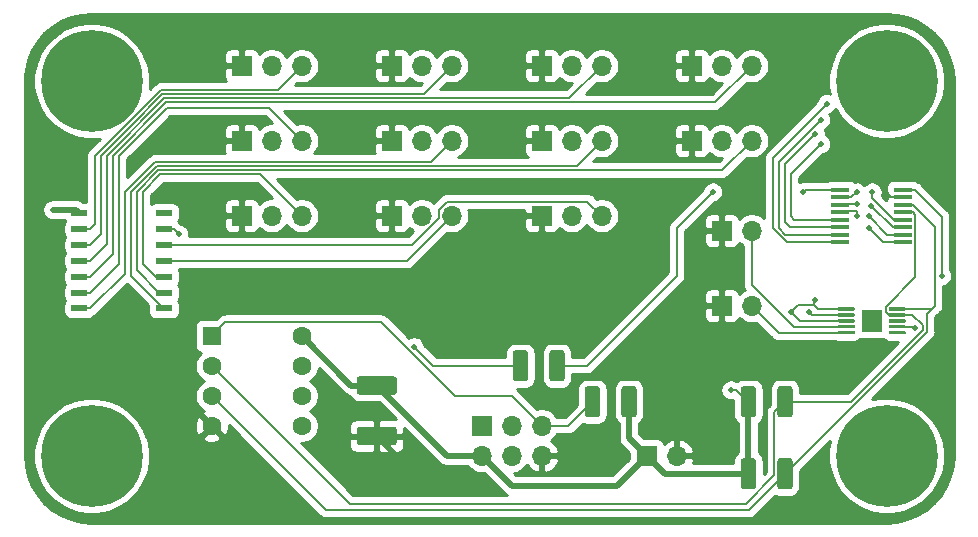
<source format=gbr>
%TF.GenerationSoftware,KiCad,Pcbnew,(5.1.8)-1*%
%TF.CreationDate,2021-01-25T11:57:41-05:00*%
%TF.ProjectId,Analog_Panel,416e616c-6f67-45f5-9061-6e656c2e6b69,rev?*%
%TF.SameCoordinates,Original*%
%TF.FileFunction,Copper,L1,Top*%
%TF.FilePolarity,Positive*%
%FSLAX46Y46*%
G04 Gerber Fmt 4.6, Leading zero omitted, Abs format (unit mm)*
G04 Created by KiCad (PCBNEW (5.1.8)-1) date 2021-01-25 11:57:41*
%MOMM*%
%LPD*%
G01*
G04 APERTURE LIST*
%TA.AperFunction,WasherPad*%
%ADD10C,8.600000*%
%TD*%
%TA.AperFunction,WasherPad*%
%ADD11C,0.900000*%
%TD*%
%TA.AperFunction,ComponentPad*%
%ADD12R,1.700000X1.700000*%
%TD*%
%TA.AperFunction,ComponentPad*%
%ADD13O,1.700000X1.700000*%
%TD*%
%TA.AperFunction,SMDPad,CuDef*%
%ADD14R,1.422400X0.558800*%
%TD*%
%TA.AperFunction,ComponentPad*%
%ADD15R,1.600000X1.600000*%
%TD*%
%TA.AperFunction,ComponentPad*%
%ADD16C,1.600000*%
%TD*%
%TA.AperFunction,SMDPad,CuDef*%
%ADD17R,1.600000X0.410000*%
%TD*%
%TA.AperFunction,SMDPad,CuDef*%
%ADD18R,1.680000X1.880000*%
%TD*%
%TA.AperFunction,ComponentPad*%
%ADD19C,0.500000*%
%TD*%
%TA.AperFunction,ViaPad*%
%ADD20C,0.500000*%
%TD*%
%TA.AperFunction,Conductor*%
%ADD21C,0.500000*%
%TD*%
%TA.AperFunction,Conductor*%
%ADD22C,0.180000*%
%TD*%
%TA.AperFunction,Conductor*%
%ADD23C,0.200000*%
%TD*%
%TA.AperFunction,Conductor*%
%ADD24C,0.254000*%
%TD*%
%TA.AperFunction,Conductor*%
%ADD25C,0.100000*%
%TD*%
G04 APERTURE END LIST*
D10*
%TO.P,REF\u002A\u002A,*%
%TO.N,*%
X31750000Y-24130000D03*
D11*
X34975000Y-24130000D03*
X34030419Y-26410419D03*
X31750000Y-27355000D03*
X29469581Y-26410419D03*
X28525000Y-24130000D03*
X29469581Y-21849581D03*
X31750000Y-20905000D03*
X34030419Y-21849581D03*
%TD*%
D10*
%TO.P,REF\u002A\u002A,*%
%TO.N,*%
X99060000Y-24130000D03*
D11*
X102285000Y-24130000D03*
X101340419Y-26410419D03*
X99060000Y-27355000D03*
X96779581Y-26410419D03*
X95835000Y-24130000D03*
X96779581Y-21849581D03*
X99060000Y-20905000D03*
X101340419Y-21849581D03*
%TD*%
D10*
%TO.P,REF\u002A\u002A,*%
%TO.N,*%
X99060000Y-55880000D03*
D11*
X102285000Y-55880000D03*
X101340419Y-58160419D03*
X99060000Y-59105000D03*
X96779581Y-58160419D03*
X95835000Y-55880000D03*
X96779581Y-53599581D03*
X99060000Y-52655000D03*
X101340419Y-53599581D03*
%TD*%
D10*
%TO.P,REF\u002A\u002A,*%
%TO.N,*%
X31750000Y-55880000D03*
D11*
X34975000Y-55880000D03*
X34030419Y-58160419D03*
X31750000Y-59105000D03*
X29469581Y-58160419D03*
X28525000Y-55880000D03*
X29469581Y-53599581D03*
X31750000Y-52655000D03*
X34030419Y-53599581D03*
%TD*%
%TO.P,C1,1*%
%TO.N,+5V*%
%TA.AperFunction,SMDPad,CuDef*%
G36*
G01*
X54429999Y-49145000D02*
X57330001Y-49145000D01*
G75*
G02*
X57580000Y-49394999I0J-249999D01*
G01*
X57580000Y-50470001D01*
G75*
G02*
X57330001Y-50720000I-249999J0D01*
G01*
X54429999Y-50720000D01*
G75*
G02*
X54180000Y-50470001I0J249999D01*
G01*
X54180000Y-49394999D01*
G75*
G02*
X54429999Y-49145000I249999J0D01*
G01*
G37*
%TD.AperFunction*%
%TO.P,C1,2*%
%TO.N,GND*%
%TA.AperFunction,SMDPad,CuDef*%
G36*
G01*
X54429999Y-53420000D02*
X57330001Y-53420000D01*
G75*
G02*
X57580000Y-53669999I0J-249999D01*
G01*
X57580000Y-54745001D01*
G75*
G02*
X57330001Y-54995000I-249999J0D01*
G01*
X54429999Y-54995000D01*
G75*
G02*
X54180000Y-54745001I0J249999D01*
G01*
X54180000Y-53669999D01*
G75*
G02*
X54429999Y-53420000I249999J0D01*
G01*
G37*
%TD.AperFunction*%
%TD*%
D12*
%TO.P,J1,1*%
%TO.N,/MISO_DATA*%
X64770000Y-53340000D03*
D13*
%TO.P,J1,2*%
%TO.N,+5V*%
X64770000Y-55880000D03*
%TO.P,J1,3*%
%TO.N,/SCK*%
X67310000Y-53340000D03*
%TO.P,J1,4*%
%TO.N,/MOSI_SDA*%
X67310000Y-55880000D03*
%TO.P,J1,5*%
%TO.N,/RST*%
X69850000Y-53340000D03*
%TO.P,J1,6*%
%TO.N,GND*%
X69850000Y-55880000D03*
%TD*%
D12*
%TO.P,J2,1*%
%TO.N,+5V*%
X78740000Y-55880000D03*
D13*
%TO.P,J2,2*%
%TO.N,GND*%
X81280000Y-55880000D03*
%TD*%
D12*
%TO.P,J3,1*%
%TO.N,GND*%
X44450000Y-22860000D03*
D13*
%TO.P,J3,2*%
%TO.N,/A0*%
X46990000Y-22860000D03*
%TO.P,J3,3*%
%TO.N,/PULLUP_A*%
X49530000Y-22860000D03*
%TD*%
%TO.P,J4,3*%
%TO.N,/PULLUP_D*%
X87630000Y-22860000D03*
%TO.P,J4,2*%
%TO.N,/A3*%
X85090000Y-22860000D03*
D12*
%TO.P,J4,1*%
%TO.N,GND*%
X82550000Y-22860000D03*
%TD*%
%TO.P,J5,1*%
%TO.N,GND*%
X69850000Y-29210000D03*
D13*
%TO.P,J5,2*%
%TO.N,/A6*%
X72390000Y-29210000D03*
%TO.P,J5,3*%
%TO.N,/PULLUP_G*%
X74930000Y-29210000D03*
%TD*%
%TO.P,J6,3*%
%TO.N,/PULLUP_J*%
X62230000Y-35560000D03*
%TO.P,J6,2*%
%TO.N,/A9*%
X59690000Y-35560000D03*
D12*
%TO.P,J6,1*%
%TO.N,GND*%
X57150000Y-35560000D03*
%TD*%
%TO.P,J7,1*%
%TO.N,GND*%
X57150000Y-22860000D03*
D13*
%TO.P,J7,2*%
%TO.N,/A1*%
X59690000Y-22860000D03*
%TO.P,J7,3*%
%TO.N,/PULLUP_B*%
X62230000Y-22860000D03*
%TD*%
D12*
%TO.P,J8,1*%
%TO.N,GND*%
X44450000Y-29210000D03*
D13*
%TO.P,J8,2*%
%TO.N,/A4*%
X46990000Y-29210000D03*
%TO.P,J8,3*%
%TO.N,/PULLUP_E*%
X49530000Y-29210000D03*
%TD*%
%TO.P,J9,3*%
%TO.N,/PULLUP_H*%
X87630000Y-29210000D03*
%TO.P,J9,2*%
%TO.N,/A7*%
X85090000Y-29210000D03*
D12*
%TO.P,J9,1*%
%TO.N,GND*%
X82550000Y-29210000D03*
%TD*%
%TO.P,J10,1*%
%TO.N,GND*%
X69850000Y-35560000D03*
D13*
%TO.P,J10,2*%
%TO.N,/A10*%
X72390000Y-35560000D03*
%TO.P,J10,3*%
%TO.N,/PULLUP_K*%
X74930000Y-35560000D03*
%TD*%
%TO.P,J11,3*%
%TO.N,/PULLUP_C*%
X74930000Y-22860000D03*
%TO.P,J11,2*%
%TO.N,/A2*%
X72390000Y-22860000D03*
D12*
%TO.P,J11,1*%
%TO.N,GND*%
X69850000Y-22860000D03*
%TD*%
%TO.P,J12,1*%
%TO.N,GND*%
X57150000Y-29210000D03*
D13*
%TO.P,J12,2*%
%TO.N,/A5*%
X59690000Y-29210000D03*
%TO.P,J12,3*%
%TO.N,/PULLUP_F*%
X62230000Y-29210000D03*
%TD*%
%TO.P,J13,3*%
%TO.N,/PULLUP_I*%
X49530000Y-35560000D03*
%TO.P,J13,2*%
%TO.N,/A8*%
X46990000Y-35560000D03*
D12*
%TO.P,J13,1*%
%TO.N,GND*%
X44450000Y-35560000D03*
%TD*%
%TO.P,J14,1*%
%TO.N,GND*%
X85090000Y-36830000D03*
D13*
%TO.P,J14,2*%
%TO.N,/AOUT0*%
X87630000Y-36830000D03*
%TD*%
%TO.P,J15,2*%
%TO.N,/AOUT1*%
X87630000Y-43180000D03*
D12*
%TO.P,J15,1*%
%TO.N,GND*%
X85090000Y-43180000D03*
%TD*%
%TO.P,R1,1*%
%TO.N,/RST*%
%TA.AperFunction,SMDPad,CuDef*%
G36*
G01*
X73492000Y-52383000D02*
X73492000Y-50233000D01*
G75*
G02*
X73742000Y-49983000I250000J0D01*
G01*
X74542000Y-49983000D01*
G75*
G02*
X74792000Y-50233000I0J-250000D01*
G01*
X74792000Y-52383000D01*
G75*
G02*
X74542000Y-52633000I-250000J0D01*
G01*
X73742000Y-52633000D01*
G75*
G02*
X73492000Y-52383000I0J250000D01*
G01*
G37*
%TD.AperFunction*%
%TO.P,R1,2*%
%TO.N,+5V*%
%TA.AperFunction,SMDPad,CuDef*%
G36*
G01*
X76592000Y-52383000D02*
X76592000Y-50233000D01*
G75*
G02*
X76842000Y-49983000I250000J0D01*
G01*
X77642000Y-49983000D01*
G75*
G02*
X77892000Y-50233000I0J-250000D01*
G01*
X77892000Y-52383000D01*
G75*
G02*
X77642000Y-52633000I-250000J0D01*
G01*
X76842000Y-52633000D01*
G75*
G02*
X76592000Y-52383000I0J250000D01*
G01*
G37*
%TD.AperFunction*%
%TD*%
%TO.P,R2,2*%
%TO.N,/PULLUP_L*%
%TA.AperFunction,SMDPad,CuDef*%
G36*
G01*
X68696000Y-47185000D02*
X68696000Y-49335000D01*
G75*
G02*
X68446000Y-49585000I-250000J0D01*
G01*
X67646000Y-49585000D01*
G75*
G02*
X67396000Y-49335000I0J250000D01*
G01*
X67396000Y-47185000D01*
G75*
G02*
X67646000Y-46935000I250000J0D01*
G01*
X68446000Y-46935000D01*
G75*
G02*
X68696000Y-47185000I0J-250000D01*
G01*
G37*
%TD.AperFunction*%
%TO.P,R2,1*%
%TO.N,/AREF*%
%TA.AperFunction,SMDPad,CuDef*%
G36*
G01*
X71796000Y-47185000D02*
X71796000Y-49335000D01*
G75*
G02*
X71546000Y-49585000I-250000J0D01*
G01*
X70746000Y-49585000D01*
G75*
G02*
X70496000Y-49335000I0J250000D01*
G01*
X70496000Y-47185000D01*
G75*
G02*
X70746000Y-46935000I250000J0D01*
G01*
X71546000Y-46935000D01*
G75*
G02*
X71796000Y-47185000I0J-250000D01*
G01*
G37*
%TD.AperFunction*%
%TD*%
%TO.P,R3,2*%
%TO.N,/SCL1*%
%TA.AperFunction,SMDPad,CuDef*%
G36*
G01*
X89800000Y-52383000D02*
X89800000Y-50233000D01*
G75*
G02*
X90050000Y-49983000I250000J0D01*
G01*
X90850000Y-49983000D01*
G75*
G02*
X91100000Y-50233000I0J-250000D01*
G01*
X91100000Y-52383000D01*
G75*
G02*
X90850000Y-52633000I-250000J0D01*
G01*
X90050000Y-52633000D01*
G75*
G02*
X89800000Y-52383000I0J250000D01*
G01*
G37*
%TD.AperFunction*%
%TO.P,R3,1*%
%TO.N,+5V*%
%TA.AperFunction,SMDPad,CuDef*%
G36*
G01*
X86700000Y-52383000D02*
X86700000Y-50233000D01*
G75*
G02*
X86950000Y-49983000I250000J0D01*
G01*
X87750000Y-49983000D01*
G75*
G02*
X88000000Y-50233000I0J-250000D01*
G01*
X88000000Y-52383000D01*
G75*
G02*
X87750000Y-52633000I-250000J0D01*
G01*
X86950000Y-52633000D01*
G75*
G02*
X86700000Y-52383000I0J250000D01*
G01*
G37*
%TD.AperFunction*%
%TD*%
%TO.P,R4,1*%
%TO.N,+5V*%
%TA.AperFunction,SMDPad,CuDef*%
G36*
G01*
X86700000Y-58479000D02*
X86700000Y-56329000D01*
G75*
G02*
X86950000Y-56079000I250000J0D01*
G01*
X87750000Y-56079000D01*
G75*
G02*
X88000000Y-56329000I0J-250000D01*
G01*
X88000000Y-58479000D01*
G75*
G02*
X87750000Y-58729000I-250000J0D01*
G01*
X86950000Y-58729000D01*
G75*
G02*
X86700000Y-58479000I0J250000D01*
G01*
G37*
%TD.AperFunction*%
%TO.P,R4,2*%
%TO.N,/SDA1*%
%TA.AperFunction,SMDPad,CuDef*%
G36*
G01*
X89800000Y-58479000D02*
X89800000Y-56329000D01*
G75*
G02*
X90050000Y-56079000I250000J0D01*
G01*
X90850000Y-56079000D01*
G75*
G02*
X91100000Y-56329000I0J-250000D01*
G01*
X91100000Y-58479000D01*
G75*
G02*
X90850000Y-58729000I-250000J0D01*
G01*
X90050000Y-58729000D01*
G75*
G02*
X89800000Y-58479000I0J250000D01*
G01*
G37*
%TD.AperFunction*%
%TD*%
D14*
%TO.P,RN1,1*%
%TO.N,+5V*%
X30708600Y-35331400D03*
%TO.P,RN1,2*%
%TO.N,/PULLUP_A*%
X30708600Y-36677600D03*
%TO.P,RN1,3*%
%TO.N,/PULLUP_B*%
X30708600Y-38023800D03*
%TO.P,RN1,4*%
%TO.N,/PULLUP_C*%
X30708600Y-39370000D03*
%TO.P,RN1,5*%
%TO.N,/PULLUP_D*%
X30708600Y-40716200D03*
%TO.P,RN1,6*%
%TO.N,/PULLUP_E*%
X30708600Y-42062400D03*
%TO.P,RN1,7*%
%TO.N,/PULLUP_F*%
X30708600Y-43408600D03*
%TO.P,RN1,8*%
%TO.N,/PULLUP_G*%
X37871400Y-43408600D03*
%TO.P,RN1,9*%
%TO.N,/PULLUP_H*%
X37871400Y-42062400D03*
%TO.P,RN1,10*%
%TO.N,/PULLUP_I*%
X37871400Y-40716200D03*
%TO.P,RN1,11*%
%TO.N,/PULLUP_J*%
X37871400Y-39370000D03*
%TO.P,RN1,12*%
%TO.N,/PULLUP_K*%
X37871400Y-38023800D03*
%TO.P,RN1,13*%
%TO.N,/PULLUP_L*%
X37871400Y-36677600D03*
%TO.P,RN1,14*%
%TO.N,N/C*%
X37871400Y-35331400D03*
%TD*%
D15*
%TO.P,U1,1*%
%TO.N,/RST*%
X41910000Y-45720000D03*
D16*
%TO.P,U1,2*%
%TO.N,/SCL1*%
X41910000Y-48260000D03*
%TO.P,U1,3*%
%TO.N,/SDA1*%
X41910000Y-50800000D03*
%TO.P,U1,4*%
%TO.N,GND*%
X41910000Y-53340000D03*
%TO.P,U1,5*%
%TO.N,/MOSI_SDA*%
X49530000Y-53340000D03*
%TO.P,U1,6*%
%TO.N,/MISO_DATA*%
X49530000Y-50800000D03*
%TO.P,U1,7*%
%TO.N,/SCK*%
X49530000Y-48260000D03*
%TO.P,U1,8*%
%TO.N,+5V*%
X49530000Y-45720000D03*
%TD*%
D17*
%TO.P,U2,1*%
%TO.N,/AREF*%
X95135700Y-33337500D03*
%TO.P,U2,2*%
%TO.N,/A10*%
X95135700Y-33972500D03*
%TO.P,U2,3*%
%TO.N,/A9*%
X95135700Y-34607500D03*
%TO.P,U2,4*%
%TO.N,/A8*%
X95135700Y-35242500D03*
%TO.P,U2,5*%
%TO.N,/A0*%
X95135700Y-35877500D03*
%TO.P,U2,6*%
%TO.N,/A1*%
X95135700Y-36512500D03*
%TO.P,U2,7*%
%TO.N,/A2*%
X95135700Y-37147500D03*
%TO.P,U2,8*%
%TO.N,/A3*%
X95135700Y-37782500D03*
%TO.P,U2,9*%
%TO.N,/A4*%
X100444300Y-37782500D03*
%TO.P,U2,10*%
%TO.N,/A5*%
X100444300Y-37147500D03*
%TO.P,U2,11*%
%TO.N,/A6*%
X100444300Y-36512500D03*
%TO.P,U2,12*%
%TO.N,/A7*%
X100444300Y-35877500D03*
%TO.P,U2,13*%
%TO.N,/SCL1*%
X100444300Y-35242500D03*
%TO.P,U2,14*%
%TO.N,/SDA1*%
X100444300Y-34607500D03*
%TO.P,U2,15*%
%TO.N,GND*%
X100444300Y-33972500D03*
%TO.P,U2,16*%
%TO.N,+5V*%
X100444300Y-33337500D03*
%TD*%
%TO.P,U3,1*%
%TO.N,+5V*%
%TA.AperFunction,SMDPad,CuDef*%
G36*
G01*
X94915000Y-43525000D02*
X94915000Y-43375000D01*
G75*
G02*
X94990000Y-43300000I75000J0D01*
G01*
X96290000Y-43300000D01*
G75*
G02*
X96365000Y-43375000I0J-75000D01*
G01*
X96365000Y-43525000D01*
G75*
G02*
X96290000Y-43600000I-75000J0D01*
G01*
X94990000Y-43600000D01*
G75*
G02*
X94915000Y-43525000I0J75000D01*
G01*
G37*
%TD.AperFunction*%
%TO.P,U3,2*%
%TO.N,GND*%
%TA.AperFunction,SMDPad,CuDef*%
G36*
G01*
X94915000Y-44025000D02*
X94915000Y-43875000D01*
G75*
G02*
X94990000Y-43800000I75000J0D01*
G01*
X96290000Y-43800000D01*
G75*
G02*
X96365000Y-43875000I0J-75000D01*
G01*
X96365000Y-44025000D01*
G75*
G02*
X96290000Y-44100000I-75000J0D01*
G01*
X94990000Y-44100000D01*
G75*
G02*
X94915000Y-44025000I0J75000D01*
G01*
G37*
%TD.AperFunction*%
%TO.P,U3,3*%
%TO.N,+5V*%
%TA.AperFunction,SMDPad,CuDef*%
G36*
G01*
X94915000Y-44525000D02*
X94915000Y-44375000D01*
G75*
G02*
X94990000Y-44300000I75000J0D01*
G01*
X96290000Y-44300000D01*
G75*
G02*
X96365000Y-44375000I0J-75000D01*
G01*
X96365000Y-44525000D01*
G75*
G02*
X96290000Y-44600000I-75000J0D01*
G01*
X94990000Y-44600000D01*
G75*
G02*
X94915000Y-44525000I0J75000D01*
G01*
G37*
%TD.AperFunction*%
%TO.P,U3,4*%
%TO.N,/AOUT0*%
%TA.AperFunction,SMDPad,CuDef*%
G36*
G01*
X94915000Y-45025000D02*
X94915000Y-44875000D01*
G75*
G02*
X94990000Y-44800000I75000J0D01*
G01*
X96290000Y-44800000D01*
G75*
G02*
X96365000Y-44875000I0J-75000D01*
G01*
X96365000Y-45025000D01*
G75*
G02*
X96290000Y-45100000I-75000J0D01*
G01*
X94990000Y-45100000D01*
G75*
G02*
X94915000Y-45025000I0J75000D01*
G01*
G37*
%TD.AperFunction*%
%TO.P,U3,5*%
%TO.N,/AOUT1*%
%TA.AperFunction,SMDPad,CuDef*%
G36*
G01*
X94915000Y-45525000D02*
X94915000Y-45375000D01*
G75*
G02*
X94990000Y-45300000I75000J0D01*
G01*
X96290000Y-45300000D01*
G75*
G02*
X96365000Y-45375000I0J-75000D01*
G01*
X96365000Y-45525000D01*
G75*
G02*
X96290000Y-45600000I-75000J0D01*
G01*
X94990000Y-45600000D01*
G75*
G02*
X94915000Y-45525000I0J75000D01*
G01*
G37*
%TD.AperFunction*%
%TO.P,U3,6*%
%TO.N,N/C*%
%TA.AperFunction,SMDPad,CuDef*%
G36*
G01*
X99215000Y-45525000D02*
X99215000Y-45375000D01*
G75*
G02*
X99290000Y-45300000I75000J0D01*
G01*
X100590000Y-45300000D01*
G75*
G02*
X100665000Y-45375000I0J-75000D01*
G01*
X100665000Y-45525000D01*
G75*
G02*
X100590000Y-45600000I-75000J0D01*
G01*
X99290000Y-45600000D01*
G75*
G02*
X99215000Y-45525000I0J75000D01*
G01*
G37*
%TD.AperFunction*%
%TO.P,U3,7*%
%TO.N,GND*%
%TA.AperFunction,SMDPad,CuDef*%
G36*
G01*
X99215000Y-45025000D02*
X99215000Y-44875000D01*
G75*
G02*
X99290000Y-44800000I75000J0D01*
G01*
X100590000Y-44800000D01*
G75*
G02*
X100665000Y-44875000I0J-75000D01*
G01*
X100665000Y-45025000D01*
G75*
G02*
X100590000Y-45100000I-75000J0D01*
G01*
X99290000Y-45100000D01*
G75*
G02*
X99215000Y-45025000I0J75000D01*
G01*
G37*
%TD.AperFunction*%
%TO.P,U3,8*%
%TA.AperFunction,SMDPad,CuDef*%
G36*
G01*
X99215000Y-44525000D02*
X99215000Y-44375000D01*
G75*
G02*
X99290000Y-44300000I75000J0D01*
G01*
X100590000Y-44300000D01*
G75*
G02*
X100665000Y-44375000I0J-75000D01*
G01*
X100665000Y-44525000D01*
G75*
G02*
X100590000Y-44600000I-75000J0D01*
G01*
X99290000Y-44600000D01*
G75*
G02*
X99215000Y-44525000I0J75000D01*
G01*
G37*
%TD.AperFunction*%
%TO.P,U3,9*%
%TO.N,/SCL1*%
%TA.AperFunction,SMDPad,CuDef*%
G36*
G01*
X99215000Y-44025000D02*
X99215000Y-43875000D01*
G75*
G02*
X99290000Y-43800000I75000J0D01*
G01*
X100590000Y-43800000D01*
G75*
G02*
X100665000Y-43875000I0J-75000D01*
G01*
X100665000Y-44025000D01*
G75*
G02*
X100590000Y-44100000I-75000J0D01*
G01*
X99290000Y-44100000D01*
G75*
G02*
X99215000Y-44025000I0J75000D01*
G01*
G37*
%TD.AperFunction*%
%TO.P,U3,10*%
%TO.N,/SDA1*%
%TA.AperFunction,SMDPad,CuDef*%
G36*
G01*
X99215000Y-43525000D02*
X99215000Y-43375000D01*
G75*
G02*
X99290000Y-43300000I75000J0D01*
G01*
X100590000Y-43300000D01*
G75*
G02*
X100665000Y-43375000I0J-75000D01*
G01*
X100665000Y-43525000D01*
G75*
G02*
X100590000Y-43600000I-75000J0D01*
G01*
X99290000Y-43600000D01*
G75*
G02*
X99215000Y-43525000I0J75000D01*
G01*
G37*
%TD.AperFunction*%
D18*
%TO.P,U3,11*%
%TO.N,N/C*%
X97790000Y-44450000D03*
D19*
X97240000Y-43800000D03*
X98340000Y-43800000D03*
X97240000Y-45100000D03*
X98340000Y-45100000D03*
%TD*%
D20*
%TO.N,+5V*%
X28448000Y-35052000D03*
X90932000Y-43688000D03*
X85852000Y-50292000D03*
X103718000Y-40640000D03*
X92964000Y-42672000D03*
%TO.N,GND*%
X92456000Y-43688000D03*
X101426907Y-45038907D03*
X99060000Y-30988000D03*
X47752000Y-58420000D03*
X60452000Y-58420000D03*
%TO.N,/A0*%
X93493950Y-29464000D03*
%TO.N,/A3*%
X93980000Y-26056002D03*
%TO.N,/A6*%
X97764970Y-34693138D03*
%TO.N,/A9*%
X96520000Y-34544000D03*
%TO.N,/A1*%
X93003950Y-28593016D03*
%TO.N,/A4*%
X97536000Y-36576000D03*
%TO.N,/A7*%
X97830011Y-33528000D03*
%TO.N,/A10*%
X96520000Y-33528000D03*
%TO.N,/A2*%
X93472000Y-27432000D03*
%TO.N,/A5*%
X97536000Y-35560000D03*
%TO.N,/A8*%
X96520000Y-35560000D03*
%TO.N,/PULLUP_L*%
X39116000Y-37084000D03*
X59027554Y-46636446D03*
%TO.N,/AREF*%
X91948000Y-33528000D03*
X84328000Y-33528000D03*
%TD*%
D21*
%TO.N,+5V*%
X61827500Y-55880000D02*
X55880000Y-49932500D01*
X64770000Y-55880000D02*
X61827500Y-55880000D01*
X64770000Y-55880000D02*
X67310000Y-58420000D01*
X67310000Y-58420000D02*
X76200000Y-58420000D01*
X76200000Y-58420000D02*
X78740000Y-55880000D01*
X77242000Y-54382000D02*
X78740000Y-55880000D01*
X77242000Y-51308000D02*
X77242000Y-54382000D01*
X53742500Y-49932500D02*
X49530000Y-45720000D01*
X55880000Y-49932500D02*
X53742500Y-49932500D01*
X30429200Y-35052000D02*
X30708600Y-35331400D01*
X28448000Y-35052000D02*
X30429200Y-35052000D01*
X80264000Y-57404000D02*
X87350000Y-57404000D01*
X78740000Y-55880000D02*
X80264000Y-57404000D01*
X87350000Y-57404000D02*
X87350000Y-51308000D01*
D22*
X91694000Y-44450000D02*
X90932000Y-43688000D01*
X95640000Y-44450000D02*
X91694000Y-44450000D01*
X86334000Y-50292000D02*
X87350000Y-51308000D01*
X85852000Y-50292000D02*
X86334000Y-50292000D01*
X95640000Y-43450000D02*
X93234000Y-43450000D01*
X91526001Y-43093999D02*
X90932000Y-43688000D01*
X92877999Y-43093999D02*
X91526001Y-43093999D01*
X93234000Y-43450000D02*
X92877999Y-43093999D01*
X103718000Y-35621998D02*
X103718000Y-40640000D01*
X101433502Y-33337500D02*
X103718000Y-35621998D01*
X100444300Y-33337500D02*
X101433502Y-33337500D01*
X92877999Y-42758001D02*
X92877999Y-43093999D01*
X92964000Y-42672000D02*
X92877999Y-42758001D01*
%TO.N,GND*%
X92718000Y-43950000D02*
X92456000Y-43688000D01*
X95640000Y-43950000D02*
X92718000Y-43950000D01*
X101338000Y-44950000D02*
X101426907Y-45038907D01*
X99940000Y-44950000D02*
X101338000Y-44950000D01*
X99060000Y-33577402D02*
X99060000Y-30988000D01*
X99455098Y-33972500D02*
X99060000Y-33577402D01*
X100444300Y-33972500D02*
X99455098Y-33972500D01*
D21*
X46990000Y-58420000D02*
X47752000Y-58420000D01*
X41910000Y-53340000D02*
X46990000Y-58420000D01*
X60092500Y-58420000D02*
X60452000Y-58420000D01*
X55880000Y-54207500D02*
X60092500Y-58420000D01*
D23*
%TO.N,/RST*%
X72110000Y-53340000D02*
X74142000Y-51308000D01*
X69850000Y-53340000D02*
X72110000Y-53340000D01*
X43064001Y-44565999D02*
X56249999Y-44565999D01*
X41910000Y-45720000D02*
X43064001Y-44565999D01*
X56249999Y-44565999D02*
X62484000Y-50800000D01*
X67310000Y-50800000D02*
X69850000Y-53340000D01*
X62484000Y-50800000D02*
X67310000Y-50800000D01*
D22*
%TO.N,/A0*%
X95135700Y-35877500D02*
X91249500Y-35877500D01*
X91249500Y-35877500D02*
X90932000Y-35560000D01*
X90932000Y-32025950D02*
X93493950Y-29464000D01*
X90932000Y-35560000D02*
X90932000Y-32025950D01*
D23*
%TO.N,/PULLUP_A*%
X31619800Y-36677600D02*
X32004000Y-36293400D01*
X30708600Y-36677600D02*
X31619800Y-36677600D01*
X32004000Y-36293400D02*
X32004000Y-30480000D01*
X32004000Y-30480000D02*
X37592000Y-24892000D01*
X47498000Y-24892000D02*
X49530000Y-22860000D01*
X37592000Y-24892000D02*
X47498000Y-24892000D01*
%TO.N,/PULLUP_D*%
X31619800Y-40716200D02*
X33528000Y-38808000D01*
X30708600Y-40716200D02*
X31619800Y-40716200D01*
X33528000Y-30480000D02*
X38065970Y-25942030D01*
X33528000Y-38808000D02*
X33528000Y-30480000D01*
X84547970Y-25942030D02*
X87630000Y-22860000D01*
X38065970Y-25942030D02*
X84547970Y-25942030D01*
D22*
%TO.N,/A3*%
X91948000Y-28088002D02*
X93980000Y-26056002D01*
X95135700Y-37782500D02*
X90614500Y-37782500D01*
X90614500Y-37782500D02*
X89408000Y-36576000D01*
X89408000Y-30628002D02*
X91948000Y-28088002D01*
X89408000Y-36576000D02*
X89408000Y-30628002D01*
%TO.N,/A6*%
X99584332Y-36512500D02*
X100444300Y-36512500D01*
X97764970Y-34693138D02*
X99584332Y-36512500D01*
D23*
%TO.N,/PULLUP_G*%
X37871400Y-43408600D02*
X37820600Y-43408600D01*
X37820600Y-43408600D02*
X35052000Y-40640000D01*
X35052000Y-40640000D02*
X35052000Y-33528000D01*
X72801990Y-31338010D02*
X74930000Y-29210000D01*
X37241990Y-31338010D02*
X72801990Y-31338010D01*
X35052000Y-33528000D02*
X37241990Y-31338010D01*
%TO.N,/PULLUP_J*%
X58420000Y-39370000D02*
X62230000Y-35560000D01*
X37871400Y-39370000D02*
X58420000Y-39370000D01*
D22*
%TO.N,/A9*%
X95199200Y-34544000D02*
X95135700Y-34607500D01*
X96520000Y-34544000D02*
X95199200Y-34544000D01*
%TO.N,/A1*%
X95135700Y-36512500D02*
X90868500Y-36512500D01*
X90868500Y-36512500D02*
X90424000Y-36068000D01*
X90424000Y-31172966D02*
X93003950Y-28593016D01*
X90424000Y-36068000D02*
X90424000Y-31172966D01*
D23*
%TO.N,/PULLUP_B*%
X31619800Y-38023800D02*
X32512000Y-37131600D01*
X30708600Y-38023800D02*
X31619800Y-38023800D01*
X32512000Y-37131600D02*
X32512000Y-30480000D01*
X35052000Y-27940000D02*
X35052000Y-27926988D01*
X32512000Y-30480000D02*
X35052000Y-27940000D01*
X59847990Y-25242010D02*
X62230000Y-22860000D01*
X37736978Y-25242010D02*
X59847990Y-25242010D01*
X35052000Y-27926988D02*
X37736978Y-25242010D01*
D22*
%TO.N,/A4*%
X98742500Y-37782500D02*
X100444300Y-37782500D01*
X97536000Y-36576000D02*
X98742500Y-37782500D01*
D23*
%TO.N,/PULLUP_E*%
X31619800Y-42062400D02*
X34036000Y-39646200D01*
X30708600Y-42062400D02*
X31619800Y-42062400D01*
X34036000Y-39646200D02*
X34036000Y-30480000D01*
X34036000Y-30480000D02*
X38100000Y-26416000D01*
X46736000Y-26416000D02*
X49530000Y-29210000D01*
X38100000Y-26416000D02*
X46736000Y-26416000D01*
%TO.N,/PULLUP_H*%
X37439600Y-42062400D02*
X35560000Y-40182800D01*
X37871400Y-42062400D02*
X37439600Y-42062400D01*
X35560000Y-40182800D02*
X35560000Y-33528000D01*
X35560000Y-33528000D02*
X37399980Y-31688020D01*
X85151980Y-31688020D02*
X87630000Y-29210000D01*
X37399980Y-31688020D02*
X85151980Y-31688020D01*
D22*
%TO.N,/A7*%
X99642298Y-35877500D02*
X100444300Y-35877500D01*
X97830011Y-34065213D02*
X99642298Y-35877500D01*
X97830011Y-33528000D02*
X97830011Y-34065213D01*
%TO.N,/A10*%
X96075500Y-33972500D02*
X95135700Y-33972500D01*
X96520000Y-33528000D02*
X96075500Y-33972500D01*
D23*
%TO.N,/PULLUP_K*%
X73725999Y-34355999D02*
X74930000Y-35560000D01*
X61805999Y-34355999D02*
X73725999Y-34355999D01*
X61129999Y-35031999D02*
X61805999Y-34355999D01*
X61129999Y-35748003D02*
X61129999Y-35031999D01*
X58854202Y-38023800D02*
X61129999Y-35748003D01*
X37871400Y-38023800D02*
X58854202Y-38023800D01*
%TO.N,/PULLUP_C*%
X31619800Y-39370000D02*
X33020000Y-37969800D01*
X30708600Y-39370000D02*
X31619800Y-39370000D01*
X33020000Y-30480000D02*
X37907980Y-25592020D01*
X33020000Y-37969800D02*
X33020000Y-30480000D01*
X72197980Y-25592020D02*
X74930000Y-22860000D01*
X37907980Y-25592020D02*
X72197980Y-25592020D01*
D22*
%TO.N,/A2*%
X92456000Y-28448000D02*
X93472000Y-27432000D01*
X95135700Y-37147500D02*
X90487500Y-37147500D01*
X90487500Y-37147500D02*
X89916000Y-36576000D01*
X89916000Y-30988000D02*
X92456000Y-28448000D01*
X89916000Y-36576000D02*
X89916000Y-30988000D01*
%TO.N,/A5*%
X99123500Y-37147500D02*
X100444300Y-37147500D01*
X97536000Y-35560000D02*
X99123500Y-37147500D01*
D23*
%TO.N,/PULLUP_F*%
X31619800Y-43408600D02*
X34544000Y-40484400D01*
X30708600Y-43408600D02*
X31619800Y-43408600D01*
X34544000Y-40484400D02*
X34544000Y-33528000D01*
X34544000Y-33528000D02*
X37084000Y-30988000D01*
X60452000Y-30988000D02*
X62230000Y-29210000D01*
X37084000Y-30988000D02*
X60452000Y-30988000D01*
%TO.N,/PULLUP_I*%
X37871400Y-40716200D02*
X37160200Y-40716200D01*
X37160200Y-40716200D02*
X36068000Y-39624000D01*
X36068000Y-39624000D02*
X36068000Y-33528000D01*
X36068000Y-33528000D02*
X37557970Y-32038030D01*
X46008030Y-32038030D02*
X49530000Y-35560000D01*
X37557970Y-32038030D02*
X46008030Y-32038030D01*
D22*
%TO.N,/A8*%
X95184197Y-35194003D02*
X95135700Y-35242500D01*
X96520000Y-35194003D02*
X95184197Y-35194003D01*
D23*
X96520000Y-35194003D02*
X96520000Y-35560000D01*
%TO.N,/AOUT0*%
X87630000Y-36830000D02*
X87630000Y-41402000D01*
X91182010Y-44954010D02*
X95640000Y-44954010D01*
X87630000Y-41402000D02*
X91182010Y-44954010D01*
%TO.N,/AOUT1*%
X89900000Y-45450000D02*
X95640000Y-45450000D01*
X87630000Y-43180000D02*
X89900000Y-45450000D01*
%TO.N,/PULLUP_L*%
X38709600Y-36677600D02*
X39116000Y-37084000D01*
X37871400Y-36677600D02*
X38709600Y-36677600D01*
X60651108Y-48260000D02*
X59027554Y-46636446D01*
X68046000Y-48260000D02*
X60651108Y-48260000D01*
D22*
%TO.N,/AREF*%
X92138500Y-33337500D02*
X91948000Y-33528000D01*
X95135700Y-33337500D02*
X92138500Y-33337500D01*
D23*
X71146000Y-48260000D02*
X73660000Y-48260000D01*
X73660000Y-48260000D02*
X81280000Y-40640000D01*
X81280000Y-36576000D02*
X84328000Y-33528000D01*
X81280000Y-40640000D02*
X81280000Y-36576000D01*
%TO.N,/SCL1*%
X41910000Y-48260000D02*
X53594000Y-59944000D01*
X89549990Y-52208010D02*
X90450000Y-51308000D01*
X89549990Y-57533212D02*
X89549990Y-52208010D01*
X87139202Y-59944000D02*
X89549990Y-57533212D01*
X53594000Y-59944000D02*
X87139202Y-59944000D01*
X90450000Y-51308000D02*
X96012000Y-51308000D01*
X96012000Y-51308000D02*
X102108000Y-45212000D01*
D22*
X99215000Y-43950000D02*
X99940000Y-43950000D01*
X98974990Y-43709990D02*
X99215000Y-43950000D01*
X98974990Y-43244516D02*
X98974990Y-43709990D01*
X101484301Y-40735205D02*
X98974990Y-43244516D01*
X101484301Y-35480499D02*
X101484301Y-40735205D01*
X101246302Y-35242500D02*
X101484301Y-35480499D01*
X100444300Y-35242500D02*
X101246302Y-35242500D01*
X101217122Y-43950000D02*
X100830000Y-43950000D01*
X102108000Y-45212000D02*
X102108000Y-44840878D01*
X102108000Y-44840878D02*
X101217122Y-43950000D01*
X100830000Y-43950000D02*
X100846000Y-43950000D01*
X99940000Y-43950000D02*
X100830000Y-43950000D01*
D23*
%TO.N,/SDA1*%
X41910000Y-50800000D02*
X51562000Y-60452000D01*
X87402000Y-60452000D02*
X90450000Y-57404000D01*
X51562000Y-60452000D02*
X87402000Y-60452000D01*
X90450000Y-57404000D02*
X102121000Y-45733000D01*
X102121000Y-45733000D02*
X102458008Y-45395992D01*
D22*
X102854000Y-43450000D02*
X103124000Y-43180000D01*
X101246302Y-34607500D02*
X100444300Y-34607500D01*
X103124000Y-36485198D02*
X101246302Y-34607500D01*
X103124000Y-43180000D02*
X103124000Y-36485198D01*
X99940000Y-43450000D02*
X102854000Y-43450000D01*
X102458008Y-43845992D02*
X102854000Y-43450000D01*
X102458008Y-45395992D02*
X102458008Y-43845992D01*
%TD*%
D24*
%TO.N,GND*%
X99945870Y-18536837D02*
X100809927Y-18744279D01*
X101630891Y-19084334D01*
X102388559Y-19548633D01*
X103064262Y-20125738D01*
X103641367Y-20801441D01*
X104105666Y-21559107D01*
X104445721Y-22380072D01*
X104653163Y-23244136D01*
X104725001Y-24156922D01*
X104725000Y-55853091D01*
X104653163Y-56765864D01*
X104445721Y-57629928D01*
X104105666Y-58450893D01*
X103641367Y-59208559D01*
X103064262Y-59884262D01*
X102388559Y-60461367D01*
X101630891Y-60925666D01*
X100809927Y-61265721D01*
X99945870Y-61473163D01*
X99033092Y-61545000D01*
X31776909Y-61545000D01*
X30864136Y-61473163D01*
X30000072Y-61265721D01*
X29179107Y-60925666D01*
X28421441Y-60461367D01*
X27745738Y-59884262D01*
X27168633Y-59208559D01*
X26704334Y-58450891D01*
X26364279Y-57629927D01*
X26156837Y-56765870D01*
X26085000Y-55853092D01*
X26085000Y-55393945D01*
X26815000Y-55393945D01*
X26815000Y-56366055D01*
X27004650Y-57319486D01*
X27376660Y-58217599D01*
X27916735Y-59025879D01*
X28604121Y-59713265D01*
X29412401Y-60253340D01*
X30310514Y-60625350D01*
X31263945Y-60815000D01*
X32236055Y-60815000D01*
X33189486Y-60625350D01*
X34087599Y-60253340D01*
X34895879Y-59713265D01*
X35583265Y-59025879D01*
X36123340Y-58217599D01*
X36495350Y-57319486D01*
X36685000Y-56366055D01*
X36685000Y-55393945D01*
X36495350Y-54440514D01*
X36450693Y-54332702D01*
X41096903Y-54332702D01*
X41168486Y-54576671D01*
X41423996Y-54697571D01*
X41698184Y-54766300D01*
X41980512Y-54780217D01*
X42260130Y-54738787D01*
X42526292Y-54643603D01*
X42651514Y-54576671D01*
X42723097Y-54332702D01*
X41910000Y-53519605D01*
X41096903Y-54332702D01*
X36450693Y-54332702D01*
X36123340Y-53542401D01*
X36035215Y-53410512D01*
X40469783Y-53410512D01*
X40511213Y-53690130D01*
X40606397Y-53956292D01*
X40673329Y-54081514D01*
X40917298Y-54153097D01*
X41730395Y-53340000D01*
X40917298Y-52526903D01*
X40673329Y-52598486D01*
X40552429Y-52853996D01*
X40483700Y-53128184D01*
X40469783Y-53410512D01*
X36035215Y-53410512D01*
X35583265Y-52734121D01*
X34895879Y-52046735D01*
X34087599Y-51506660D01*
X33189486Y-51134650D01*
X32236055Y-50945000D01*
X31263945Y-50945000D01*
X30310514Y-51134650D01*
X29412401Y-51506660D01*
X28604121Y-52046735D01*
X27916735Y-52734121D01*
X27376660Y-53542401D01*
X27004650Y-54440514D01*
X26815000Y-55393945D01*
X26085000Y-55393945D01*
X26085000Y-44920000D01*
X40471928Y-44920000D01*
X40471928Y-46520000D01*
X40484188Y-46644482D01*
X40520498Y-46764180D01*
X40579463Y-46874494D01*
X40658815Y-46971185D01*
X40755506Y-47050537D01*
X40865820Y-47109502D01*
X40985518Y-47145812D01*
X40993961Y-47146643D01*
X40795363Y-47345241D01*
X40638320Y-47580273D01*
X40530147Y-47841426D01*
X40475000Y-48118665D01*
X40475000Y-48401335D01*
X40530147Y-48678574D01*
X40638320Y-48939727D01*
X40795363Y-49174759D01*
X40995241Y-49374637D01*
X41227759Y-49530000D01*
X40995241Y-49685363D01*
X40795363Y-49885241D01*
X40638320Y-50120273D01*
X40530147Y-50381426D01*
X40475000Y-50658665D01*
X40475000Y-50941335D01*
X40530147Y-51218574D01*
X40638320Y-51479727D01*
X40795363Y-51714759D01*
X40995241Y-51914637D01*
X41229128Y-52070915D01*
X41168486Y-52103329D01*
X41096903Y-52347298D01*
X41910000Y-53160395D01*
X41924143Y-53146253D01*
X42103748Y-53325858D01*
X42089605Y-53340000D01*
X42902702Y-54153097D01*
X43146671Y-54081514D01*
X43267571Y-53826004D01*
X43336300Y-53551816D01*
X43349739Y-53279185D01*
X51016746Y-60946193D01*
X51039762Y-60974238D01*
X51151680Y-61066087D01*
X51279367Y-61134337D01*
X51417915Y-61176365D01*
X51525895Y-61187000D01*
X51525904Y-61187000D01*
X51561999Y-61190555D01*
X51598094Y-61187000D01*
X87365895Y-61187000D01*
X87402000Y-61190556D01*
X87438105Y-61187000D01*
X87546085Y-61176365D01*
X87684633Y-61134337D01*
X87812320Y-61066087D01*
X87924238Y-60974238D01*
X87947259Y-60946187D01*
X89634442Y-59259005D01*
X89710150Y-59299472D01*
X89876746Y-59350008D01*
X90050000Y-59367072D01*
X90850000Y-59367072D01*
X91023254Y-59350008D01*
X91189850Y-59299472D01*
X91343386Y-59217405D01*
X91477962Y-59106962D01*
X91588405Y-58972386D01*
X91670472Y-58818850D01*
X91721008Y-58652254D01*
X91738072Y-58479000D01*
X91738072Y-57155374D01*
X94280314Y-54613132D01*
X94125000Y-55393945D01*
X94125000Y-56366055D01*
X94314650Y-57319486D01*
X94686660Y-58217599D01*
X95226735Y-59025879D01*
X95914121Y-59713265D01*
X96722401Y-60253340D01*
X97620514Y-60625350D01*
X98573945Y-60815000D01*
X99546055Y-60815000D01*
X100499486Y-60625350D01*
X101397599Y-60253340D01*
X102205879Y-59713265D01*
X102893265Y-59025879D01*
X103433340Y-58217599D01*
X103805350Y-57319486D01*
X103995000Y-56366055D01*
X103995000Y-55393945D01*
X103805350Y-54440514D01*
X103433340Y-53542401D01*
X102893265Y-52734121D01*
X102205879Y-52046735D01*
X101397599Y-51506660D01*
X100499486Y-51134650D01*
X99546055Y-50945000D01*
X98573945Y-50945000D01*
X97793133Y-51100314D01*
X102666253Y-46227194D01*
X102666258Y-46227188D01*
X103003261Y-45890185D01*
X103072094Y-45806312D01*
X103140344Y-45678626D01*
X103182372Y-45540078D01*
X103196563Y-45395993D01*
X103183008Y-45258365D01*
X103183008Y-44146296D01*
X103341474Y-43987830D01*
X103369132Y-43965132D01*
X103391832Y-43937472D01*
X103611476Y-43717828D01*
X103639131Y-43695132D01*
X103666321Y-43662002D01*
X103709711Y-43609131D01*
X103729731Y-43584737D01*
X103797053Y-43458788D01*
X103838509Y-43322125D01*
X103849000Y-43215607D01*
X103849000Y-43215600D01*
X103852506Y-43180000D01*
X103849000Y-43144400D01*
X103849000Y-41516281D01*
X103976145Y-41490990D01*
X104137205Y-41424277D01*
X104282155Y-41327424D01*
X104405424Y-41204155D01*
X104502277Y-41059205D01*
X104568990Y-40898145D01*
X104603000Y-40727165D01*
X104603000Y-40552835D01*
X104568990Y-40381855D01*
X104502277Y-40220795D01*
X104443000Y-40132081D01*
X104443000Y-35657594D01*
X104446506Y-35621997D01*
X104443000Y-35586400D01*
X104443000Y-35586391D01*
X104432509Y-35479873D01*
X104391053Y-35343210D01*
X104323731Y-35217261D01*
X104310970Y-35201712D01*
X104255830Y-35134523D01*
X104255823Y-35134516D01*
X104233131Y-35106866D01*
X104205482Y-35084175D01*
X101971334Y-32850028D01*
X101948634Y-32822368D01*
X101838239Y-32731769D01*
X101712290Y-32664447D01*
X101653025Y-32646469D01*
X101598794Y-32601963D01*
X101488480Y-32542998D01*
X101368782Y-32506688D01*
X101244300Y-32494428D01*
X99644300Y-32494428D01*
X99519818Y-32506688D01*
X99400120Y-32542998D01*
X99289806Y-32601963D01*
X99193115Y-32681315D01*
X99113763Y-32778006D01*
X99054798Y-32888320D01*
X99018488Y-33008018D01*
X99006228Y-33132500D01*
X99006228Y-33542500D01*
X99017665Y-33658624D01*
X99009300Y-33735750D01*
X99052433Y-33778883D01*
X99054798Y-33786680D01*
X99113763Y-33896994D01*
X99175729Y-33972500D01*
X99113763Y-34048006D01*
X99054798Y-34158320D01*
X99052433Y-34166117D01*
X99009300Y-34209250D01*
X99010510Y-34220408D01*
X98650319Y-33860217D01*
X98681001Y-33786145D01*
X98715011Y-33615165D01*
X98715011Y-33440835D01*
X98681001Y-33269855D01*
X98614288Y-33108795D01*
X98517435Y-32963845D01*
X98394166Y-32840576D01*
X98249216Y-32743723D01*
X98088156Y-32677010D01*
X97917176Y-32643000D01*
X97742846Y-32643000D01*
X97571866Y-32677010D01*
X97410806Y-32743723D01*
X97265856Y-32840576D01*
X97175006Y-32931427D01*
X97084155Y-32840576D01*
X96939205Y-32743723D01*
X96778145Y-32677010D01*
X96607165Y-32643000D01*
X96432835Y-32643000D01*
X96358271Y-32657832D01*
X96290194Y-32601963D01*
X96179880Y-32542998D01*
X96060182Y-32506688D01*
X95935700Y-32494428D01*
X94335700Y-32494428D01*
X94211218Y-32506688D01*
X94091520Y-32542998D01*
X93981206Y-32601963D01*
X93968367Y-32612500D01*
X92174097Y-32612500D01*
X92138500Y-32608994D01*
X92102903Y-32612500D01*
X92102893Y-32612500D01*
X91996375Y-32622991D01*
X91930414Y-32643000D01*
X91860835Y-32643000D01*
X91689855Y-32677010D01*
X91657000Y-32690619D01*
X91657000Y-32326254D01*
X93647450Y-30335805D01*
X93752095Y-30314990D01*
X93913155Y-30248277D01*
X94058105Y-30151424D01*
X94181374Y-30028155D01*
X94278227Y-29883205D01*
X94344940Y-29722145D01*
X94378950Y-29551165D01*
X94378950Y-29376835D01*
X94344940Y-29205855D01*
X94278227Y-29044795D01*
X94181374Y-28899845D01*
X94058105Y-28776576D01*
X93913155Y-28679723D01*
X93888950Y-28669697D01*
X93888950Y-28505851D01*
X93854940Y-28334871D01*
X93818322Y-28246466D01*
X93891205Y-28216277D01*
X94036155Y-28119424D01*
X94159424Y-27996155D01*
X94256277Y-27851205D01*
X94322990Y-27690145D01*
X94357000Y-27519165D01*
X94357000Y-27344835D01*
X94322990Y-27173855D01*
X94256277Y-27012795D01*
X94191748Y-26916221D01*
X94238145Y-26906992D01*
X94399205Y-26840279D01*
X94544155Y-26743426D01*
X94667424Y-26620157D01*
X94728010Y-26529484D01*
X95226735Y-27275879D01*
X95914121Y-27963265D01*
X96722401Y-28503340D01*
X97620514Y-28875350D01*
X98573945Y-29065000D01*
X99546055Y-29065000D01*
X100499486Y-28875350D01*
X101397599Y-28503340D01*
X102205879Y-27963265D01*
X102893265Y-27275879D01*
X103433340Y-26467599D01*
X103805350Y-25569486D01*
X103995000Y-24616055D01*
X103995000Y-23643945D01*
X103805350Y-22690514D01*
X103433340Y-21792401D01*
X102893265Y-20984121D01*
X102205879Y-20296735D01*
X101397599Y-19756660D01*
X100499486Y-19384650D01*
X99546055Y-19195000D01*
X98573945Y-19195000D01*
X97620514Y-19384650D01*
X96722401Y-19756660D01*
X95914121Y-20296735D01*
X95226735Y-20984121D01*
X94686660Y-21792401D01*
X94314650Y-22690514D01*
X94125000Y-23643945D01*
X94125000Y-24616055D01*
X94242511Y-25206820D01*
X94238145Y-25205012D01*
X94067165Y-25171002D01*
X93892835Y-25171002D01*
X93721855Y-25205012D01*
X93560795Y-25271725D01*
X93415845Y-25368578D01*
X93292576Y-25491847D01*
X93195723Y-25636797D01*
X93129010Y-25797857D01*
X93108195Y-25902502D01*
X91460530Y-27550168D01*
X91460525Y-27550172D01*
X88920523Y-30090175D01*
X88892869Y-30112870D01*
X88870173Y-30140525D01*
X88870170Y-30140528D01*
X88802269Y-30223266D01*
X88734947Y-30349215D01*
X88706575Y-30442747D01*
X88699594Y-30465763D01*
X88693492Y-30485878D01*
X88679494Y-30628002D01*
X88683001Y-30663609D01*
X88683000Y-35782893D01*
X88576632Y-35676525D01*
X88333411Y-35514010D01*
X88063158Y-35402068D01*
X87776260Y-35345000D01*
X87483740Y-35345000D01*
X87196842Y-35402068D01*
X86926589Y-35514010D01*
X86683368Y-35676525D01*
X86551513Y-35808380D01*
X86529502Y-35735820D01*
X86470537Y-35625506D01*
X86391185Y-35528815D01*
X86294494Y-35449463D01*
X86184180Y-35390498D01*
X86064482Y-35354188D01*
X85940000Y-35341928D01*
X85375750Y-35345000D01*
X85217000Y-35503750D01*
X85217000Y-36703000D01*
X85237000Y-36703000D01*
X85237000Y-36957000D01*
X85217000Y-36957000D01*
X85217000Y-38156250D01*
X85375750Y-38315000D01*
X85940000Y-38318072D01*
X86064482Y-38305812D01*
X86184180Y-38269502D01*
X86294494Y-38210537D01*
X86391185Y-38131185D01*
X86470537Y-38034494D01*
X86529502Y-37924180D01*
X86551513Y-37851620D01*
X86683368Y-37983475D01*
X86895000Y-38124883D01*
X86895001Y-41365885D01*
X86891444Y-41402000D01*
X86905635Y-41546085D01*
X86928486Y-41621412D01*
X86947664Y-41684633D01*
X87015914Y-41812320D01*
X87024912Y-41823284D01*
X86926589Y-41864010D01*
X86683368Y-42026525D01*
X86551513Y-42158380D01*
X86529502Y-42085820D01*
X86470537Y-41975506D01*
X86391185Y-41878815D01*
X86294494Y-41799463D01*
X86184180Y-41740498D01*
X86064482Y-41704188D01*
X85940000Y-41691928D01*
X85375750Y-41695000D01*
X85217000Y-41853750D01*
X85217000Y-43053000D01*
X85237000Y-43053000D01*
X85237000Y-43307000D01*
X85217000Y-43307000D01*
X85217000Y-44506250D01*
X85375750Y-44665000D01*
X85940000Y-44668072D01*
X86064482Y-44655812D01*
X86184180Y-44619502D01*
X86294494Y-44560537D01*
X86391185Y-44481185D01*
X86470537Y-44384494D01*
X86529502Y-44274180D01*
X86551513Y-44201620D01*
X86683368Y-44333475D01*
X86926589Y-44495990D01*
X87196842Y-44607932D01*
X87483740Y-44665000D01*
X87776260Y-44665000D01*
X88025897Y-44615344D01*
X89354746Y-45944193D01*
X89377762Y-45972238D01*
X89489680Y-46064087D01*
X89617367Y-46132337D01*
X89755915Y-46174365D01*
X89900000Y-46188556D01*
X89936105Y-46185000D01*
X94721098Y-46185000D01*
X94850887Y-46224371D01*
X94990000Y-46238072D01*
X96290000Y-46238072D01*
X96429113Y-46224371D01*
X96562881Y-46183793D01*
X96686162Y-46117898D01*
X96794218Y-46029218D01*
X96809266Y-46010882D01*
X96825518Y-46015812D01*
X96950000Y-46028072D01*
X98630000Y-46028072D01*
X98754482Y-46015812D01*
X98770734Y-46010882D01*
X98785782Y-46029218D01*
X98893838Y-46117898D01*
X99017119Y-46183793D01*
X99150887Y-46224371D01*
X99290000Y-46238072D01*
X100042481Y-46238072D01*
X95707554Y-50573000D01*
X91738072Y-50573000D01*
X91738072Y-50233000D01*
X91721008Y-50059746D01*
X91670472Y-49893150D01*
X91588405Y-49739614D01*
X91477962Y-49605038D01*
X91343386Y-49494595D01*
X91189850Y-49412528D01*
X91023254Y-49361992D01*
X90850000Y-49344928D01*
X90050000Y-49344928D01*
X89876746Y-49361992D01*
X89710150Y-49412528D01*
X89556614Y-49494595D01*
X89422038Y-49605038D01*
X89311595Y-49739614D01*
X89229528Y-49893150D01*
X89178992Y-50059746D01*
X89161928Y-50233000D01*
X89161928Y-51556626D01*
X89055798Y-51662756D01*
X89027753Y-51685772D01*
X88935904Y-51797690D01*
X88873879Y-51913731D01*
X88867654Y-51925377D01*
X88825625Y-52063925D01*
X88811434Y-52208010D01*
X88814991Y-52244125D01*
X88814990Y-57228765D01*
X88638072Y-57405683D01*
X88638072Y-56329000D01*
X88621008Y-56155746D01*
X88570472Y-55989150D01*
X88488405Y-55835614D01*
X88377962Y-55701038D01*
X88243386Y-55590595D01*
X88235000Y-55586113D01*
X88235000Y-53125887D01*
X88243386Y-53121405D01*
X88377962Y-53010962D01*
X88488405Y-52876386D01*
X88570472Y-52722850D01*
X88621008Y-52556254D01*
X88638072Y-52383000D01*
X88638072Y-50233000D01*
X88621008Y-50059746D01*
X88570472Y-49893150D01*
X88488405Y-49739614D01*
X88377962Y-49605038D01*
X88243386Y-49494595D01*
X88089850Y-49412528D01*
X87923254Y-49361992D01*
X87750000Y-49344928D01*
X86950000Y-49344928D01*
X86776746Y-49361992D01*
X86610150Y-49412528D01*
X86456614Y-49494595D01*
X86368517Y-49566894D01*
X86358246Y-49565882D01*
X86271205Y-49507723D01*
X86110145Y-49441010D01*
X85939165Y-49407000D01*
X85764835Y-49407000D01*
X85593855Y-49441010D01*
X85432795Y-49507723D01*
X85287845Y-49604576D01*
X85164576Y-49727845D01*
X85067723Y-49872795D01*
X85001010Y-50033855D01*
X84967000Y-50204835D01*
X84967000Y-50379165D01*
X85001010Y-50550145D01*
X85067723Y-50711205D01*
X85164576Y-50856155D01*
X85287845Y-50979424D01*
X85432795Y-51076277D01*
X85593855Y-51142990D01*
X85764835Y-51177000D01*
X85939165Y-51177000D01*
X86061928Y-51152581D01*
X86061928Y-52383000D01*
X86078992Y-52556254D01*
X86129528Y-52722850D01*
X86211595Y-52876386D01*
X86322038Y-53010962D01*
X86456614Y-53121405D01*
X86465001Y-53125888D01*
X86465000Y-55586112D01*
X86456614Y-55590595D01*
X86322038Y-55701038D01*
X86211595Y-55835614D01*
X86129528Y-55989150D01*
X86078992Y-56155746D01*
X86061928Y-56329000D01*
X86061928Y-56519000D01*
X82619542Y-56519000D01*
X82624157Y-56511252D01*
X82721481Y-56236891D01*
X82600814Y-56007000D01*
X81407000Y-56007000D01*
X81407000Y-56027000D01*
X81153000Y-56027000D01*
X81153000Y-56007000D01*
X81133000Y-56007000D01*
X81133000Y-55753000D01*
X81153000Y-55753000D01*
X81153000Y-54559845D01*
X81407000Y-54559845D01*
X81407000Y-55753000D01*
X82600814Y-55753000D01*
X82721481Y-55523109D01*
X82624157Y-55248748D01*
X82475178Y-54998645D01*
X82280269Y-54782412D01*
X82046920Y-54608359D01*
X81784099Y-54483175D01*
X81636890Y-54438524D01*
X81407000Y-54559845D01*
X81153000Y-54559845D01*
X80923110Y-54438524D01*
X80775901Y-54483175D01*
X80513080Y-54608359D01*
X80279731Y-54782412D01*
X80203966Y-54866466D01*
X80179502Y-54785820D01*
X80120537Y-54675506D01*
X80041185Y-54578815D01*
X79944494Y-54499463D01*
X79834180Y-54440498D01*
X79714482Y-54404188D01*
X79590000Y-54391928D01*
X78503506Y-54391928D01*
X78127000Y-54015422D01*
X78127000Y-53125887D01*
X78135386Y-53121405D01*
X78269962Y-53010962D01*
X78380405Y-52876386D01*
X78462472Y-52722850D01*
X78513008Y-52556254D01*
X78530072Y-52383000D01*
X78530072Y-50233000D01*
X78513008Y-50059746D01*
X78462472Y-49893150D01*
X78380405Y-49739614D01*
X78269962Y-49605038D01*
X78135386Y-49494595D01*
X77981850Y-49412528D01*
X77815254Y-49361992D01*
X77642000Y-49344928D01*
X76842000Y-49344928D01*
X76668746Y-49361992D01*
X76502150Y-49412528D01*
X76348614Y-49494595D01*
X76214038Y-49605038D01*
X76103595Y-49739614D01*
X76021528Y-49893150D01*
X75970992Y-50059746D01*
X75953928Y-50233000D01*
X75953928Y-52383000D01*
X75970992Y-52556254D01*
X76021528Y-52722850D01*
X76103595Y-52876386D01*
X76214038Y-53010962D01*
X76348614Y-53121405D01*
X76357001Y-53125888D01*
X76357001Y-54338521D01*
X76352719Y-54382000D01*
X76369805Y-54555490D01*
X76420412Y-54722313D01*
X76502590Y-54876059D01*
X76585468Y-54977046D01*
X76585471Y-54977049D01*
X76613184Y-55010817D01*
X76646951Y-55038529D01*
X77251928Y-55643506D01*
X77251928Y-56116493D01*
X75833422Y-57535000D01*
X67676579Y-57535000D01*
X67498230Y-57356652D01*
X67743158Y-57307932D01*
X68013411Y-57195990D01*
X68256632Y-57033475D01*
X68463475Y-56826632D01*
X68585195Y-56644466D01*
X68654822Y-56761355D01*
X68849731Y-56977588D01*
X69083080Y-57151641D01*
X69345901Y-57276825D01*
X69493110Y-57321476D01*
X69723000Y-57200155D01*
X69723000Y-56007000D01*
X69977000Y-56007000D01*
X69977000Y-57200155D01*
X70206890Y-57321476D01*
X70354099Y-57276825D01*
X70616920Y-57151641D01*
X70850269Y-56977588D01*
X71045178Y-56761355D01*
X71194157Y-56511252D01*
X71291481Y-56236891D01*
X71170814Y-56007000D01*
X69977000Y-56007000D01*
X69723000Y-56007000D01*
X69703000Y-56007000D01*
X69703000Y-55753000D01*
X69723000Y-55753000D01*
X69723000Y-55733000D01*
X69977000Y-55733000D01*
X69977000Y-55753000D01*
X71170814Y-55753000D01*
X71291481Y-55523109D01*
X71194157Y-55248748D01*
X71045178Y-54998645D01*
X70850269Y-54782412D01*
X70620594Y-54611100D01*
X70796632Y-54493475D01*
X71003475Y-54286632D01*
X71144883Y-54075000D01*
X72073895Y-54075000D01*
X72110000Y-54078556D01*
X72146105Y-54075000D01*
X72254085Y-54064365D01*
X72392633Y-54022337D01*
X72520320Y-53954087D01*
X72632238Y-53862238D01*
X72655258Y-53834188D01*
X73326442Y-53163005D01*
X73402150Y-53203472D01*
X73568746Y-53254008D01*
X73742000Y-53271072D01*
X74542000Y-53271072D01*
X74715254Y-53254008D01*
X74881850Y-53203472D01*
X75035386Y-53121405D01*
X75169962Y-53010962D01*
X75280405Y-52876386D01*
X75362472Y-52722850D01*
X75413008Y-52556254D01*
X75430072Y-52383000D01*
X75430072Y-50233000D01*
X75413008Y-50059746D01*
X75362472Y-49893150D01*
X75280405Y-49739614D01*
X75169962Y-49605038D01*
X75035386Y-49494595D01*
X74881850Y-49412528D01*
X74715254Y-49361992D01*
X74542000Y-49344928D01*
X73742000Y-49344928D01*
X73568746Y-49361992D01*
X73402150Y-49412528D01*
X73248614Y-49494595D01*
X73114038Y-49605038D01*
X73003595Y-49739614D01*
X72921528Y-49893150D01*
X72870992Y-50059746D01*
X72853928Y-50233000D01*
X72853928Y-51556625D01*
X71805554Y-52605000D01*
X71144883Y-52605000D01*
X71003475Y-52393368D01*
X70796632Y-52186525D01*
X70553411Y-52024010D01*
X70283158Y-51912068D01*
X69996260Y-51855000D01*
X69703740Y-51855000D01*
X69454103Y-51904656D01*
X67855259Y-50305812D01*
X67832238Y-50277762D01*
X67765598Y-50223072D01*
X68446000Y-50223072D01*
X68619254Y-50206008D01*
X68785850Y-50155472D01*
X68939386Y-50073405D01*
X69073962Y-49962962D01*
X69184405Y-49828386D01*
X69266472Y-49674850D01*
X69317008Y-49508254D01*
X69334072Y-49335000D01*
X69334072Y-47185000D01*
X69857928Y-47185000D01*
X69857928Y-49335000D01*
X69874992Y-49508254D01*
X69925528Y-49674850D01*
X70007595Y-49828386D01*
X70118038Y-49962962D01*
X70252614Y-50073405D01*
X70406150Y-50155472D01*
X70572746Y-50206008D01*
X70746000Y-50223072D01*
X71546000Y-50223072D01*
X71719254Y-50206008D01*
X71885850Y-50155472D01*
X72039386Y-50073405D01*
X72173962Y-49962962D01*
X72284405Y-49828386D01*
X72366472Y-49674850D01*
X72417008Y-49508254D01*
X72434072Y-49335000D01*
X72434072Y-48995000D01*
X73623895Y-48995000D01*
X73660000Y-48998556D01*
X73696105Y-48995000D01*
X73804085Y-48984365D01*
X73942633Y-48942337D01*
X74070320Y-48874087D01*
X74182238Y-48782238D01*
X74205259Y-48754187D01*
X78929446Y-44030000D01*
X83601928Y-44030000D01*
X83614188Y-44154482D01*
X83650498Y-44274180D01*
X83709463Y-44384494D01*
X83788815Y-44481185D01*
X83885506Y-44560537D01*
X83995820Y-44619502D01*
X84115518Y-44655812D01*
X84240000Y-44668072D01*
X84804250Y-44665000D01*
X84963000Y-44506250D01*
X84963000Y-43307000D01*
X83763750Y-43307000D01*
X83605000Y-43465750D01*
X83601928Y-44030000D01*
X78929446Y-44030000D01*
X80629446Y-42330000D01*
X83601928Y-42330000D01*
X83605000Y-42894250D01*
X83763750Y-43053000D01*
X84963000Y-43053000D01*
X84963000Y-41853750D01*
X84804250Y-41695000D01*
X84240000Y-41691928D01*
X84115518Y-41704188D01*
X83995820Y-41740498D01*
X83885506Y-41799463D01*
X83788815Y-41878815D01*
X83709463Y-41975506D01*
X83650498Y-42085820D01*
X83614188Y-42205518D01*
X83601928Y-42330000D01*
X80629446Y-42330000D01*
X81774198Y-41185249D01*
X81802237Y-41162238D01*
X81825250Y-41134197D01*
X81825253Y-41134194D01*
X81894086Y-41050321D01*
X81894087Y-41050320D01*
X81962337Y-40922633D01*
X82004365Y-40784085D01*
X82015000Y-40676105D01*
X82015000Y-40676096D01*
X82018555Y-40640001D01*
X82015000Y-40603906D01*
X82015000Y-37680000D01*
X83601928Y-37680000D01*
X83614188Y-37804482D01*
X83650498Y-37924180D01*
X83709463Y-38034494D01*
X83788815Y-38131185D01*
X83885506Y-38210537D01*
X83995820Y-38269502D01*
X84115518Y-38305812D01*
X84240000Y-38318072D01*
X84804250Y-38315000D01*
X84963000Y-38156250D01*
X84963000Y-36957000D01*
X83763750Y-36957000D01*
X83605000Y-37115750D01*
X83601928Y-37680000D01*
X82015000Y-37680000D01*
X82015000Y-36880446D01*
X82915446Y-35980000D01*
X83601928Y-35980000D01*
X83605000Y-36544250D01*
X83763750Y-36703000D01*
X84963000Y-36703000D01*
X84963000Y-35503750D01*
X84804250Y-35345000D01*
X84240000Y-35341928D01*
X84115518Y-35354188D01*
X83995820Y-35390498D01*
X83885506Y-35449463D01*
X83788815Y-35528815D01*
X83709463Y-35625506D01*
X83650498Y-35735820D01*
X83614188Y-35855518D01*
X83601928Y-35980000D01*
X82915446Y-35980000D01*
X84499153Y-34396294D01*
X84586145Y-34378990D01*
X84747205Y-34312277D01*
X84892155Y-34215424D01*
X85015424Y-34092155D01*
X85112277Y-33947205D01*
X85178990Y-33786145D01*
X85213000Y-33615165D01*
X85213000Y-33440835D01*
X85178990Y-33269855D01*
X85112277Y-33108795D01*
X85015424Y-32963845D01*
X84892155Y-32840576D01*
X84747205Y-32743723D01*
X84586145Y-32677010D01*
X84415165Y-32643000D01*
X84240835Y-32643000D01*
X84069855Y-32677010D01*
X83908795Y-32743723D01*
X83763845Y-32840576D01*
X83640576Y-32963845D01*
X83543723Y-33108795D01*
X83477010Y-33269855D01*
X83459706Y-33356847D01*
X80785808Y-36030746D01*
X80757763Y-36053762D01*
X80665914Y-36165680D01*
X80629550Y-36233712D01*
X80597664Y-36293367D01*
X80555635Y-36431915D01*
X80541444Y-36576000D01*
X80545001Y-36612115D01*
X80545000Y-40335553D01*
X73355554Y-47525000D01*
X72434072Y-47525000D01*
X72434072Y-47185000D01*
X72417008Y-47011746D01*
X72366472Y-46845150D01*
X72284405Y-46691614D01*
X72173962Y-46557038D01*
X72039386Y-46446595D01*
X71885850Y-46364528D01*
X71719254Y-46313992D01*
X71546000Y-46296928D01*
X70746000Y-46296928D01*
X70572746Y-46313992D01*
X70406150Y-46364528D01*
X70252614Y-46446595D01*
X70118038Y-46557038D01*
X70007595Y-46691614D01*
X69925528Y-46845150D01*
X69874992Y-47011746D01*
X69857928Y-47185000D01*
X69334072Y-47185000D01*
X69317008Y-47011746D01*
X69266472Y-46845150D01*
X69184405Y-46691614D01*
X69073962Y-46557038D01*
X68939386Y-46446595D01*
X68785850Y-46364528D01*
X68619254Y-46313992D01*
X68446000Y-46296928D01*
X67646000Y-46296928D01*
X67472746Y-46313992D01*
X67306150Y-46364528D01*
X67152614Y-46446595D01*
X67018038Y-46557038D01*
X66907595Y-46691614D01*
X66825528Y-46845150D01*
X66774992Y-47011746D01*
X66757928Y-47185000D01*
X66757928Y-47525000D01*
X60955555Y-47525000D01*
X59895848Y-46465294D01*
X59878544Y-46378301D01*
X59811831Y-46217241D01*
X59714978Y-46072291D01*
X59591709Y-45949022D01*
X59446759Y-45852169D01*
X59285699Y-45785456D01*
X59114719Y-45751446D01*
X58940389Y-45751446D01*
X58769409Y-45785456D01*
X58608349Y-45852169D01*
X58588727Y-45865280D01*
X56795258Y-44071812D01*
X56772237Y-44043761D01*
X56660319Y-43951912D01*
X56532632Y-43883662D01*
X56394084Y-43841634D01*
X56286104Y-43830999D01*
X56249999Y-43827443D01*
X56213894Y-43830999D01*
X43100106Y-43830999D01*
X43064001Y-43827443D01*
X43027896Y-43830999D01*
X42919916Y-43841634D01*
X42781368Y-43883662D01*
X42653681Y-43951912D01*
X42541763Y-44043761D01*
X42518747Y-44071806D01*
X42308625Y-44281928D01*
X41110000Y-44281928D01*
X40985518Y-44294188D01*
X40865820Y-44330498D01*
X40755506Y-44389463D01*
X40658815Y-44468815D01*
X40579463Y-44565506D01*
X40520498Y-44675820D01*
X40484188Y-44795518D01*
X40471928Y-44920000D01*
X26085000Y-44920000D01*
X26085000Y-24156908D01*
X26125370Y-23643945D01*
X26815000Y-23643945D01*
X26815000Y-24616055D01*
X27004650Y-25569486D01*
X27376660Y-26467599D01*
X27916735Y-27275879D01*
X28604121Y-27963265D01*
X29412401Y-28503340D01*
X30310514Y-28875350D01*
X31263945Y-29065000D01*
X32236055Y-29065000D01*
X32415185Y-29029369D01*
X31509808Y-29934746D01*
X31481763Y-29957762D01*
X31389914Y-30069680D01*
X31366829Y-30112870D01*
X31321664Y-30197367D01*
X31279635Y-30335915D01*
X31265444Y-30480000D01*
X31269001Y-30516115D01*
X31269000Y-34413928D01*
X31046740Y-34413928D01*
X30923259Y-34312589D01*
X30769513Y-34230411D01*
X30602690Y-34179805D01*
X30472677Y-34167000D01*
X30472669Y-34167000D01*
X30429200Y-34162719D01*
X30385731Y-34167000D01*
X28360835Y-34167000D01*
X28317987Y-34175523D01*
X28274510Y-34179805D01*
X28232705Y-34192487D01*
X28189855Y-34201010D01*
X28149487Y-34217731D01*
X28107687Y-34230411D01*
X28069165Y-34251001D01*
X28028795Y-34267723D01*
X27992467Y-34291996D01*
X27953941Y-34312589D01*
X27920171Y-34340304D01*
X27883845Y-34364576D01*
X27852951Y-34395470D01*
X27819183Y-34423183D01*
X27791470Y-34456951D01*
X27760576Y-34487845D01*
X27736304Y-34524171D01*
X27708589Y-34557941D01*
X27687996Y-34596467D01*
X27663723Y-34632795D01*
X27647001Y-34673165D01*
X27626411Y-34711687D01*
X27613731Y-34753487D01*
X27597010Y-34793855D01*
X27588487Y-34836705D01*
X27575805Y-34878510D01*
X27571523Y-34921987D01*
X27563000Y-34964835D01*
X27563000Y-35008523D01*
X27558718Y-35052000D01*
X27563000Y-35095477D01*
X27563000Y-35139165D01*
X27571523Y-35182013D01*
X27575805Y-35225490D01*
X27588487Y-35267295D01*
X27597010Y-35310145D01*
X27613731Y-35350513D01*
X27626411Y-35392313D01*
X27647001Y-35430835D01*
X27663723Y-35471205D01*
X27687996Y-35507533D01*
X27708589Y-35546059D01*
X27736304Y-35579829D01*
X27760576Y-35616155D01*
X27791470Y-35647049D01*
X27819183Y-35680817D01*
X27852951Y-35708530D01*
X27883845Y-35739424D01*
X27920171Y-35763696D01*
X27953941Y-35791411D01*
X27992467Y-35812004D01*
X28028795Y-35836277D01*
X28069165Y-35852999D01*
X28107687Y-35873589D01*
X28149487Y-35886269D01*
X28189855Y-35902990D01*
X28232705Y-35911513D01*
X28274510Y-35924195D01*
X28317987Y-35928477D01*
X28360835Y-35937000D01*
X29451739Y-35937000D01*
X29466863Y-35965294D01*
X29499038Y-36004500D01*
X29466863Y-36043706D01*
X29407898Y-36154020D01*
X29371588Y-36273718D01*
X29359328Y-36398200D01*
X29359328Y-36957000D01*
X29371588Y-37081482D01*
X29407898Y-37201180D01*
X29466863Y-37311494D01*
X29499038Y-37350700D01*
X29466863Y-37389906D01*
X29407898Y-37500220D01*
X29371588Y-37619918D01*
X29359328Y-37744400D01*
X29359328Y-38303200D01*
X29371588Y-38427682D01*
X29407898Y-38547380D01*
X29466863Y-38657694D01*
X29499038Y-38696900D01*
X29466863Y-38736106D01*
X29407898Y-38846420D01*
X29371588Y-38966118D01*
X29359328Y-39090600D01*
X29359328Y-39649400D01*
X29371588Y-39773882D01*
X29407898Y-39893580D01*
X29466863Y-40003894D01*
X29499038Y-40043100D01*
X29466863Y-40082306D01*
X29407898Y-40192620D01*
X29371588Y-40312318D01*
X29359328Y-40436800D01*
X29359328Y-40995600D01*
X29371588Y-41120082D01*
X29407898Y-41239780D01*
X29466863Y-41350094D01*
X29499038Y-41389300D01*
X29466863Y-41428506D01*
X29407898Y-41538820D01*
X29371588Y-41658518D01*
X29359328Y-41783000D01*
X29359328Y-42341800D01*
X29371588Y-42466282D01*
X29407898Y-42585980D01*
X29466863Y-42696294D01*
X29499038Y-42735500D01*
X29466863Y-42774706D01*
X29407898Y-42885020D01*
X29371588Y-43004718D01*
X29359328Y-43129200D01*
X29359328Y-43688000D01*
X29371588Y-43812482D01*
X29407898Y-43932180D01*
X29466863Y-44042494D01*
X29546215Y-44139185D01*
X29642906Y-44218537D01*
X29753220Y-44277502D01*
X29872918Y-44313812D01*
X29997400Y-44326072D01*
X31419800Y-44326072D01*
X31544282Y-44313812D01*
X31663980Y-44277502D01*
X31774294Y-44218537D01*
X31870985Y-44139185D01*
X31916948Y-44083178D01*
X32030120Y-44022687D01*
X32142038Y-43930838D01*
X32165059Y-43902787D01*
X34720200Y-41347646D01*
X36522128Y-43149575D01*
X36522128Y-43688000D01*
X36534388Y-43812482D01*
X36570698Y-43932180D01*
X36629663Y-44042494D01*
X36709015Y-44139185D01*
X36805706Y-44218537D01*
X36916020Y-44277502D01*
X37035718Y-44313812D01*
X37160200Y-44326072D01*
X38582600Y-44326072D01*
X38707082Y-44313812D01*
X38826780Y-44277502D01*
X38937094Y-44218537D01*
X39033785Y-44139185D01*
X39113137Y-44042494D01*
X39172102Y-43932180D01*
X39208412Y-43812482D01*
X39220672Y-43688000D01*
X39220672Y-43129200D01*
X39208412Y-43004718D01*
X39172102Y-42885020D01*
X39113137Y-42774706D01*
X39080962Y-42735500D01*
X39113137Y-42696294D01*
X39172102Y-42585980D01*
X39208412Y-42466282D01*
X39220672Y-42341800D01*
X39220672Y-41783000D01*
X39208412Y-41658518D01*
X39172102Y-41538820D01*
X39113137Y-41428506D01*
X39080962Y-41389300D01*
X39113137Y-41350094D01*
X39172102Y-41239780D01*
X39208412Y-41120082D01*
X39220672Y-40995600D01*
X39220672Y-40436800D01*
X39208412Y-40312318D01*
X39172102Y-40192620D01*
X39125267Y-40105000D01*
X58383895Y-40105000D01*
X58420000Y-40108556D01*
X58456105Y-40105000D01*
X58564085Y-40094365D01*
X58702633Y-40052337D01*
X58830320Y-39984087D01*
X58942238Y-39892238D01*
X58965259Y-39864187D01*
X61834103Y-36995344D01*
X62083740Y-37045000D01*
X62376260Y-37045000D01*
X62663158Y-36987932D01*
X62933411Y-36875990D01*
X63176632Y-36713475D01*
X63383475Y-36506632D01*
X63448042Y-36410000D01*
X68361928Y-36410000D01*
X68374188Y-36534482D01*
X68410498Y-36654180D01*
X68469463Y-36764494D01*
X68548815Y-36861185D01*
X68645506Y-36940537D01*
X68755820Y-36999502D01*
X68875518Y-37035812D01*
X69000000Y-37048072D01*
X69564250Y-37045000D01*
X69723000Y-36886250D01*
X69723000Y-35687000D01*
X68523750Y-35687000D01*
X68365000Y-35845750D01*
X68361928Y-36410000D01*
X63448042Y-36410000D01*
X63545990Y-36263411D01*
X63657932Y-35993158D01*
X63715000Y-35706260D01*
X63715000Y-35413740D01*
X63657932Y-35126842D01*
X63643085Y-35090999D01*
X68364002Y-35090999D01*
X68365000Y-35274250D01*
X68523750Y-35433000D01*
X69723000Y-35433000D01*
X69723000Y-35413000D01*
X69977000Y-35413000D01*
X69977000Y-35433000D01*
X69997000Y-35433000D01*
X69997000Y-35687000D01*
X69977000Y-35687000D01*
X69977000Y-36886250D01*
X70135750Y-37045000D01*
X70700000Y-37048072D01*
X70824482Y-37035812D01*
X70944180Y-36999502D01*
X71054494Y-36940537D01*
X71151185Y-36861185D01*
X71230537Y-36764494D01*
X71289502Y-36654180D01*
X71311513Y-36581620D01*
X71443368Y-36713475D01*
X71686589Y-36875990D01*
X71956842Y-36987932D01*
X72243740Y-37045000D01*
X72536260Y-37045000D01*
X72823158Y-36987932D01*
X73093411Y-36875990D01*
X73336632Y-36713475D01*
X73543475Y-36506632D01*
X73660000Y-36332240D01*
X73776525Y-36506632D01*
X73983368Y-36713475D01*
X74226589Y-36875990D01*
X74496842Y-36987932D01*
X74783740Y-37045000D01*
X75076260Y-37045000D01*
X75363158Y-36987932D01*
X75633411Y-36875990D01*
X75876632Y-36713475D01*
X76083475Y-36506632D01*
X76245990Y-36263411D01*
X76357932Y-35993158D01*
X76415000Y-35706260D01*
X76415000Y-35413740D01*
X76357932Y-35126842D01*
X76245990Y-34856589D01*
X76083475Y-34613368D01*
X75876632Y-34406525D01*
X75633411Y-34244010D01*
X75363158Y-34132068D01*
X75076260Y-34075000D01*
X74783740Y-34075000D01*
X74534103Y-34124656D01*
X74271257Y-33861811D01*
X74248237Y-33833761D01*
X74136319Y-33741912D01*
X74008632Y-33673662D01*
X73870084Y-33631634D01*
X73762104Y-33620999D01*
X73725999Y-33617443D01*
X73689894Y-33620999D01*
X61842093Y-33620999D01*
X61805998Y-33617444D01*
X61769903Y-33620999D01*
X61769894Y-33620999D01*
X61661914Y-33631634D01*
X61523366Y-33673662D01*
X61395679Y-33741912D01*
X61283761Y-33833761D01*
X61260745Y-33861806D01*
X60676329Y-34446222D01*
X60636632Y-34406525D01*
X60393411Y-34244010D01*
X60123158Y-34132068D01*
X59836260Y-34075000D01*
X59543740Y-34075000D01*
X59256842Y-34132068D01*
X58986589Y-34244010D01*
X58743368Y-34406525D01*
X58611513Y-34538380D01*
X58589502Y-34465820D01*
X58530537Y-34355506D01*
X58451185Y-34258815D01*
X58354494Y-34179463D01*
X58244180Y-34120498D01*
X58124482Y-34084188D01*
X58000000Y-34071928D01*
X57435750Y-34075000D01*
X57277000Y-34233750D01*
X57277000Y-35433000D01*
X57297000Y-35433000D01*
X57297000Y-35687000D01*
X57277000Y-35687000D01*
X57277000Y-36886250D01*
X57435750Y-37045000D01*
X58000000Y-37048072D01*
X58124482Y-37035812D01*
X58244180Y-36999502D01*
X58354494Y-36940537D01*
X58451185Y-36861185D01*
X58530537Y-36764494D01*
X58589502Y-36654180D01*
X58611513Y-36581620D01*
X58743368Y-36713475D01*
X58972188Y-36866368D01*
X58549756Y-37288800D01*
X39977601Y-37288800D01*
X40001000Y-37171165D01*
X40001000Y-36996835D01*
X39966990Y-36825855D01*
X39900277Y-36664795D01*
X39803424Y-36519845D01*
X39693579Y-36410000D01*
X42961928Y-36410000D01*
X42974188Y-36534482D01*
X43010498Y-36654180D01*
X43069463Y-36764494D01*
X43148815Y-36861185D01*
X43245506Y-36940537D01*
X43355820Y-36999502D01*
X43475518Y-37035812D01*
X43600000Y-37048072D01*
X44164250Y-37045000D01*
X44323000Y-36886250D01*
X44323000Y-35687000D01*
X43123750Y-35687000D01*
X42965000Y-35845750D01*
X42961928Y-36410000D01*
X39693579Y-36410000D01*
X39680155Y-36396576D01*
X39535205Y-36299723D01*
X39374145Y-36233010D01*
X39287152Y-36215706D01*
X39254859Y-36183413D01*
X39231838Y-36155362D01*
X39126697Y-36069075D01*
X39113137Y-36043706D01*
X39080962Y-36004500D01*
X39113137Y-35965294D01*
X39172102Y-35854980D01*
X39208412Y-35735282D01*
X39220672Y-35610800D01*
X39220672Y-35052000D01*
X39208412Y-34927518D01*
X39172102Y-34807820D01*
X39119816Y-34710000D01*
X42961928Y-34710000D01*
X42965000Y-35274250D01*
X43123750Y-35433000D01*
X44323000Y-35433000D01*
X44323000Y-34233750D01*
X44164250Y-34075000D01*
X43600000Y-34071928D01*
X43475518Y-34084188D01*
X43355820Y-34120498D01*
X43245506Y-34179463D01*
X43148815Y-34258815D01*
X43069463Y-34355506D01*
X43010498Y-34465820D01*
X42974188Y-34585518D01*
X42961928Y-34710000D01*
X39119816Y-34710000D01*
X39113137Y-34697506D01*
X39033785Y-34600815D01*
X38937094Y-34521463D01*
X38826780Y-34462498D01*
X38707082Y-34426188D01*
X38582600Y-34413928D01*
X37160200Y-34413928D01*
X37035718Y-34426188D01*
X36916020Y-34462498D01*
X36805706Y-34521463D01*
X36803000Y-34523684D01*
X36803000Y-33832446D01*
X37862417Y-32773030D01*
X45703584Y-32773030D01*
X47005554Y-34075000D01*
X46843740Y-34075000D01*
X46556842Y-34132068D01*
X46286589Y-34244010D01*
X46043368Y-34406525D01*
X45911513Y-34538380D01*
X45889502Y-34465820D01*
X45830537Y-34355506D01*
X45751185Y-34258815D01*
X45654494Y-34179463D01*
X45544180Y-34120498D01*
X45424482Y-34084188D01*
X45300000Y-34071928D01*
X44735750Y-34075000D01*
X44577000Y-34233750D01*
X44577000Y-35433000D01*
X44597000Y-35433000D01*
X44597000Y-35687000D01*
X44577000Y-35687000D01*
X44577000Y-36886250D01*
X44735750Y-37045000D01*
X45300000Y-37048072D01*
X45424482Y-37035812D01*
X45544180Y-36999502D01*
X45654494Y-36940537D01*
X45751185Y-36861185D01*
X45830537Y-36764494D01*
X45889502Y-36654180D01*
X45911513Y-36581620D01*
X46043368Y-36713475D01*
X46286589Y-36875990D01*
X46556842Y-36987932D01*
X46843740Y-37045000D01*
X47136260Y-37045000D01*
X47423158Y-36987932D01*
X47693411Y-36875990D01*
X47936632Y-36713475D01*
X48143475Y-36506632D01*
X48260000Y-36332240D01*
X48376525Y-36506632D01*
X48583368Y-36713475D01*
X48826589Y-36875990D01*
X49096842Y-36987932D01*
X49383740Y-37045000D01*
X49676260Y-37045000D01*
X49963158Y-36987932D01*
X50233411Y-36875990D01*
X50476632Y-36713475D01*
X50683475Y-36506632D01*
X50748042Y-36410000D01*
X55661928Y-36410000D01*
X55674188Y-36534482D01*
X55710498Y-36654180D01*
X55769463Y-36764494D01*
X55848815Y-36861185D01*
X55945506Y-36940537D01*
X56055820Y-36999502D01*
X56175518Y-37035812D01*
X56300000Y-37048072D01*
X56864250Y-37045000D01*
X57023000Y-36886250D01*
X57023000Y-35687000D01*
X55823750Y-35687000D01*
X55665000Y-35845750D01*
X55661928Y-36410000D01*
X50748042Y-36410000D01*
X50845990Y-36263411D01*
X50957932Y-35993158D01*
X51015000Y-35706260D01*
X51015000Y-35413740D01*
X50957932Y-35126842D01*
X50845990Y-34856589D01*
X50748043Y-34710000D01*
X55661928Y-34710000D01*
X55665000Y-35274250D01*
X55823750Y-35433000D01*
X57023000Y-35433000D01*
X57023000Y-34233750D01*
X56864250Y-34075000D01*
X56300000Y-34071928D01*
X56175518Y-34084188D01*
X56055820Y-34120498D01*
X55945506Y-34179463D01*
X55848815Y-34258815D01*
X55769463Y-34355506D01*
X55710498Y-34465820D01*
X55674188Y-34585518D01*
X55661928Y-34710000D01*
X50748043Y-34710000D01*
X50683475Y-34613368D01*
X50476632Y-34406525D01*
X50233411Y-34244010D01*
X49963158Y-34132068D01*
X49676260Y-34075000D01*
X49383740Y-34075000D01*
X49134103Y-34124656D01*
X47432466Y-32423020D01*
X85115875Y-32423020D01*
X85151980Y-32426576D01*
X85188085Y-32423020D01*
X85296065Y-32412385D01*
X85434613Y-32370357D01*
X85562300Y-32302107D01*
X85674218Y-32210258D01*
X85697239Y-32182208D01*
X87234103Y-30645344D01*
X87483740Y-30695000D01*
X87776260Y-30695000D01*
X88063158Y-30637932D01*
X88333411Y-30525990D01*
X88576632Y-30363475D01*
X88783475Y-30156632D01*
X88945990Y-29913411D01*
X89057932Y-29643158D01*
X89115000Y-29356260D01*
X89115000Y-29063740D01*
X89057932Y-28776842D01*
X88945990Y-28506589D01*
X88783475Y-28263368D01*
X88576632Y-28056525D01*
X88333411Y-27894010D01*
X88063158Y-27782068D01*
X87776260Y-27725000D01*
X87483740Y-27725000D01*
X87196842Y-27782068D01*
X86926589Y-27894010D01*
X86683368Y-28056525D01*
X86476525Y-28263368D01*
X86360000Y-28437760D01*
X86243475Y-28263368D01*
X86036632Y-28056525D01*
X85793411Y-27894010D01*
X85523158Y-27782068D01*
X85236260Y-27725000D01*
X84943740Y-27725000D01*
X84656842Y-27782068D01*
X84386589Y-27894010D01*
X84143368Y-28056525D01*
X84011513Y-28188380D01*
X83989502Y-28115820D01*
X83930537Y-28005506D01*
X83851185Y-27908815D01*
X83754494Y-27829463D01*
X83644180Y-27770498D01*
X83524482Y-27734188D01*
X83400000Y-27721928D01*
X82835750Y-27725000D01*
X82677000Y-27883750D01*
X82677000Y-29083000D01*
X82697000Y-29083000D01*
X82697000Y-29337000D01*
X82677000Y-29337000D01*
X82677000Y-30536250D01*
X82835750Y-30695000D01*
X83400000Y-30698072D01*
X83524482Y-30685812D01*
X83644180Y-30649502D01*
X83754494Y-30590537D01*
X83851185Y-30511185D01*
X83930537Y-30414494D01*
X83989502Y-30304180D01*
X84011513Y-30231620D01*
X84143368Y-30363475D01*
X84386589Y-30525990D01*
X84656842Y-30637932D01*
X84943740Y-30695000D01*
X85105554Y-30695000D01*
X84847534Y-30953020D01*
X74226426Y-30953020D01*
X74534103Y-30645344D01*
X74783740Y-30695000D01*
X75076260Y-30695000D01*
X75363158Y-30637932D01*
X75633411Y-30525990D01*
X75876632Y-30363475D01*
X76083475Y-30156632D01*
X76148042Y-30060000D01*
X81061928Y-30060000D01*
X81074188Y-30184482D01*
X81110498Y-30304180D01*
X81169463Y-30414494D01*
X81248815Y-30511185D01*
X81345506Y-30590537D01*
X81455820Y-30649502D01*
X81575518Y-30685812D01*
X81700000Y-30698072D01*
X82264250Y-30695000D01*
X82423000Y-30536250D01*
X82423000Y-29337000D01*
X81223750Y-29337000D01*
X81065000Y-29495750D01*
X81061928Y-30060000D01*
X76148042Y-30060000D01*
X76245990Y-29913411D01*
X76357932Y-29643158D01*
X76415000Y-29356260D01*
X76415000Y-29063740D01*
X76357932Y-28776842D01*
X76245990Y-28506589D01*
X76148043Y-28360000D01*
X81061928Y-28360000D01*
X81065000Y-28924250D01*
X81223750Y-29083000D01*
X82423000Y-29083000D01*
X82423000Y-27883750D01*
X82264250Y-27725000D01*
X81700000Y-27721928D01*
X81575518Y-27734188D01*
X81455820Y-27770498D01*
X81345506Y-27829463D01*
X81248815Y-27908815D01*
X81169463Y-28005506D01*
X81110498Y-28115820D01*
X81074188Y-28235518D01*
X81061928Y-28360000D01*
X76148043Y-28360000D01*
X76083475Y-28263368D01*
X75876632Y-28056525D01*
X75633411Y-27894010D01*
X75363158Y-27782068D01*
X75076260Y-27725000D01*
X74783740Y-27725000D01*
X74496842Y-27782068D01*
X74226589Y-27894010D01*
X73983368Y-28056525D01*
X73776525Y-28263368D01*
X73660000Y-28437760D01*
X73543475Y-28263368D01*
X73336632Y-28056525D01*
X73093411Y-27894010D01*
X72823158Y-27782068D01*
X72536260Y-27725000D01*
X72243740Y-27725000D01*
X71956842Y-27782068D01*
X71686589Y-27894010D01*
X71443368Y-28056525D01*
X71311513Y-28188380D01*
X71289502Y-28115820D01*
X71230537Y-28005506D01*
X71151185Y-27908815D01*
X71054494Y-27829463D01*
X70944180Y-27770498D01*
X70824482Y-27734188D01*
X70700000Y-27721928D01*
X70135750Y-27725000D01*
X69977000Y-27883750D01*
X69977000Y-29083000D01*
X69997000Y-29083000D01*
X69997000Y-29337000D01*
X69977000Y-29337000D01*
X69977000Y-29357000D01*
X69723000Y-29357000D01*
X69723000Y-29337000D01*
X68523750Y-29337000D01*
X68365000Y-29495750D01*
X68361928Y-30060000D01*
X68374188Y-30184482D01*
X68410498Y-30304180D01*
X68469463Y-30414494D01*
X68548815Y-30511185D01*
X68645506Y-30590537D01*
X68668841Y-30603010D01*
X62747468Y-30603010D01*
X62933411Y-30525990D01*
X63176632Y-30363475D01*
X63383475Y-30156632D01*
X63545990Y-29913411D01*
X63657932Y-29643158D01*
X63715000Y-29356260D01*
X63715000Y-29063740D01*
X63657932Y-28776842D01*
X63545990Y-28506589D01*
X63448043Y-28360000D01*
X68361928Y-28360000D01*
X68365000Y-28924250D01*
X68523750Y-29083000D01*
X69723000Y-29083000D01*
X69723000Y-27883750D01*
X69564250Y-27725000D01*
X69000000Y-27721928D01*
X68875518Y-27734188D01*
X68755820Y-27770498D01*
X68645506Y-27829463D01*
X68548815Y-27908815D01*
X68469463Y-28005506D01*
X68410498Y-28115820D01*
X68374188Y-28235518D01*
X68361928Y-28360000D01*
X63448043Y-28360000D01*
X63383475Y-28263368D01*
X63176632Y-28056525D01*
X62933411Y-27894010D01*
X62663158Y-27782068D01*
X62376260Y-27725000D01*
X62083740Y-27725000D01*
X61796842Y-27782068D01*
X61526589Y-27894010D01*
X61283368Y-28056525D01*
X61076525Y-28263368D01*
X60960000Y-28437760D01*
X60843475Y-28263368D01*
X60636632Y-28056525D01*
X60393411Y-27894010D01*
X60123158Y-27782068D01*
X59836260Y-27725000D01*
X59543740Y-27725000D01*
X59256842Y-27782068D01*
X58986589Y-27894010D01*
X58743368Y-28056525D01*
X58611513Y-28188380D01*
X58589502Y-28115820D01*
X58530537Y-28005506D01*
X58451185Y-27908815D01*
X58354494Y-27829463D01*
X58244180Y-27770498D01*
X58124482Y-27734188D01*
X58000000Y-27721928D01*
X57435750Y-27725000D01*
X57277000Y-27883750D01*
X57277000Y-29083000D01*
X57297000Y-29083000D01*
X57297000Y-29337000D01*
X57277000Y-29337000D01*
X57277000Y-29357000D01*
X57023000Y-29357000D01*
X57023000Y-29337000D01*
X55823750Y-29337000D01*
X55665000Y-29495750D01*
X55661928Y-30060000D01*
X55674188Y-30184482D01*
X55694973Y-30253000D01*
X50587107Y-30253000D01*
X50683475Y-30156632D01*
X50845990Y-29913411D01*
X50957932Y-29643158D01*
X51015000Y-29356260D01*
X51015000Y-29063740D01*
X50957932Y-28776842D01*
X50845990Y-28506589D01*
X50748043Y-28360000D01*
X55661928Y-28360000D01*
X55665000Y-28924250D01*
X55823750Y-29083000D01*
X57023000Y-29083000D01*
X57023000Y-27883750D01*
X56864250Y-27725000D01*
X56300000Y-27721928D01*
X56175518Y-27734188D01*
X56055820Y-27770498D01*
X55945506Y-27829463D01*
X55848815Y-27908815D01*
X55769463Y-28005506D01*
X55710498Y-28115820D01*
X55674188Y-28235518D01*
X55661928Y-28360000D01*
X50748043Y-28360000D01*
X50683475Y-28263368D01*
X50476632Y-28056525D01*
X50233411Y-27894010D01*
X49963158Y-27782068D01*
X49676260Y-27725000D01*
X49383740Y-27725000D01*
X49134103Y-27774656D01*
X48036476Y-26677030D01*
X84511865Y-26677030D01*
X84547970Y-26680586D01*
X84584075Y-26677030D01*
X84692055Y-26666395D01*
X84830603Y-26624367D01*
X84958290Y-26556117D01*
X85070208Y-26464268D01*
X85093229Y-26436217D01*
X87234103Y-24295344D01*
X87483740Y-24345000D01*
X87776260Y-24345000D01*
X88063158Y-24287932D01*
X88333411Y-24175990D01*
X88576632Y-24013475D01*
X88783475Y-23806632D01*
X88945990Y-23563411D01*
X89057932Y-23293158D01*
X89115000Y-23006260D01*
X89115000Y-22713740D01*
X89057932Y-22426842D01*
X88945990Y-22156589D01*
X88783475Y-21913368D01*
X88576632Y-21706525D01*
X88333411Y-21544010D01*
X88063158Y-21432068D01*
X87776260Y-21375000D01*
X87483740Y-21375000D01*
X87196842Y-21432068D01*
X86926589Y-21544010D01*
X86683368Y-21706525D01*
X86476525Y-21913368D01*
X86360000Y-22087760D01*
X86243475Y-21913368D01*
X86036632Y-21706525D01*
X85793411Y-21544010D01*
X85523158Y-21432068D01*
X85236260Y-21375000D01*
X84943740Y-21375000D01*
X84656842Y-21432068D01*
X84386589Y-21544010D01*
X84143368Y-21706525D01*
X84011513Y-21838380D01*
X83989502Y-21765820D01*
X83930537Y-21655506D01*
X83851185Y-21558815D01*
X83754494Y-21479463D01*
X83644180Y-21420498D01*
X83524482Y-21384188D01*
X83400000Y-21371928D01*
X82835750Y-21375000D01*
X82677000Y-21533750D01*
X82677000Y-22733000D01*
X82697000Y-22733000D01*
X82697000Y-22987000D01*
X82677000Y-22987000D01*
X82677000Y-24186250D01*
X82835750Y-24345000D01*
X83400000Y-24348072D01*
X83524482Y-24335812D01*
X83644180Y-24299502D01*
X83754494Y-24240537D01*
X83851185Y-24161185D01*
X83930537Y-24064494D01*
X83989502Y-23954180D01*
X84011513Y-23881620D01*
X84143368Y-24013475D01*
X84386589Y-24175990D01*
X84656842Y-24287932D01*
X84943740Y-24345000D01*
X85105554Y-24345000D01*
X84243524Y-25207030D01*
X73622416Y-25207030D01*
X74534103Y-24295344D01*
X74783740Y-24345000D01*
X75076260Y-24345000D01*
X75363158Y-24287932D01*
X75633411Y-24175990D01*
X75876632Y-24013475D01*
X76083475Y-23806632D01*
X76148042Y-23710000D01*
X81061928Y-23710000D01*
X81074188Y-23834482D01*
X81110498Y-23954180D01*
X81169463Y-24064494D01*
X81248815Y-24161185D01*
X81345506Y-24240537D01*
X81455820Y-24299502D01*
X81575518Y-24335812D01*
X81700000Y-24348072D01*
X82264250Y-24345000D01*
X82423000Y-24186250D01*
X82423000Y-22987000D01*
X81223750Y-22987000D01*
X81065000Y-23145750D01*
X81061928Y-23710000D01*
X76148042Y-23710000D01*
X76245990Y-23563411D01*
X76357932Y-23293158D01*
X76415000Y-23006260D01*
X76415000Y-22713740D01*
X76357932Y-22426842D01*
X76245990Y-22156589D01*
X76148043Y-22010000D01*
X81061928Y-22010000D01*
X81065000Y-22574250D01*
X81223750Y-22733000D01*
X82423000Y-22733000D01*
X82423000Y-21533750D01*
X82264250Y-21375000D01*
X81700000Y-21371928D01*
X81575518Y-21384188D01*
X81455820Y-21420498D01*
X81345506Y-21479463D01*
X81248815Y-21558815D01*
X81169463Y-21655506D01*
X81110498Y-21765820D01*
X81074188Y-21885518D01*
X81061928Y-22010000D01*
X76148043Y-22010000D01*
X76083475Y-21913368D01*
X75876632Y-21706525D01*
X75633411Y-21544010D01*
X75363158Y-21432068D01*
X75076260Y-21375000D01*
X74783740Y-21375000D01*
X74496842Y-21432068D01*
X74226589Y-21544010D01*
X73983368Y-21706525D01*
X73776525Y-21913368D01*
X73660000Y-22087760D01*
X73543475Y-21913368D01*
X73336632Y-21706525D01*
X73093411Y-21544010D01*
X72823158Y-21432068D01*
X72536260Y-21375000D01*
X72243740Y-21375000D01*
X71956842Y-21432068D01*
X71686589Y-21544010D01*
X71443368Y-21706525D01*
X71311513Y-21838380D01*
X71289502Y-21765820D01*
X71230537Y-21655506D01*
X71151185Y-21558815D01*
X71054494Y-21479463D01*
X70944180Y-21420498D01*
X70824482Y-21384188D01*
X70700000Y-21371928D01*
X70135750Y-21375000D01*
X69977000Y-21533750D01*
X69977000Y-22733000D01*
X69997000Y-22733000D01*
X69997000Y-22987000D01*
X69977000Y-22987000D01*
X69977000Y-24186250D01*
X70135750Y-24345000D01*
X70700000Y-24348072D01*
X70824482Y-24335812D01*
X70944180Y-24299502D01*
X71054494Y-24240537D01*
X71151185Y-24161185D01*
X71230537Y-24064494D01*
X71289502Y-23954180D01*
X71311513Y-23881620D01*
X71443368Y-24013475D01*
X71686589Y-24175990D01*
X71956842Y-24287932D01*
X72243740Y-24345000D01*
X72405554Y-24345000D01*
X71893534Y-24857020D01*
X61272426Y-24857020D01*
X61834103Y-24295344D01*
X62083740Y-24345000D01*
X62376260Y-24345000D01*
X62663158Y-24287932D01*
X62933411Y-24175990D01*
X63176632Y-24013475D01*
X63383475Y-23806632D01*
X63448042Y-23710000D01*
X68361928Y-23710000D01*
X68374188Y-23834482D01*
X68410498Y-23954180D01*
X68469463Y-24064494D01*
X68548815Y-24161185D01*
X68645506Y-24240537D01*
X68755820Y-24299502D01*
X68875518Y-24335812D01*
X69000000Y-24348072D01*
X69564250Y-24345000D01*
X69723000Y-24186250D01*
X69723000Y-22987000D01*
X68523750Y-22987000D01*
X68365000Y-23145750D01*
X68361928Y-23710000D01*
X63448042Y-23710000D01*
X63545990Y-23563411D01*
X63657932Y-23293158D01*
X63715000Y-23006260D01*
X63715000Y-22713740D01*
X63657932Y-22426842D01*
X63545990Y-22156589D01*
X63448043Y-22010000D01*
X68361928Y-22010000D01*
X68365000Y-22574250D01*
X68523750Y-22733000D01*
X69723000Y-22733000D01*
X69723000Y-21533750D01*
X69564250Y-21375000D01*
X69000000Y-21371928D01*
X68875518Y-21384188D01*
X68755820Y-21420498D01*
X68645506Y-21479463D01*
X68548815Y-21558815D01*
X68469463Y-21655506D01*
X68410498Y-21765820D01*
X68374188Y-21885518D01*
X68361928Y-22010000D01*
X63448043Y-22010000D01*
X63383475Y-21913368D01*
X63176632Y-21706525D01*
X62933411Y-21544010D01*
X62663158Y-21432068D01*
X62376260Y-21375000D01*
X62083740Y-21375000D01*
X61796842Y-21432068D01*
X61526589Y-21544010D01*
X61283368Y-21706525D01*
X61076525Y-21913368D01*
X60960000Y-22087760D01*
X60843475Y-21913368D01*
X60636632Y-21706525D01*
X60393411Y-21544010D01*
X60123158Y-21432068D01*
X59836260Y-21375000D01*
X59543740Y-21375000D01*
X59256842Y-21432068D01*
X58986589Y-21544010D01*
X58743368Y-21706525D01*
X58611513Y-21838380D01*
X58589502Y-21765820D01*
X58530537Y-21655506D01*
X58451185Y-21558815D01*
X58354494Y-21479463D01*
X58244180Y-21420498D01*
X58124482Y-21384188D01*
X58000000Y-21371928D01*
X57435750Y-21375000D01*
X57277000Y-21533750D01*
X57277000Y-22733000D01*
X57297000Y-22733000D01*
X57297000Y-22987000D01*
X57277000Y-22987000D01*
X57277000Y-24186250D01*
X57435750Y-24345000D01*
X58000000Y-24348072D01*
X58124482Y-24335812D01*
X58244180Y-24299502D01*
X58354494Y-24240537D01*
X58451185Y-24161185D01*
X58530537Y-24064494D01*
X58589502Y-23954180D01*
X58611513Y-23881620D01*
X58743368Y-24013475D01*
X58986589Y-24175990D01*
X59256842Y-24287932D01*
X59543740Y-24345000D01*
X59705554Y-24345000D01*
X59543544Y-24507010D01*
X48922436Y-24507010D01*
X49134103Y-24295344D01*
X49383740Y-24345000D01*
X49676260Y-24345000D01*
X49963158Y-24287932D01*
X50233411Y-24175990D01*
X50476632Y-24013475D01*
X50683475Y-23806632D01*
X50748042Y-23710000D01*
X55661928Y-23710000D01*
X55674188Y-23834482D01*
X55710498Y-23954180D01*
X55769463Y-24064494D01*
X55848815Y-24161185D01*
X55945506Y-24240537D01*
X56055820Y-24299502D01*
X56175518Y-24335812D01*
X56300000Y-24348072D01*
X56864250Y-24345000D01*
X57023000Y-24186250D01*
X57023000Y-22987000D01*
X55823750Y-22987000D01*
X55665000Y-23145750D01*
X55661928Y-23710000D01*
X50748042Y-23710000D01*
X50845990Y-23563411D01*
X50957932Y-23293158D01*
X51015000Y-23006260D01*
X51015000Y-22713740D01*
X50957932Y-22426842D01*
X50845990Y-22156589D01*
X50748043Y-22010000D01*
X55661928Y-22010000D01*
X55665000Y-22574250D01*
X55823750Y-22733000D01*
X57023000Y-22733000D01*
X57023000Y-21533750D01*
X56864250Y-21375000D01*
X56300000Y-21371928D01*
X56175518Y-21384188D01*
X56055820Y-21420498D01*
X55945506Y-21479463D01*
X55848815Y-21558815D01*
X55769463Y-21655506D01*
X55710498Y-21765820D01*
X55674188Y-21885518D01*
X55661928Y-22010000D01*
X50748043Y-22010000D01*
X50683475Y-21913368D01*
X50476632Y-21706525D01*
X50233411Y-21544010D01*
X49963158Y-21432068D01*
X49676260Y-21375000D01*
X49383740Y-21375000D01*
X49096842Y-21432068D01*
X48826589Y-21544010D01*
X48583368Y-21706525D01*
X48376525Y-21913368D01*
X48260000Y-22087760D01*
X48143475Y-21913368D01*
X47936632Y-21706525D01*
X47693411Y-21544010D01*
X47423158Y-21432068D01*
X47136260Y-21375000D01*
X46843740Y-21375000D01*
X46556842Y-21432068D01*
X46286589Y-21544010D01*
X46043368Y-21706525D01*
X45911513Y-21838380D01*
X45889502Y-21765820D01*
X45830537Y-21655506D01*
X45751185Y-21558815D01*
X45654494Y-21479463D01*
X45544180Y-21420498D01*
X45424482Y-21384188D01*
X45300000Y-21371928D01*
X44735750Y-21375000D01*
X44577000Y-21533750D01*
X44577000Y-22733000D01*
X44597000Y-22733000D01*
X44597000Y-22987000D01*
X44577000Y-22987000D01*
X44577000Y-23007000D01*
X44323000Y-23007000D01*
X44323000Y-22987000D01*
X43123750Y-22987000D01*
X42965000Y-23145750D01*
X42961928Y-23710000D01*
X42974188Y-23834482D01*
X43010498Y-23954180D01*
X43069463Y-24064494D01*
X43145380Y-24157000D01*
X37628094Y-24157000D01*
X37591999Y-24153445D01*
X37555904Y-24157000D01*
X37555895Y-24157000D01*
X37447915Y-24167635D01*
X37309367Y-24209663D01*
X37181680Y-24277913D01*
X37069762Y-24369762D01*
X37046746Y-24397807D01*
X36649369Y-24795184D01*
X36685000Y-24616055D01*
X36685000Y-23643945D01*
X36495350Y-22690514D01*
X36213473Y-22010000D01*
X42961928Y-22010000D01*
X42965000Y-22574250D01*
X43123750Y-22733000D01*
X44323000Y-22733000D01*
X44323000Y-21533750D01*
X44164250Y-21375000D01*
X43600000Y-21371928D01*
X43475518Y-21384188D01*
X43355820Y-21420498D01*
X43245506Y-21479463D01*
X43148815Y-21558815D01*
X43069463Y-21655506D01*
X43010498Y-21765820D01*
X42974188Y-21885518D01*
X42961928Y-22010000D01*
X36213473Y-22010000D01*
X36123340Y-21792401D01*
X35583265Y-20984121D01*
X34895879Y-20296735D01*
X34087599Y-19756660D01*
X33189486Y-19384650D01*
X32236055Y-19195000D01*
X31263945Y-19195000D01*
X30310514Y-19384650D01*
X29412401Y-19756660D01*
X28604121Y-20296735D01*
X27916735Y-20984121D01*
X27376660Y-21792401D01*
X27004650Y-22690514D01*
X26815000Y-23643945D01*
X26125370Y-23643945D01*
X26156837Y-23244130D01*
X26364279Y-22380073D01*
X26704334Y-21559109D01*
X27168633Y-20801441D01*
X27745738Y-20125738D01*
X28421441Y-19548633D01*
X29179107Y-19084334D01*
X30000072Y-18744279D01*
X30864136Y-18536837D01*
X31776909Y-18465000D01*
X99033092Y-18465000D01*
X99945870Y-18536837D01*
%TA.AperFunction,Conductor*%
D25*
G36*
X99945870Y-18536837D02*
G01*
X100809927Y-18744279D01*
X101630891Y-19084334D01*
X102388559Y-19548633D01*
X103064262Y-20125738D01*
X103641367Y-20801441D01*
X104105666Y-21559107D01*
X104445721Y-22380072D01*
X104653163Y-23244136D01*
X104725001Y-24156922D01*
X104725000Y-55853091D01*
X104653163Y-56765864D01*
X104445721Y-57629928D01*
X104105666Y-58450893D01*
X103641367Y-59208559D01*
X103064262Y-59884262D01*
X102388559Y-60461367D01*
X101630891Y-60925666D01*
X100809927Y-61265721D01*
X99945870Y-61473163D01*
X99033092Y-61545000D01*
X31776909Y-61545000D01*
X30864136Y-61473163D01*
X30000072Y-61265721D01*
X29179107Y-60925666D01*
X28421441Y-60461367D01*
X27745738Y-59884262D01*
X27168633Y-59208559D01*
X26704334Y-58450891D01*
X26364279Y-57629927D01*
X26156837Y-56765870D01*
X26085000Y-55853092D01*
X26085000Y-55393945D01*
X26815000Y-55393945D01*
X26815000Y-56366055D01*
X27004650Y-57319486D01*
X27376660Y-58217599D01*
X27916735Y-59025879D01*
X28604121Y-59713265D01*
X29412401Y-60253340D01*
X30310514Y-60625350D01*
X31263945Y-60815000D01*
X32236055Y-60815000D01*
X33189486Y-60625350D01*
X34087599Y-60253340D01*
X34895879Y-59713265D01*
X35583265Y-59025879D01*
X36123340Y-58217599D01*
X36495350Y-57319486D01*
X36685000Y-56366055D01*
X36685000Y-55393945D01*
X36495350Y-54440514D01*
X36450693Y-54332702D01*
X41096903Y-54332702D01*
X41168486Y-54576671D01*
X41423996Y-54697571D01*
X41698184Y-54766300D01*
X41980512Y-54780217D01*
X42260130Y-54738787D01*
X42526292Y-54643603D01*
X42651514Y-54576671D01*
X42723097Y-54332702D01*
X41910000Y-53519605D01*
X41096903Y-54332702D01*
X36450693Y-54332702D01*
X36123340Y-53542401D01*
X36035215Y-53410512D01*
X40469783Y-53410512D01*
X40511213Y-53690130D01*
X40606397Y-53956292D01*
X40673329Y-54081514D01*
X40917298Y-54153097D01*
X41730395Y-53340000D01*
X40917298Y-52526903D01*
X40673329Y-52598486D01*
X40552429Y-52853996D01*
X40483700Y-53128184D01*
X40469783Y-53410512D01*
X36035215Y-53410512D01*
X35583265Y-52734121D01*
X34895879Y-52046735D01*
X34087599Y-51506660D01*
X33189486Y-51134650D01*
X32236055Y-50945000D01*
X31263945Y-50945000D01*
X30310514Y-51134650D01*
X29412401Y-51506660D01*
X28604121Y-52046735D01*
X27916735Y-52734121D01*
X27376660Y-53542401D01*
X27004650Y-54440514D01*
X26815000Y-55393945D01*
X26085000Y-55393945D01*
X26085000Y-44920000D01*
X40471928Y-44920000D01*
X40471928Y-46520000D01*
X40484188Y-46644482D01*
X40520498Y-46764180D01*
X40579463Y-46874494D01*
X40658815Y-46971185D01*
X40755506Y-47050537D01*
X40865820Y-47109502D01*
X40985518Y-47145812D01*
X40993961Y-47146643D01*
X40795363Y-47345241D01*
X40638320Y-47580273D01*
X40530147Y-47841426D01*
X40475000Y-48118665D01*
X40475000Y-48401335D01*
X40530147Y-48678574D01*
X40638320Y-48939727D01*
X40795363Y-49174759D01*
X40995241Y-49374637D01*
X41227759Y-49530000D01*
X40995241Y-49685363D01*
X40795363Y-49885241D01*
X40638320Y-50120273D01*
X40530147Y-50381426D01*
X40475000Y-50658665D01*
X40475000Y-50941335D01*
X40530147Y-51218574D01*
X40638320Y-51479727D01*
X40795363Y-51714759D01*
X40995241Y-51914637D01*
X41229128Y-52070915D01*
X41168486Y-52103329D01*
X41096903Y-52347298D01*
X41910000Y-53160395D01*
X41924143Y-53146253D01*
X42103748Y-53325858D01*
X42089605Y-53340000D01*
X42902702Y-54153097D01*
X43146671Y-54081514D01*
X43267571Y-53826004D01*
X43336300Y-53551816D01*
X43349739Y-53279185D01*
X51016746Y-60946193D01*
X51039762Y-60974238D01*
X51151680Y-61066087D01*
X51279367Y-61134337D01*
X51417915Y-61176365D01*
X51525895Y-61187000D01*
X51525904Y-61187000D01*
X51561999Y-61190555D01*
X51598094Y-61187000D01*
X87365895Y-61187000D01*
X87402000Y-61190556D01*
X87438105Y-61187000D01*
X87546085Y-61176365D01*
X87684633Y-61134337D01*
X87812320Y-61066087D01*
X87924238Y-60974238D01*
X87947259Y-60946187D01*
X89634442Y-59259005D01*
X89710150Y-59299472D01*
X89876746Y-59350008D01*
X90050000Y-59367072D01*
X90850000Y-59367072D01*
X91023254Y-59350008D01*
X91189850Y-59299472D01*
X91343386Y-59217405D01*
X91477962Y-59106962D01*
X91588405Y-58972386D01*
X91670472Y-58818850D01*
X91721008Y-58652254D01*
X91738072Y-58479000D01*
X91738072Y-57155374D01*
X94280314Y-54613132D01*
X94125000Y-55393945D01*
X94125000Y-56366055D01*
X94314650Y-57319486D01*
X94686660Y-58217599D01*
X95226735Y-59025879D01*
X95914121Y-59713265D01*
X96722401Y-60253340D01*
X97620514Y-60625350D01*
X98573945Y-60815000D01*
X99546055Y-60815000D01*
X100499486Y-60625350D01*
X101397599Y-60253340D01*
X102205879Y-59713265D01*
X102893265Y-59025879D01*
X103433340Y-58217599D01*
X103805350Y-57319486D01*
X103995000Y-56366055D01*
X103995000Y-55393945D01*
X103805350Y-54440514D01*
X103433340Y-53542401D01*
X102893265Y-52734121D01*
X102205879Y-52046735D01*
X101397599Y-51506660D01*
X100499486Y-51134650D01*
X99546055Y-50945000D01*
X98573945Y-50945000D01*
X97793133Y-51100314D01*
X102666253Y-46227194D01*
X102666258Y-46227188D01*
X103003261Y-45890185D01*
X103072094Y-45806312D01*
X103140344Y-45678626D01*
X103182372Y-45540078D01*
X103196563Y-45395993D01*
X103183008Y-45258365D01*
X103183008Y-44146296D01*
X103341474Y-43987830D01*
X103369132Y-43965132D01*
X103391832Y-43937472D01*
X103611476Y-43717828D01*
X103639131Y-43695132D01*
X103666321Y-43662002D01*
X103709711Y-43609131D01*
X103729731Y-43584737D01*
X103797053Y-43458788D01*
X103838509Y-43322125D01*
X103849000Y-43215607D01*
X103849000Y-43215600D01*
X103852506Y-43180000D01*
X103849000Y-43144400D01*
X103849000Y-41516281D01*
X103976145Y-41490990D01*
X104137205Y-41424277D01*
X104282155Y-41327424D01*
X104405424Y-41204155D01*
X104502277Y-41059205D01*
X104568990Y-40898145D01*
X104603000Y-40727165D01*
X104603000Y-40552835D01*
X104568990Y-40381855D01*
X104502277Y-40220795D01*
X104443000Y-40132081D01*
X104443000Y-35657594D01*
X104446506Y-35621997D01*
X104443000Y-35586400D01*
X104443000Y-35586391D01*
X104432509Y-35479873D01*
X104391053Y-35343210D01*
X104323731Y-35217261D01*
X104310970Y-35201712D01*
X104255830Y-35134523D01*
X104255823Y-35134516D01*
X104233131Y-35106866D01*
X104205482Y-35084175D01*
X101971334Y-32850028D01*
X101948634Y-32822368D01*
X101838239Y-32731769D01*
X101712290Y-32664447D01*
X101653025Y-32646469D01*
X101598794Y-32601963D01*
X101488480Y-32542998D01*
X101368782Y-32506688D01*
X101244300Y-32494428D01*
X99644300Y-32494428D01*
X99519818Y-32506688D01*
X99400120Y-32542998D01*
X99289806Y-32601963D01*
X99193115Y-32681315D01*
X99113763Y-32778006D01*
X99054798Y-32888320D01*
X99018488Y-33008018D01*
X99006228Y-33132500D01*
X99006228Y-33542500D01*
X99017665Y-33658624D01*
X99009300Y-33735750D01*
X99052433Y-33778883D01*
X99054798Y-33786680D01*
X99113763Y-33896994D01*
X99175729Y-33972500D01*
X99113763Y-34048006D01*
X99054798Y-34158320D01*
X99052433Y-34166117D01*
X99009300Y-34209250D01*
X99010510Y-34220408D01*
X98650319Y-33860217D01*
X98681001Y-33786145D01*
X98715011Y-33615165D01*
X98715011Y-33440835D01*
X98681001Y-33269855D01*
X98614288Y-33108795D01*
X98517435Y-32963845D01*
X98394166Y-32840576D01*
X98249216Y-32743723D01*
X98088156Y-32677010D01*
X97917176Y-32643000D01*
X97742846Y-32643000D01*
X97571866Y-32677010D01*
X97410806Y-32743723D01*
X97265856Y-32840576D01*
X97175006Y-32931427D01*
X97084155Y-32840576D01*
X96939205Y-32743723D01*
X96778145Y-32677010D01*
X96607165Y-32643000D01*
X96432835Y-32643000D01*
X96358271Y-32657832D01*
X96290194Y-32601963D01*
X96179880Y-32542998D01*
X96060182Y-32506688D01*
X95935700Y-32494428D01*
X94335700Y-32494428D01*
X94211218Y-32506688D01*
X94091520Y-32542998D01*
X93981206Y-32601963D01*
X93968367Y-32612500D01*
X92174097Y-32612500D01*
X92138500Y-32608994D01*
X92102903Y-32612500D01*
X92102893Y-32612500D01*
X91996375Y-32622991D01*
X91930414Y-32643000D01*
X91860835Y-32643000D01*
X91689855Y-32677010D01*
X91657000Y-32690619D01*
X91657000Y-32326254D01*
X93647450Y-30335805D01*
X93752095Y-30314990D01*
X93913155Y-30248277D01*
X94058105Y-30151424D01*
X94181374Y-30028155D01*
X94278227Y-29883205D01*
X94344940Y-29722145D01*
X94378950Y-29551165D01*
X94378950Y-29376835D01*
X94344940Y-29205855D01*
X94278227Y-29044795D01*
X94181374Y-28899845D01*
X94058105Y-28776576D01*
X93913155Y-28679723D01*
X93888950Y-28669697D01*
X93888950Y-28505851D01*
X93854940Y-28334871D01*
X93818322Y-28246466D01*
X93891205Y-28216277D01*
X94036155Y-28119424D01*
X94159424Y-27996155D01*
X94256277Y-27851205D01*
X94322990Y-27690145D01*
X94357000Y-27519165D01*
X94357000Y-27344835D01*
X94322990Y-27173855D01*
X94256277Y-27012795D01*
X94191748Y-26916221D01*
X94238145Y-26906992D01*
X94399205Y-26840279D01*
X94544155Y-26743426D01*
X94667424Y-26620157D01*
X94728010Y-26529484D01*
X95226735Y-27275879D01*
X95914121Y-27963265D01*
X96722401Y-28503340D01*
X97620514Y-28875350D01*
X98573945Y-29065000D01*
X99546055Y-29065000D01*
X100499486Y-28875350D01*
X101397599Y-28503340D01*
X102205879Y-27963265D01*
X102893265Y-27275879D01*
X103433340Y-26467599D01*
X103805350Y-25569486D01*
X103995000Y-24616055D01*
X103995000Y-23643945D01*
X103805350Y-22690514D01*
X103433340Y-21792401D01*
X102893265Y-20984121D01*
X102205879Y-20296735D01*
X101397599Y-19756660D01*
X100499486Y-19384650D01*
X99546055Y-19195000D01*
X98573945Y-19195000D01*
X97620514Y-19384650D01*
X96722401Y-19756660D01*
X95914121Y-20296735D01*
X95226735Y-20984121D01*
X94686660Y-21792401D01*
X94314650Y-22690514D01*
X94125000Y-23643945D01*
X94125000Y-24616055D01*
X94242511Y-25206820D01*
X94238145Y-25205012D01*
X94067165Y-25171002D01*
X93892835Y-25171002D01*
X93721855Y-25205012D01*
X93560795Y-25271725D01*
X93415845Y-25368578D01*
X93292576Y-25491847D01*
X93195723Y-25636797D01*
X93129010Y-25797857D01*
X93108195Y-25902502D01*
X91460530Y-27550168D01*
X91460525Y-27550172D01*
X88920523Y-30090175D01*
X88892869Y-30112870D01*
X88870173Y-30140525D01*
X88870170Y-30140528D01*
X88802269Y-30223266D01*
X88734947Y-30349215D01*
X88706575Y-30442747D01*
X88699594Y-30465763D01*
X88693492Y-30485878D01*
X88679494Y-30628002D01*
X88683001Y-30663609D01*
X88683000Y-35782893D01*
X88576632Y-35676525D01*
X88333411Y-35514010D01*
X88063158Y-35402068D01*
X87776260Y-35345000D01*
X87483740Y-35345000D01*
X87196842Y-35402068D01*
X86926589Y-35514010D01*
X86683368Y-35676525D01*
X86551513Y-35808380D01*
X86529502Y-35735820D01*
X86470537Y-35625506D01*
X86391185Y-35528815D01*
X86294494Y-35449463D01*
X86184180Y-35390498D01*
X86064482Y-35354188D01*
X85940000Y-35341928D01*
X85375750Y-35345000D01*
X85217000Y-35503750D01*
X85217000Y-36703000D01*
X85237000Y-36703000D01*
X85237000Y-36957000D01*
X85217000Y-36957000D01*
X85217000Y-38156250D01*
X85375750Y-38315000D01*
X85940000Y-38318072D01*
X86064482Y-38305812D01*
X86184180Y-38269502D01*
X86294494Y-38210537D01*
X86391185Y-38131185D01*
X86470537Y-38034494D01*
X86529502Y-37924180D01*
X86551513Y-37851620D01*
X86683368Y-37983475D01*
X86895000Y-38124883D01*
X86895001Y-41365885D01*
X86891444Y-41402000D01*
X86905635Y-41546085D01*
X86928486Y-41621412D01*
X86947664Y-41684633D01*
X87015914Y-41812320D01*
X87024912Y-41823284D01*
X86926589Y-41864010D01*
X86683368Y-42026525D01*
X86551513Y-42158380D01*
X86529502Y-42085820D01*
X86470537Y-41975506D01*
X86391185Y-41878815D01*
X86294494Y-41799463D01*
X86184180Y-41740498D01*
X86064482Y-41704188D01*
X85940000Y-41691928D01*
X85375750Y-41695000D01*
X85217000Y-41853750D01*
X85217000Y-43053000D01*
X85237000Y-43053000D01*
X85237000Y-43307000D01*
X85217000Y-43307000D01*
X85217000Y-44506250D01*
X85375750Y-44665000D01*
X85940000Y-44668072D01*
X86064482Y-44655812D01*
X86184180Y-44619502D01*
X86294494Y-44560537D01*
X86391185Y-44481185D01*
X86470537Y-44384494D01*
X86529502Y-44274180D01*
X86551513Y-44201620D01*
X86683368Y-44333475D01*
X86926589Y-44495990D01*
X87196842Y-44607932D01*
X87483740Y-44665000D01*
X87776260Y-44665000D01*
X88025897Y-44615344D01*
X89354746Y-45944193D01*
X89377762Y-45972238D01*
X89489680Y-46064087D01*
X89617367Y-46132337D01*
X89755915Y-46174365D01*
X89900000Y-46188556D01*
X89936105Y-46185000D01*
X94721098Y-46185000D01*
X94850887Y-46224371D01*
X94990000Y-46238072D01*
X96290000Y-46238072D01*
X96429113Y-46224371D01*
X96562881Y-46183793D01*
X96686162Y-46117898D01*
X96794218Y-46029218D01*
X96809266Y-46010882D01*
X96825518Y-46015812D01*
X96950000Y-46028072D01*
X98630000Y-46028072D01*
X98754482Y-46015812D01*
X98770734Y-46010882D01*
X98785782Y-46029218D01*
X98893838Y-46117898D01*
X99017119Y-46183793D01*
X99150887Y-46224371D01*
X99290000Y-46238072D01*
X100042481Y-46238072D01*
X95707554Y-50573000D01*
X91738072Y-50573000D01*
X91738072Y-50233000D01*
X91721008Y-50059746D01*
X91670472Y-49893150D01*
X91588405Y-49739614D01*
X91477962Y-49605038D01*
X91343386Y-49494595D01*
X91189850Y-49412528D01*
X91023254Y-49361992D01*
X90850000Y-49344928D01*
X90050000Y-49344928D01*
X89876746Y-49361992D01*
X89710150Y-49412528D01*
X89556614Y-49494595D01*
X89422038Y-49605038D01*
X89311595Y-49739614D01*
X89229528Y-49893150D01*
X89178992Y-50059746D01*
X89161928Y-50233000D01*
X89161928Y-51556626D01*
X89055798Y-51662756D01*
X89027753Y-51685772D01*
X88935904Y-51797690D01*
X88873879Y-51913731D01*
X88867654Y-51925377D01*
X88825625Y-52063925D01*
X88811434Y-52208010D01*
X88814991Y-52244125D01*
X88814990Y-57228765D01*
X88638072Y-57405683D01*
X88638072Y-56329000D01*
X88621008Y-56155746D01*
X88570472Y-55989150D01*
X88488405Y-55835614D01*
X88377962Y-55701038D01*
X88243386Y-55590595D01*
X88235000Y-55586113D01*
X88235000Y-53125887D01*
X88243386Y-53121405D01*
X88377962Y-53010962D01*
X88488405Y-52876386D01*
X88570472Y-52722850D01*
X88621008Y-52556254D01*
X88638072Y-52383000D01*
X88638072Y-50233000D01*
X88621008Y-50059746D01*
X88570472Y-49893150D01*
X88488405Y-49739614D01*
X88377962Y-49605038D01*
X88243386Y-49494595D01*
X88089850Y-49412528D01*
X87923254Y-49361992D01*
X87750000Y-49344928D01*
X86950000Y-49344928D01*
X86776746Y-49361992D01*
X86610150Y-49412528D01*
X86456614Y-49494595D01*
X86368517Y-49566894D01*
X86358246Y-49565882D01*
X86271205Y-49507723D01*
X86110145Y-49441010D01*
X85939165Y-49407000D01*
X85764835Y-49407000D01*
X85593855Y-49441010D01*
X85432795Y-49507723D01*
X85287845Y-49604576D01*
X85164576Y-49727845D01*
X85067723Y-49872795D01*
X85001010Y-50033855D01*
X84967000Y-50204835D01*
X84967000Y-50379165D01*
X85001010Y-50550145D01*
X85067723Y-50711205D01*
X85164576Y-50856155D01*
X85287845Y-50979424D01*
X85432795Y-51076277D01*
X85593855Y-51142990D01*
X85764835Y-51177000D01*
X85939165Y-51177000D01*
X86061928Y-51152581D01*
X86061928Y-52383000D01*
X86078992Y-52556254D01*
X86129528Y-52722850D01*
X86211595Y-52876386D01*
X86322038Y-53010962D01*
X86456614Y-53121405D01*
X86465001Y-53125888D01*
X86465000Y-55586112D01*
X86456614Y-55590595D01*
X86322038Y-55701038D01*
X86211595Y-55835614D01*
X86129528Y-55989150D01*
X86078992Y-56155746D01*
X86061928Y-56329000D01*
X86061928Y-56519000D01*
X82619542Y-56519000D01*
X82624157Y-56511252D01*
X82721481Y-56236891D01*
X82600814Y-56007000D01*
X81407000Y-56007000D01*
X81407000Y-56027000D01*
X81153000Y-56027000D01*
X81153000Y-56007000D01*
X81133000Y-56007000D01*
X81133000Y-55753000D01*
X81153000Y-55753000D01*
X81153000Y-54559845D01*
X81407000Y-54559845D01*
X81407000Y-55753000D01*
X82600814Y-55753000D01*
X82721481Y-55523109D01*
X82624157Y-55248748D01*
X82475178Y-54998645D01*
X82280269Y-54782412D01*
X82046920Y-54608359D01*
X81784099Y-54483175D01*
X81636890Y-54438524D01*
X81407000Y-54559845D01*
X81153000Y-54559845D01*
X80923110Y-54438524D01*
X80775901Y-54483175D01*
X80513080Y-54608359D01*
X80279731Y-54782412D01*
X80203966Y-54866466D01*
X80179502Y-54785820D01*
X80120537Y-54675506D01*
X80041185Y-54578815D01*
X79944494Y-54499463D01*
X79834180Y-54440498D01*
X79714482Y-54404188D01*
X79590000Y-54391928D01*
X78503506Y-54391928D01*
X78127000Y-54015422D01*
X78127000Y-53125887D01*
X78135386Y-53121405D01*
X78269962Y-53010962D01*
X78380405Y-52876386D01*
X78462472Y-52722850D01*
X78513008Y-52556254D01*
X78530072Y-52383000D01*
X78530072Y-50233000D01*
X78513008Y-50059746D01*
X78462472Y-49893150D01*
X78380405Y-49739614D01*
X78269962Y-49605038D01*
X78135386Y-49494595D01*
X77981850Y-49412528D01*
X77815254Y-49361992D01*
X77642000Y-49344928D01*
X76842000Y-49344928D01*
X76668746Y-49361992D01*
X76502150Y-49412528D01*
X76348614Y-49494595D01*
X76214038Y-49605038D01*
X76103595Y-49739614D01*
X76021528Y-49893150D01*
X75970992Y-50059746D01*
X75953928Y-50233000D01*
X75953928Y-52383000D01*
X75970992Y-52556254D01*
X76021528Y-52722850D01*
X76103595Y-52876386D01*
X76214038Y-53010962D01*
X76348614Y-53121405D01*
X76357001Y-53125888D01*
X76357001Y-54338521D01*
X76352719Y-54382000D01*
X76369805Y-54555490D01*
X76420412Y-54722313D01*
X76502590Y-54876059D01*
X76585468Y-54977046D01*
X76585471Y-54977049D01*
X76613184Y-55010817D01*
X76646951Y-55038529D01*
X77251928Y-55643506D01*
X77251928Y-56116493D01*
X75833422Y-57535000D01*
X67676579Y-57535000D01*
X67498230Y-57356652D01*
X67743158Y-57307932D01*
X68013411Y-57195990D01*
X68256632Y-57033475D01*
X68463475Y-56826632D01*
X68585195Y-56644466D01*
X68654822Y-56761355D01*
X68849731Y-56977588D01*
X69083080Y-57151641D01*
X69345901Y-57276825D01*
X69493110Y-57321476D01*
X69723000Y-57200155D01*
X69723000Y-56007000D01*
X69977000Y-56007000D01*
X69977000Y-57200155D01*
X70206890Y-57321476D01*
X70354099Y-57276825D01*
X70616920Y-57151641D01*
X70850269Y-56977588D01*
X71045178Y-56761355D01*
X71194157Y-56511252D01*
X71291481Y-56236891D01*
X71170814Y-56007000D01*
X69977000Y-56007000D01*
X69723000Y-56007000D01*
X69703000Y-56007000D01*
X69703000Y-55753000D01*
X69723000Y-55753000D01*
X69723000Y-55733000D01*
X69977000Y-55733000D01*
X69977000Y-55753000D01*
X71170814Y-55753000D01*
X71291481Y-55523109D01*
X71194157Y-55248748D01*
X71045178Y-54998645D01*
X70850269Y-54782412D01*
X70620594Y-54611100D01*
X70796632Y-54493475D01*
X71003475Y-54286632D01*
X71144883Y-54075000D01*
X72073895Y-54075000D01*
X72110000Y-54078556D01*
X72146105Y-54075000D01*
X72254085Y-54064365D01*
X72392633Y-54022337D01*
X72520320Y-53954087D01*
X72632238Y-53862238D01*
X72655258Y-53834188D01*
X73326442Y-53163005D01*
X73402150Y-53203472D01*
X73568746Y-53254008D01*
X73742000Y-53271072D01*
X74542000Y-53271072D01*
X74715254Y-53254008D01*
X74881850Y-53203472D01*
X75035386Y-53121405D01*
X75169962Y-53010962D01*
X75280405Y-52876386D01*
X75362472Y-52722850D01*
X75413008Y-52556254D01*
X75430072Y-52383000D01*
X75430072Y-50233000D01*
X75413008Y-50059746D01*
X75362472Y-49893150D01*
X75280405Y-49739614D01*
X75169962Y-49605038D01*
X75035386Y-49494595D01*
X74881850Y-49412528D01*
X74715254Y-49361992D01*
X74542000Y-49344928D01*
X73742000Y-49344928D01*
X73568746Y-49361992D01*
X73402150Y-49412528D01*
X73248614Y-49494595D01*
X73114038Y-49605038D01*
X73003595Y-49739614D01*
X72921528Y-49893150D01*
X72870992Y-50059746D01*
X72853928Y-50233000D01*
X72853928Y-51556625D01*
X71805554Y-52605000D01*
X71144883Y-52605000D01*
X71003475Y-52393368D01*
X70796632Y-52186525D01*
X70553411Y-52024010D01*
X70283158Y-51912068D01*
X69996260Y-51855000D01*
X69703740Y-51855000D01*
X69454103Y-51904656D01*
X67855259Y-50305812D01*
X67832238Y-50277762D01*
X67765598Y-50223072D01*
X68446000Y-50223072D01*
X68619254Y-50206008D01*
X68785850Y-50155472D01*
X68939386Y-50073405D01*
X69073962Y-49962962D01*
X69184405Y-49828386D01*
X69266472Y-49674850D01*
X69317008Y-49508254D01*
X69334072Y-49335000D01*
X69334072Y-47185000D01*
X69857928Y-47185000D01*
X69857928Y-49335000D01*
X69874992Y-49508254D01*
X69925528Y-49674850D01*
X70007595Y-49828386D01*
X70118038Y-49962962D01*
X70252614Y-50073405D01*
X70406150Y-50155472D01*
X70572746Y-50206008D01*
X70746000Y-50223072D01*
X71546000Y-50223072D01*
X71719254Y-50206008D01*
X71885850Y-50155472D01*
X72039386Y-50073405D01*
X72173962Y-49962962D01*
X72284405Y-49828386D01*
X72366472Y-49674850D01*
X72417008Y-49508254D01*
X72434072Y-49335000D01*
X72434072Y-48995000D01*
X73623895Y-48995000D01*
X73660000Y-48998556D01*
X73696105Y-48995000D01*
X73804085Y-48984365D01*
X73942633Y-48942337D01*
X74070320Y-48874087D01*
X74182238Y-48782238D01*
X74205259Y-48754187D01*
X78929446Y-44030000D01*
X83601928Y-44030000D01*
X83614188Y-44154482D01*
X83650498Y-44274180D01*
X83709463Y-44384494D01*
X83788815Y-44481185D01*
X83885506Y-44560537D01*
X83995820Y-44619502D01*
X84115518Y-44655812D01*
X84240000Y-44668072D01*
X84804250Y-44665000D01*
X84963000Y-44506250D01*
X84963000Y-43307000D01*
X83763750Y-43307000D01*
X83605000Y-43465750D01*
X83601928Y-44030000D01*
X78929446Y-44030000D01*
X80629446Y-42330000D01*
X83601928Y-42330000D01*
X83605000Y-42894250D01*
X83763750Y-43053000D01*
X84963000Y-43053000D01*
X84963000Y-41853750D01*
X84804250Y-41695000D01*
X84240000Y-41691928D01*
X84115518Y-41704188D01*
X83995820Y-41740498D01*
X83885506Y-41799463D01*
X83788815Y-41878815D01*
X83709463Y-41975506D01*
X83650498Y-42085820D01*
X83614188Y-42205518D01*
X83601928Y-42330000D01*
X80629446Y-42330000D01*
X81774198Y-41185249D01*
X81802237Y-41162238D01*
X81825250Y-41134197D01*
X81825253Y-41134194D01*
X81894086Y-41050321D01*
X81894087Y-41050320D01*
X81962337Y-40922633D01*
X82004365Y-40784085D01*
X82015000Y-40676105D01*
X82015000Y-40676096D01*
X82018555Y-40640001D01*
X82015000Y-40603906D01*
X82015000Y-37680000D01*
X83601928Y-37680000D01*
X83614188Y-37804482D01*
X83650498Y-37924180D01*
X83709463Y-38034494D01*
X83788815Y-38131185D01*
X83885506Y-38210537D01*
X83995820Y-38269502D01*
X84115518Y-38305812D01*
X84240000Y-38318072D01*
X84804250Y-38315000D01*
X84963000Y-38156250D01*
X84963000Y-36957000D01*
X83763750Y-36957000D01*
X83605000Y-37115750D01*
X83601928Y-37680000D01*
X82015000Y-37680000D01*
X82015000Y-36880446D01*
X82915446Y-35980000D01*
X83601928Y-35980000D01*
X83605000Y-36544250D01*
X83763750Y-36703000D01*
X84963000Y-36703000D01*
X84963000Y-35503750D01*
X84804250Y-35345000D01*
X84240000Y-35341928D01*
X84115518Y-35354188D01*
X83995820Y-35390498D01*
X83885506Y-35449463D01*
X83788815Y-35528815D01*
X83709463Y-35625506D01*
X83650498Y-35735820D01*
X83614188Y-35855518D01*
X83601928Y-35980000D01*
X82915446Y-35980000D01*
X84499153Y-34396294D01*
X84586145Y-34378990D01*
X84747205Y-34312277D01*
X84892155Y-34215424D01*
X85015424Y-34092155D01*
X85112277Y-33947205D01*
X85178990Y-33786145D01*
X85213000Y-33615165D01*
X85213000Y-33440835D01*
X85178990Y-33269855D01*
X85112277Y-33108795D01*
X85015424Y-32963845D01*
X84892155Y-32840576D01*
X84747205Y-32743723D01*
X84586145Y-32677010D01*
X84415165Y-32643000D01*
X84240835Y-32643000D01*
X84069855Y-32677010D01*
X83908795Y-32743723D01*
X83763845Y-32840576D01*
X83640576Y-32963845D01*
X83543723Y-33108795D01*
X83477010Y-33269855D01*
X83459706Y-33356847D01*
X80785808Y-36030746D01*
X80757763Y-36053762D01*
X80665914Y-36165680D01*
X80629550Y-36233712D01*
X80597664Y-36293367D01*
X80555635Y-36431915D01*
X80541444Y-36576000D01*
X80545001Y-36612115D01*
X80545000Y-40335553D01*
X73355554Y-47525000D01*
X72434072Y-47525000D01*
X72434072Y-47185000D01*
X72417008Y-47011746D01*
X72366472Y-46845150D01*
X72284405Y-46691614D01*
X72173962Y-46557038D01*
X72039386Y-46446595D01*
X71885850Y-46364528D01*
X71719254Y-46313992D01*
X71546000Y-46296928D01*
X70746000Y-46296928D01*
X70572746Y-46313992D01*
X70406150Y-46364528D01*
X70252614Y-46446595D01*
X70118038Y-46557038D01*
X70007595Y-46691614D01*
X69925528Y-46845150D01*
X69874992Y-47011746D01*
X69857928Y-47185000D01*
X69334072Y-47185000D01*
X69317008Y-47011746D01*
X69266472Y-46845150D01*
X69184405Y-46691614D01*
X69073962Y-46557038D01*
X68939386Y-46446595D01*
X68785850Y-46364528D01*
X68619254Y-46313992D01*
X68446000Y-46296928D01*
X67646000Y-46296928D01*
X67472746Y-46313992D01*
X67306150Y-46364528D01*
X67152614Y-46446595D01*
X67018038Y-46557038D01*
X66907595Y-46691614D01*
X66825528Y-46845150D01*
X66774992Y-47011746D01*
X66757928Y-47185000D01*
X66757928Y-47525000D01*
X60955555Y-47525000D01*
X59895848Y-46465294D01*
X59878544Y-46378301D01*
X59811831Y-46217241D01*
X59714978Y-46072291D01*
X59591709Y-45949022D01*
X59446759Y-45852169D01*
X59285699Y-45785456D01*
X59114719Y-45751446D01*
X58940389Y-45751446D01*
X58769409Y-45785456D01*
X58608349Y-45852169D01*
X58588727Y-45865280D01*
X56795258Y-44071812D01*
X56772237Y-44043761D01*
X56660319Y-43951912D01*
X56532632Y-43883662D01*
X56394084Y-43841634D01*
X56286104Y-43830999D01*
X56249999Y-43827443D01*
X56213894Y-43830999D01*
X43100106Y-43830999D01*
X43064001Y-43827443D01*
X43027896Y-43830999D01*
X42919916Y-43841634D01*
X42781368Y-43883662D01*
X42653681Y-43951912D01*
X42541763Y-44043761D01*
X42518747Y-44071806D01*
X42308625Y-44281928D01*
X41110000Y-44281928D01*
X40985518Y-44294188D01*
X40865820Y-44330498D01*
X40755506Y-44389463D01*
X40658815Y-44468815D01*
X40579463Y-44565506D01*
X40520498Y-44675820D01*
X40484188Y-44795518D01*
X40471928Y-44920000D01*
X26085000Y-44920000D01*
X26085000Y-24156908D01*
X26125370Y-23643945D01*
X26815000Y-23643945D01*
X26815000Y-24616055D01*
X27004650Y-25569486D01*
X27376660Y-26467599D01*
X27916735Y-27275879D01*
X28604121Y-27963265D01*
X29412401Y-28503340D01*
X30310514Y-28875350D01*
X31263945Y-29065000D01*
X32236055Y-29065000D01*
X32415185Y-29029369D01*
X31509808Y-29934746D01*
X31481763Y-29957762D01*
X31389914Y-30069680D01*
X31366829Y-30112870D01*
X31321664Y-30197367D01*
X31279635Y-30335915D01*
X31265444Y-30480000D01*
X31269001Y-30516115D01*
X31269000Y-34413928D01*
X31046740Y-34413928D01*
X30923259Y-34312589D01*
X30769513Y-34230411D01*
X30602690Y-34179805D01*
X30472677Y-34167000D01*
X30472669Y-34167000D01*
X30429200Y-34162719D01*
X30385731Y-34167000D01*
X28360835Y-34167000D01*
X28317987Y-34175523D01*
X28274510Y-34179805D01*
X28232705Y-34192487D01*
X28189855Y-34201010D01*
X28149487Y-34217731D01*
X28107687Y-34230411D01*
X28069165Y-34251001D01*
X28028795Y-34267723D01*
X27992467Y-34291996D01*
X27953941Y-34312589D01*
X27920171Y-34340304D01*
X27883845Y-34364576D01*
X27852951Y-34395470D01*
X27819183Y-34423183D01*
X27791470Y-34456951D01*
X27760576Y-34487845D01*
X27736304Y-34524171D01*
X27708589Y-34557941D01*
X27687996Y-34596467D01*
X27663723Y-34632795D01*
X27647001Y-34673165D01*
X27626411Y-34711687D01*
X27613731Y-34753487D01*
X27597010Y-34793855D01*
X27588487Y-34836705D01*
X27575805Y-34878510D01*
X27571523Y-34921987D01*
X27563000Y-34964835D01*
X27563000Y-35008523D01*
X27558718Y-35052000D01*
X27563000Y-35095477D01*
X27563000Y-35139165D01*
X27571523Y-35182013D01*
X27575805Y-35225490D01*
X27588487Y-35267295D01*
X27597010Y-35310145D01*
X27613731Y-35350513D01*
X27626411Y-35392313D01*
X27647001Y-35430835D01*
X27663723Y-35471205D01*
X27687996Y-35507533D01*
X27708589Y-35546059D01*
X27736304Y-35579829D01*
X27760576Y-35616155D01*
X27791470Y-35647049D01*
X27819183Y-35680817D01*
X27852951Y-35708530D01*
X27883845Y-35739424D01*
X27920171Y-35763696D01*
X27953941Y-35791411D01*
X27992467Y-35812004D01*
X28028795Y-35836277D01*
X28069165Y-35852999D01*
X28107687Y-35873589D01*
X28149487Y-35886269D01*
X28189855Y-35902990D01*
X28232705Y-35911513D01*
X28274510Y-35924195D01*
X28317987Y-35928477D01*
X28360835Y-35937000D01*
X29451739Y-35937000D01*
X29466863Y-35965294D01*
X29499038Y-36004500D01*
X29466863Y-36043706D01*
X29407898Y-36154020D01*
X29371588Y-36273718D01*
X29359328Y-36398200D01*
X29359328Y-36957000D01*
X29371588Y-37081482D01*
X29407898Y-37201180D01*
X29466863Y-37311494D01*
X29499038Y-37350700D01*
X29466863Y-37389906D01*
X29407898Y-37500220D01*
X29371588Y-37619918D01*
X29359328Y-37744400D01*
X29359328Y-38303200D01*
X29371588Y-38427682D01*
X29407898Y-38547380D01*
X29466863Y-38657694D01*
X29499038Y-38696900D01*
X29466863Y-38736106D01*
X29407898Y-38846420D01*
X29371588Y-38966118D01*
X29359328Y-39090600D01*
X29359328Y-39649400D01*
X29371588Y-39773882D01*
X29407898Y-39893580D01*
X29466863Y-40003894D01*
X29499038Y-40043100D01*
X29466863Y-40082306D01*
X29407898Y-40192620D01*
X29371588Y-40312318D01*
X29359328Y-40436800D01*
X29359328Y-40995600D01*
X29371588Y-41120082D01*
X29407898Y-41239780D01*
X29466863Y-41350094D01*
X29499038Y-41389300D01*
X29466863Y-41428506D01*
X29407898Y-41538820D01*
X29371588Y-41658518D01*
X29359328Y-41783000D01*
X29359328Y-42341800D01*
X29371588Y-42466282D01*
X29407898Y-42585980D01*
X29466863Y-42696294D01*
X29499038Y-42735500D01*
X29466863Y-42774706D01*
X29407898Y-42885020D01*
X29371588Y-43004718D01*
X29359328Y-43129200D01*
X29359328Y-43688000D01*
X29371588Y-43812482D01*
X29407898Y-43932180D01*
X29466863Y-44042494D01*
X29546215Y-44139185D01*
X29642906Y-44218537D01*
X29753220Y-44277502D01*
X29872918Y-44313812D01*
X29997400Y-44326072D01*
X31419800Y-44326072D01*
X31544282Y-44313812D01*
X31663980Y-44277502D01*
X31774294Y-44218537D01*
X31870985Y-44139185D01*
X31916948Y-44083178D01*
X32030120Y-44022687D01*
X32142038Y-43930838D01*
X32165059Y-43902787D01*
X34720200Y-41347646D01*
X36522128Y-43149575D01*
X36522128Y-43688000D01*
X36534388Y-43812482D01*
X36570698Y-43932180D01*
X36629663Y-44042494D01*
X36709015Y-44139185D01*
X36805706Y-44218537D01*
X36916020Y-44277502D01*
X37035718Y-44313812D01*
X37160200Y-44326072D01*
X38582600Y-44326072D01*
X38707082Y-44313812D01*
X38826780Y-44277502D01*
X38937094Y-44218537D01*
X39033785Y-44139185D01*
X39113137Y-44042494D01*
X39172102Y-43932180D01*
X39208412Y-43812482D01*
X39220672Y-43688000D01*
X39220672Y-43129200D01*
X39208412Y-43004718D01*
X39172102Y-42885020D01*
X39113137Y-42774706D01*
X39080962Y-42735500D01*
X39113137Y-42696294D01*
X39172102Y-42585980D01*
X39208412Y-42466282D01*
X39220672Y-42341800D01*
X39220672Y-41783000D01*
X39208412Y-41658518D01*
X39172102Y-41538820D01*
X39113137Y-41428506D01*
X39080962Y-41389300D01*
X39113137Y-41350094D01*
X39172102Y-41239780D01*
X39208412Y-41120082D01*
X39220672Y-40995600D01*
X39220672Y-40436800D01*
X39208412Y-40312318D01*
X39172102Y-40192620D01*
X39125267Y-40105000D01*
X58383895Y-40105000D01*
X58420000Y-40108556D01*
X58456105Y-40105000D01*
X58564085Y-40094365D01*
X58702633Y-40052337D01*
X58830320Y-39984087D01*
X58942238Y-39892238D01*
X58965259Y-39864187D01*
X61834103Y-36995344D01*
X62083740Y-37045000D01*
X62376260Y-37045000D01*
X62663158Y-36987932D01*
X62933411Y-36875990D01*
X63176632Y-36713475D01*
X63383475Y-36506632D01*
X63448042Y-36410000D01*
X68361928Y-36410000D01*
X68374188Y-36534482D01*
X68410498Y-36654180D01*
X68469463Y-36764494D01*
X68548815Y-36861185D01*
X68645506Y-36940537D01*
X68755820Y-36999502D01*
X68875518Y-37035812D01*
X69000000Y-37048072D01*
X69564250Y-37045000D01*
X69723000Y-36886250D01*
X69723000Y-35687000D01*
X68523750Y-35687000D01*
X68365000Y-35845750D01*
X68361928Y-36410000D01*
X63448042Y-36410000D01*
X63545990Y-36263411D01*
X63657932Y-35993158D01*
X63715000Y-35706260D01*
X63715000Y-35413740D01*
X63657932Y-35126842D01*
X63643085Y-35090999D01*
X68364002Y-35090999D01*
X68365000Y-35274250D01*
X68523750Y-35433000D01*
X69723000Y-35433000D01*
X69723000Y-35413000D01*
X69977000Y-35413000D01*
X69977000Y-35433000D01*
X69997000Y-35433000D01*
X69997000Y-35687000D01*
X69977000Y-35687000D01*
X69977000Y-36886250D01*
X70135750Y-37045000D01*
X70700000Y-37048072D01*
X70824482Y-37035812D01*
X70944180Y-36999502D01*
X71054494Y-36940537D01*
X71151185Y-36861185D01*
X71230537Y-36764494D01*
X71289502Y-36654180D01*
X71311513Y-36581620D01*
X71443368Y-36713475D01*
X71686589Y-36875990D01*
X71956842Y-36987932D01*
X72243740Y-37045000D01*
X72536260Y-37045000D01*
X72823158Y-36987932D01*
X73093411Y-36875990D01*
X73336632Y-36713475D01*
X73543475Y-36506632D01*
X73660000Y-36332240D01*
X73776525Y-36506632D01*
X73983368Y-36713475D01*
X74226589Y-36875990D01*
X74496842Y-36987932D01*
X74783740Y-37045000D01*
X75076260Y-37045000D01*
X75363158Y-36987932D01*
X75633411Y-36875990D01*
X75876632Y-36713475D01*
X76083475Y-36506632D01*
X76245990Y-36263411D01*
X76357932Y-35993158D01*
X76415000Y-35706260D01*
X76415000Y-35413740D01*
X76357932Y-35126842D01*
X76245990Y-34856589D01*
X76083475Y-34613368D01*
X75876632Y-34406525D01*
X75633411Y-34244010D01*
X75363158Y-34132068D01*
X75076260Y-34075000D01*
X74783740Y-34075000D01*
X74534103Y-34124656D01*
X74271257Y-33861811D01*
X74248237Y-33833761D01*
X74136319Y-33741912D01*
X74008632Y-33673662D01*
X73870084Y-33631634D01*
X73762104Y-33620999D01*
X73725999Y-33617443D01*
X73689894Y-33620999D01*
X61842093Y-33620999D01*
X61805998Y-33617444D01*
X61769903Y-33620999D01*
X61769894Y-33620999D01*
X61661914Y-33631634D01*
X61523366Y-33673662D01*
X61395679Y-33741912D01*
X61283761Y-33833761D01*
X61260745Y-33861806D01*
X60676329Y-34446222D01*
X60636632Y-34406525D01*
X60393411Y-34244010D01*
X60123158Y-34132068D01*
X59836260Y-34075000D01*
X59543740Y-34075000D01*
X59256842Y-34132068D01*
X58986589Y-34244010D01*
X58743368Y-34406525D01*
X58611513Y-34538380D01*
X58589502Y-34465820D01*
X58530537Y-34355506D01*
X58451185Y-34258815D01*
X58354494Y-34179463D01*
X58244180Y-34120498D01*
X58124482Y-34084188D01*
X58000000Y-34071928D01*
X57435750Y-34075000D01*
X57277000Y-34233750D01*
X57277000Y-35433000D01*
X57297000Y-35433000D01*
X57297000Y-35687000D01*
X57277000Y-35687000D01*
X57277000Y-36886250D01*
X57435750Y-37045000D01*
X58000000Y-37048072D01*
X58124482Y-37035812D01*
X58244180Y-36999502D01*
X58354494Y-36940537D01*
X58451185Y-36861185D01*
X58530537Y-36764494D01*
X58589502Y-36654180D01*
X58611513Y-36581620D01*
X58743368Y-36713475D01*
X58972188Y-36866368D01*
X58549756Y-37288800D01*
X39977601Y-37288800D01*
X40001000Y-37171165D01*
X40001000Y-36996835D01*
X39966990Y-36825855D01*
X39900277Y-36664795D01*
X39803424Y-36519845D01*
X39693579Y-36410000D01*
X42961928Y-36410000D01*
X42974188Y-36534482D01*
X43010498Y-36654180D01*
X43069463Y-36764494D01*
X43148815Y-36861185D01*
X43245506Y-36940537D01*
X43355820Y-36999502D01*
X43475518Y-37035812D01*
X43600000Y-37048072D01*
X44164250Y-37045000D01*
X44323000Y-36886250D01*
X44323000Y-35687000D01*
X43123750Y-35687000D01*
X42965000Y-35845750D01*
X42961928Y-36410000D01*
X39693579Y-36410000D01*
X39680155Y-36396576D01*
X39535205Y-36299723D01*
X39374145Y-36233010D01*
X39287152Y-36215706D01*
X39254859Y-36183413D01*
X39231838Y-36155362D01*
X39126697Y-36069075D01*
X39113137Y-36043706D01*
X39080962Y-36004500D01*
X39113137Y-35965294D01*
X39172102Y-35854980D01*
X39208412Y-35735282D01*
X39220672Y-35610800D01*
X39220672Y-35052000D01*
X39208412Y-34927518D01*
X39172102Y-34807820D01*
X39119816Y-34710000D01*
X42961928Y-34710000D01*
X42965000Y-35274250D01*
X43123750Y-35433000D01*
X44323000Y-35433000D01*
X44323000Y-34233750D01*
X44164250Y-34075000D01*
X43600000Y-34071928D01*
X43475518Y-34084188D01*
X43355820Y-34120498D01*
X43245506Y-34179463D01*
X43148815Y-34258815D01*
X43069463Y-34355506D01*
X43010498Y-34465820D01*
X42974188Y-34585518D01*
X42961928Y-34710000D01*
X39119816Y-34710000D01*
X39113137Y-34697506D01*
X39033785Y-34600815D01*
X38937094Y-34521463D01*
X38826780Y-34462498D01*
X38707082Y-34426188D01*
X38582600Y-34413928D01*
X37160200Y-34413928D01*
X37035718Y-34426188D01*
X36916020Y-34462498D01*
X36805706Y-34521463D01*
X36803000Y-34523684D01*
X36803000Y-33832446D01*
X37862417Y-32773030D01*
X45703584Y-32773030D01*
X47005554Y-34075000D01*
X46843740Y-34075000D01*
X46556842Y-34132068D01*
X46286589Y-34244010D01*
X46043368Y-34406525D01*
X45911513Y-34538380D01*
X45889502Y-34465820D01*
X45830537Y-34355506D01*
X45751185Y-34258815D01*
X45654494Y-34179463D01*
X45544180Y-34120498D01*
X45424482Y-34084188D01*
X45300000Y-34071928D01*
X44735750Y-34075000D01*
X44577000Y-34233750D01*
X44577000Y-35433000D01*
X44597000Y-35433000D01*
X44597000Y-35687000D01*
X44577000Y-35687000D01*
X44577000Y-36886250D01*
X44735750Y-37045000D01*
X45300000Y-37048072D01*
X45424482Y-37035812D01*
X45544180Y-36999502D01*
X45654494Y-36940537D01*
X45751185Y-36861185D01*
X45830537Y-36764494D01*
X45889502Y-36654180D01*
X45911513Y-36581620D01*
X46043368Y-36713475D01*
X46286589Y-36875990D01*
X46556842Y-36987932D01*
X46843740Y-37045000D01*
X47136260Y-37045000D01*
X47423158Y-36987932D01*
X47693411Y-36875990D01*
X47936632Y-36713475D01*
X48143475Y-36506632D01*
X48260000Y-36332240D01*
X48376525Y-36506632D01*
X48583368Y-36713475D01*
X48826589Y-36875990D01*
X49096842Y-36987932D01*
X49383740Y-37045000D01*
X49676260Y-37045000D01*
X49963158Y-36987932D01*
X50233411Y-36875990D01*
X50476632Y-36713475D01*
X50683475Y-36506632D01*
X50748042Y-36410000D01*
X55661928Y-36410000D01*
X55674188Y-36534482D01*
X55710498Y-36654180D01*
X55769463Y-36764494D01*
X55848815Y-36861185D01*
X55945506Y-36940537D01*
X56055820Y-36999502D01*
X56175518Y-37035812D01*
X56300000Y-37048072D01*
X56864250Y-37045000D01*
X57023000Y-36886250D01*
X57023000Y-35687000D01*
X55823750Y-35687000D01*
X55665000Y-35845750D01*
X55661928Y-36410000D01*
X50748042Y-36410000D01*
X50845990Y-36263411D01*
X50957932Y-35993158D01*
X51015000Y-35706260D01*
X51015000Y-35413740D01*
X50957932Y-35126842D01*
X50845990Y-34856589D01*
X50748043Y-34710000D01*
X55661928Y-34710000D01*
X55665000Y-35274250D01*
X55823750Y-35433000D01*
X57023000Y-35433000D01*
X57023000Y-34233750D01*
X56864250Y-34075000D01*
X56300000Y-34071928D01*
X56175518Y-34084188D01*
X56055820Y-34120498D01*
X55945506Y-34179463D01*
X55848815Y-34258815D01*
X55769463Y-34355506D01*
X55710498Y-34465820D01*
X55674188Y-34585518D01*
X55661928Y-34710000D01*
X50748043Y-34710000D01*
X50683475Y-34613368D01*
X50476632Y-34406525D01*
X50233411Y-34244010D01*
X49963158Y-34132068D01*
X49676260Y-34075000D01*
X49383740Y-34075000D01*
X49134103Y-34124656D01*
X47432466Y-32423020D01*
X85115875Y-32423020D01*
X85151980Y-32426576D01*
X85188085Y-32423020D01*
X85296065Y-32412385D01*
X85434613Y-32370357D01*
X85562300Y-32302107D01*
X85674218Y-32210258D01*
X85697239Y-32182208D01*
X87234103Y-30645344D01*
X87483740Y-30695000D01*
X87776260Y-30695000D01*
X88063158Y-30637932D01*
X88333411Y-30525990D01*
X88576632Y-30363475D01*
X88783475Y-30156632D01*
X88945990Y-29913411D01*
X89057932Y-29643158D01*
X89115000Y-29356260D01*
X89115000Y-29063740D01*
X89057932Y-28776842D01*
X88945990Y-28506589D01*
X88783475Y-28263368D01*
X88576632Y-28056525D01*
X88333411Y-27894010D01*
X88063158Y-27782068D01*
X87776260Y-27725000D01*
X87483740Y-27725000D01*
X87196842Y-27782068D01*
X86926589Y-27894010D01*
X86683368Y-28056525D01*
X86476525Y-28263368D01*
X86360000Y-28437760D01*
X86243475Y-28263368D01*
X86036632Y-28056525D01*
X85793411Y-27894010D01*
X85523158Y-27782068D01*
X85236260Y-27725000D01*
X84943740Y-27725000D01*
X84656842Y-27782068D01*
X84386589Y-27894010D01*
X84143368Y-28056525D01*
X84011513Y-28188380D01*
X83989502Y-28115820D01*
X83930537Y-28005506D01*
X83851185Y-27908815D01*
X83754494Y-27829463D01*
X83644180Y-27770498D01*
X83524482Y-27734188D01*
X83400000Y-27721928D01*
X82835750Y-27725000D01*
X82677000Y-27883750D01*
X82677000Y-29083000D01*
X82697000Y-29083000D01*
X82697000Y-29337000D01*
X82677000Y-29337000D01*
X82677000Y-30536250D01*
X82835750Y-30695000D01*
X83400000Y-30698072D01*
X83524482Y-30685812D01*
X83644180Y-30649502D01*
X83754494Y-30590537D01*
X83851185Y-30511185D01*
X83930537Y-30414494D01*
X83989502Y-30304180D01*
X84011513Y-30231620D01*
X84143368Y-30363475D01*
X84386589Y-30525990D01*
X84656842Y-30637932D01*
X84943740Y-30695000D01*
X85105554Y-30695000D01*
X84847534Y-30953020D01*
X74226426Y-30953020D01*
X74534103Y-30645344D01*
X74783740Y-30695000D01*
X75076260Y-30695000D01*
X75363158Y-30637932D01*
X75633411Y-30525990D01*
X75876632Y-30363475D01*
X76083475Y-30156632D01*
X76148042Y-30060000D01*
X81061928Y-30060000D01*
X81074188Y-30184482D01*
X81110498Y-30304180D01*
X81169463Y-30414494D01*
X81248815Y-30511185D01*
X81345506Y-30590537D01*
X81455820Y-30649502D01*
X81575518Y-30685812D01*
X81700000Y-30698072D01*
X82264250Y-30695000D01*
X82423000Y-30536250D01*
X82423000Y-29337000D01*
X81223750Y-29337000D01*
X81065000Y-29495750D01*
X81061928Y-30060000D01*
X76148042Y-30060000D01*
X76245990Y-29913411D01*
X76357932Y-29643158D01*
X76415000Y-29356260D01*
X76415000Y-29063740D01*
X76357932Y-28776842D01*
X76245990Y-28506589D01*
X76148043Y-28360000D01*
X81061928Y-28360000D01*
X81065000Y-28924250D01*
X81223750Y-29083000D01*
X82423000Y-29083000D01*
X82423000Y-27883750D01*
X82264250Y-27725000D01*
X81700000Y-27721928D01*
X81575518Y-27734188D01*
X81455820Y-27770498D01*
X81345506Y-27829463D01*
X81248815Y-27908815D01*
X81169463Y-28005506D01*
X81110498Y-28115820D01*
X81074188Y-28235518D01*
X81061928Y-28360000D01*
X76148043Y-28360000D01*
X76083475Y-28263368D01*
X75876632Y-28056525D01*
X75633411Y-27894010D01*
X75363158Y-27782068D01*
X75076260Y-27725000D01*
X74783740Y-27725000D01*
X74496842Y-27782068D01*
X74226589Y-27894010D01*
X73983368Y-28056525D01*
X73776525Y-28263368D01*
X73660000Y-28437760D01*
X73543475Y-28263368D01*
X73336632Y-28056525D01*
X73093411Y-27894010D01*
X72823158Y-27782068D01*
X72536260Y-27725000D01*
X72243740Y-27725000D01*
X71956842Y-27782068D01*
X71686589Y-27894010D01*
X71443368Y-28056525D01*
X71311513Y-28188380D01*
X71289502Y-28115820D01*
X71230537Y-28005506D01*
X71151185Y-27908815D01*
X71054494Y-27829463D01*
X70944180Y-27770498D01*
X70824482Y-27734188D01*
X70700000Y-27721928D01*
X70135750Y-27725000D01*
X69977000Y-27883750D01*
X69977000Y-29083000D01*
X69997000Y-29083000D01*
X69997000Y-29337000D01*
X69977000Y-29337000D01*
X69977000Y-29357000D01*
X69723000Y-29357000D01*
X69723000Y-29337000D01*
X68523750Y-29337000D01*
X68365000Y-29495750D01*
X68361928Y-30060000D01*
X68374188Y-30184482D01*
X68410498Y-30304180D01*
X68469463Y-30414494D01*
X68548815Y-30511185D01*
X68645506Y-30590537D01*
X68668841Y-30603010D01*
X62747468Y-30603010D01*
X62933411Y-30525990D01*
X63176632Y-30363475D01*
X63383475Y-30156632D01*
X63545990Y-29913411D01*
X63657932Y-29643158D01*
X63715000Y-29356260D01*
X63715000Y-29063740D01*
X63657932Y-28776842D01*
X63545990Y-28506589D01*
X63448043Y-28360000D01*
X68361928Y-28360000D01*
X68365000Y-28924250D01*
X68523750Y-29083000D01*
X69723000Y-29083000D01*
X69723000Y-27883750D01*
X69564250Y-27725000D01*
X69000000Y-27721928D01*
X68875518Y-27734188D01*
X68755820Y-27770498D01*
X68645506Y-27829463D01*
X68548815Y-27908815D01*
X68469463Y-28005506D01*
X68410498Y-28115820D01*
X68374188Y-28235518D01*
X68361928Y-28360000D01*
X63448043Y-28360000D01*
X63383475Y-28263368D01*
X63176632Y-28056525D01*
X62933411Y-27894010D01*
X62663158Y-27782068D01*
X62376260Y-27725000D01*
X62083740Y-27725000D01*
X61796842Y-27782068D01*
X61526589Y-27894010D01*
X61283368Y-28056525D01*
X61076525Y-28263368D01*
X60960000Y-28437760D01*
X60843475Y-28263368D01*
X60636632Y-28056525D01*
X60393411Y-27894010D01*
X60123158Y-27782068D01*
X59836260Y-27725000D01*
X59543740Y-27725000D01*
X59256842Y-27782068D01*
X58986589Y-27894010D01*
X58743368Y-28056525D01*
X58611513Y-28188380D01*
X58589502Y-28115820D01*
X58530537Y-28005506D01*
X58451185Y-27908815D01*
X58354494Y-27829463D01*
X58244180Y-27770498D01*
X58124482Y-27734188D01*
X58000000Y-27721928D01*
X57435750Y-27725000D01*
X57277000Y-27883750D01*
X57277000Y-29083000D01*
X57297000Y-29083000D01*
X57297000Y-29337000D01*
X57277000Y-29337000D01*
X57277000Y-29357000D01*
X57023000Y-29357000D01*
X57023000Y-29337000D01*
X55823750Y-29337000D01*
X55665000Y-29495750D01*
X55661928Y-30060000D01*
X55674188Y-30184482D01*
X55694973Y-30253000D01*
X50587107Y-30253000D01*
X50683475Y-30156632D01*
X50845990Y-29913411D01*
X50957932Y-29643158D01*
X51015000Y-29356260D01*
X51015000Y-29063740D01*
X50957932Y-28776842D01*
X50845990Y-28506589D01*
X50748043Y-28360000D01*
X55661928Y-28360000D01*
X55665000Y-28924250D01*
X55823750Y-29083000D01*
X57023000Y-29083000D01*
X57023000Y-27883750D01*
X56864250Y-27725000D01*
X56300000Y-27721928D01*
X56175518Y-27734188D01*
X56055820Y-27770498D01*
X55945506Y-27829463D01*
X55848815Y-27908815D01*
X55769463Y-28005506D01*
X55710498Y-28115820D01*
X55674188Y-28235518D01*
X55661928Y-28360000D01*
X50748043Y-28360000D01*
X50683475Y-28263368D01*
X50476632Y-28056525D01*
X50233411Y-27894010D01*
X49963158Y-27782068D01*
X49676260Y-27725000D01*
X49383740Y-27725000D01*
X49134103Y-27774656D01*
X48036476Y-26677030D01*
X84511865Y-26677030D01*
X84547970Y-26680586D01*
X84584075Y-26677030D01*
X84692055Y-26666395D01*
X84830603Y-26624367D01*
X84958290Y-26556117D01*
X85070208Y-26464268D01*
X85093229Y-26436217D01*
X87234103Y-24295344D01*
X87483740Y-24345000D01*
X87776260Y-24345000D01*
X88063158Y-24287932D01*
X88333411Y-24175990D01*
X88576632Y-24013475D01*
X88783475Y-23806632D01*
X88945990Y-23563411D01*
X89057932Y-23293158D01*
X89115000Y-23006260D01*
X89115000Y-22713740D01*
X89057932Y-22426842D01*
X88945990Y-22156589D01*
X88783475Y-21913368D01*
X88576632Y-21706525D01*
X88333411Y-21544010D01*
X88063158Y-21432068D01*
X87776260Y-21375000D01*
X87483740Y-21375000D01*
X87196842Y-21432068D01*
X86926589Y-21544010D01*
X86683368Y-21706525D01*
X86476525Y-21913368D01*
X86360000Y-22087760D01*
X86243475Y-21913368D01*
X86036632Y-21706525D01*
X85793411Y-21544010D01*
X85523158Y-21432068D01*
X85236260Y-21375000D01*
X84943740Y-21375000D01*
X84656842Y-21432068D01*
X84386589Y-21544010D01*
X84143368Y-21706525D01*
X84011513Y-21838380D01*
X83989502Y-21765820D01*
X83930537Y-21655506D01*
X83851185Y-21558815D01*
X83754494Y-21479463D01*
X83644180Y-21420498D01*
X83524482Y-21384188D01*
X83400000Y-21371928D01*
X82835750Y-21375000D01*
X82677000Y-21533750D01*
X82677000Y-22733000D01*
X82697000Y-22733000D01*
X82697000Y-22987000D01*
X82677000Y-22987000D01*
X82677000Y-24186250D01*
X82835750Y-24345000D01*
X83400000Y-24348072D01*
X83524482Y-24335812D01*
X83644180Y-24299502D01*
X83754494Y-24240537D01*
X83851185Y-24161185D01*
X83930537Y-24064494D01*
X83989502Y-23954180D01*
X84011513Y-23881620D01*
X84143368Y-24013475D01*
X84386589Y-24175990D01*
X84656842Y-24287932D01*
X84943740Y-24345000D01*
X85105554Y-24345000D01*
X84243524Y-25207030D01*
X73622416Y-25207030D01*
X74534103Y-24295344D01*
X74783740Y-24345000D01*
X75076260Y-24345000D01*
X75363158Y-24287932D01*
X75633411Y-24175990D01*
X75876632Y-24013475D01*
X76083475Y-23806632D01*
X76148042Y-23710000D01*
X81061928Y-23710000D01*
X81074188Y-23834482D01*
X81110498Y-23954180D01*
X81169463Y-24064494D01*
X81248815Y-24161185D01*
X81345506Y-24240537D01*
X81455820Y-24299502D01*
X81575518Y-24335812D01*
X81700000Y-24348072D01*
X82264250Y-24345000D01*
X82423000Y-24186250D01*
X82423000Y-22987000D01*
X81223750Y-22987000D01*
X81065000Y-23145750D01*
X81061928Y-23710000D01*
X76148042Y-23710000D01*
X76245990Y-23563411D01*
X76357932Y-23293158D01*
X76415000Y-23006260D01*
X76415000Y-22713740D01*
X76357932Y-22426842D01*
X76245990Y-22156589D01*
X76148043Y-22010000D01*
X81061928Y-22010000D01*
X81065000Y-22574250D01*
X81223750Y-22733000D01*
X82423000Y-22733000D01*
X82423000Y-21533750D01*
X82264250Y-21375000D01*
X81700000Y-21371928D01*
X81575518Y-21384188D01*
X81455820Y-21420498D01*
X81345506Y-21479463D01*
X81248815Y-21558815D01*
X81169463Y-21655506D01*
X81110498Y-21765820D01*
X81074188Y-21885518D01*
X81061928Y-22010000D01*
X76148043Y-22010000D01*
X76083475Y-21913368D01*
X75876632Y-21706525D01*
X75633411Y-21544010D01*
X75363158Y-21432068D01*
X75076260Y-21375000D01*
X74783740Y-21375000D01*
X74496842Y-21432068D01*
X74226589Y-21544010D01*
X73983368Y-21706525D01*
X73776525Y-21913368D01*
X73660000Y-22087760D01*
X73543475Y-21913368D01*
X73336632Y-21706525D01*
X73093411Y-21544010D01*
X72823158Y-21432068D01*
X72536260Y-21375000D01*
X72243740Y-21375000D01*
X71956842Y-21432068D01*
X71686589Y-21544010D01*
X71443368Y-21706525D01*
X71311513Y-21838380D01*
X71289502Y-21765820D01*
X71230537Y-21655506D01*
X71151185Y-21558815D01*
X71054494Y-21479463D01*
X70944180Y-21420498D01*
X70824482Y-21384188D01*
X70700000Y-21371928D01*
X70135750Y-21375000D01*
X69977000Y-21533750D01*
X69977000Y-22733000D01*
X69997000Y-22733000D01*
X69997000Y-22987000D01*
X69977000Y-22987000D01*
X69977000Y-24186250D01*
X70135750Y-24345000D01*
X70700000Y-24348072D01*
X70824482Y-24335812D01*
X70944180Y-24299502D01*
X71054494Y-24240537D01*
X71151185Y-24161185D01*
X71230537Y-24064494D01*
X71289502Y-23954180D01*
X71311513Y-23881620D01*
X71443368Y-24013475D01*
X71686589Y-24175990D01*
X71956842Y-24287932D01*
X72243740Y-24345000D01*
X72405554Y-24345000D01*
X71893534Y-24857020D01*
X61272426Y-24857020D01*
X61834103Y-24295344D01*
X62083740Y-24345000D01*
X62376260Y-24345000D01*
X62663158Y-24287932D01*
X62933411Y-24175990D01*
X63176632Y-24013475D01*
X63383475Y-23806632D01*
X63448042Y-23710000D01*
X68361928Y-23710000D01*
X68374188Y-23834482D01*
X68410498Y-23954180D01*
X68469463Y-24064494D01*
X68548815Y-24161185D01*
X68645506Y-24240537D01*
X68755820Y-24299502D01*
X68875518Y-24335812D01*
X69000000Y-24348072D01*
X69564250Y-24345000D01*
X69723000Y-24186250D01*
X69723000Y-22987000D01*
X68523750Y-22987000D01*
X68365000Y-23145750D01*
X68361928Y-23710000D01*
X63448042Y-23710000D01*
X63545990Y-23563411D01*
X63657932Y-23293158D01*
X63715000Y-23006260D01*
X63715000Y-22713740D01*
X63657932Y-22426842D01*
X63545990Y-22156589D01*
X63448043Y-22010000D01*
X68361928Y-22010000D01*
X68365000Y-22574250D01*
X68523750Y-22733000D01*
X69723000Y-22733000D01*
X69723000Y-21533750D01*
X69564250Y-21375000D01*
X69000000Y-21371928D01*
X68875518Y-21384188D01*
X68755820Y-21420498D01*
X68645506Y-21479463D01*
X68548815Y-21558815D01*
X68469463Y-21655506D01*
X68410498Y-21765820D01*
X68374188Y-21885518D01*
X68361928Y-22010000D01*
X63448043Y-22010000D01*
X63383475Y-21913368D01*
X63176632Y-21706525D01*
X62933411Y-21544010D01*
X62663158Y-21432068D01*
X62376260Y-21375000D01*
X62083740Y-21375000D01*
X61796842Y-21432068D01*
X61526589Y-21544010D01*
X61283368Y-21706525D01*
X61076525Y-21913368D01*
X60960000Y-22087760D01*
X60843475Y-21913368D01*
X60636632Y-21706525D01*
X60393411Y-21544010D01*
X60123158Y-21432068D01*
X59836260Y-21375000D01*
X59543740Y-21375000D01*
X59256842Y-21432068D01*
X58986589Y-21544010D01*
X58743368Y-21706525D01*
X58611513Y-21838380D01*
X58589502Y-21765820D01*
X58530537Y-21655506D01*
X58451185Y-21558815D01*
X58354494Y-21479463D01*
X58244180Y-21420498D01*
X58124482Y-21384188D01*
X58000000Y-21371928D01*
X57435750Y-21375000D01*
X57277000Y-21533750D01*
X57277000Y-22733000D01*
X57297000Y-22733000D01*
X57297000Y-22987000D01*
X57277000Y-22987000D01*
X57277000Y-24186250D01*
X57435750Y-24345000D01*
X58000000Y-24348072D01*
X58124482Y-24335812D01*
X58244180Y-24299502D01*
X58354494Y-24240537D01*
X58451185Y-24161185D01*
X58530537Y-24064494D01*
X58589502Y-23954180D01*
X58611513Y-23881620D01*
X58743368Y-24013475D01*
X58986589Y-24175990D01*
X59256842Y-24287932D01*
X59543740Y-24345000D01*
X59705554Y-24345000D01*
X59543544Y-24507010D01*
X48922436Y-24507010D01*
X49134103Y-24295344D01*
X49383740Y-24345000D01*
X49676260Y-24345000D01*
X49963158Y-24287932D01*
X50233411Y-24175990D01*
X50476632Y-24013475D01*
X50683475Y-23806632D01*
X50748042Y-23710000D01*
X55661928Y-23710000D01*
X55674188Y-23834482D01*
X55710498Y-23954180D01*
X55769463Y-24064494D01*
X55848815Y-24161185D01*
X55945506Y-24240537D01*
X56055820Y-24299502D01*
X56175518Y-24335812D01*
X56300000Y-24348072D01*
X56864250Y-24345000D01*
X57023000Y-24186250D01*
X57023000Y-22987000D01*
X55823750Y-22987000D01*
X55665000Y-23145750D01*
X55661928Y-23710000D01*
X50748042Y-23710000D01*
X50845990Y-23563411D01*
X50957932Y-23293158D01*
X51015000Y-23006260D01*
X51015000Y-22713740D01*
X50957932Y-22426842D01*
X50845990Y-22156589D01*
X50748043Y-22010000D01*
X55661928Y-22010000D01*
X55665000Y-22574250D01*
X55823750Y-22733000D01*
X57023000Y-22733000D01*
X57023000Y-21533750D01*
X56864250Y-21375000D01*
X56300000Y-21371928D01*
X56175518Y-21384188D01*
X56055820Y-21420498D01*
X55945506Y-21479463D01*
X55848815Y-21558815D01*
X55769463Y-21655506D01*
X55710498Y-21765820D01*
X55674188Y-21885518D01*
X55661928Y-22010000D01*
X50748043Y-22010000D01*
X50683475Y-21913368D01*
X50476632Y-21706525D01*
X50233411Y-21544010D01*
X49963158Y-21432068D01*
X49676260Y-21375000D01*
X49383740Y-21375000D01*
X49096842Y-21432068D01*
X48826589Y-21544010D01*
X48583368Y-21706525D01*
X48376525Y-21913368D01*
X48260000Y-22087760D01*
X48143475Y-21913368D01*
X47936632Y-21706525D01*
X47693411Y-21544010D01*
X47423158Y-21432068D01*
X47136260Y-21375000D01*
X46843740Y-21375000D01*
X46556842Y-21432068D01*
X46286589Y-21544010D01*
X46043368Y-21706525D01*
X45911513Y-21838380D01*
X45889502Y-21765820D01*
X45830537Y-21655506D01*
X45751185Y-21558815D01*
X45654494Y-21479463D01*
X45544180Y-21420498D01*
X45424482Y-21384188D01*
X45300000Y-21371928D01*
X44735750Y-21375000D01*
X44577000Y-21533750D01*
X44577000Y-22733000D01*
X44597000Y-22733000D01*
X44597000Y-22987000D01*
X44577000Y-22987000D01*
X44577000Y-23007000D01*
X44323000Y-23007000D01*
X44323000Y-22987000D01*
X43123750Y-22987000D01*
X42965000Y-23145750D01*
X42961928Y-23710000D01*
X42974188Y-23834482D01*
X43010498Y-23954180D01*
X43069463Y-24064494D01*
X43145380Y-24157000D01*
X37628094Y-24157000D01*
X37591999Y-24153445D01*
X37555904Y-24157000D01*
X37555895Y-24157000D01*
X37447915Y-24167635D01*
X37309367Y-24209663D01*
X37181680Y-24277913D01*
X37069762Y-24369762D01*
X37046746Y-24397807D01*
X36649369Y-24795184D01*
X36685000Y-24616055D01*
X36685000Y-23643945D01*
X36495350Y-22690514D01*
X36213473Y-22010000D01*
X42961928Y-22010000D01*
X42965000Y-22574250D01*
X43123750Y-22733000D01*
X44323000Y-22733000D01*
X44323000Y-21533750D01*
X44164250Y-21375000D01*
X43600000Y-21371928D01*
X43475518Y-21384188D01*
X43355820Y-21420498D01*
X43245506Y-21479463D01*
X43148815Y-21558815D01*
X43069463Y-21655506D01*
X43010498Y-21765820D01*
X42974188Y-21885518D01*
X42961928Y-22010000D01*
X36213473Y-22010000D01*
X36123340Y-21792401D01*
X35583265Y-20984121D01*
X34895879Y-20296735D01*
X34087599Y-19756660D01*
X33189486Y-19384650D01*
X32236055Y-19195000D01*
X31263945Y-19195000D01*
X30310514Y-19384650D01*
X29412401Y-19756660D01*
X28604121Y-20296735D01*
X27916735Y-20984121D01*
X27376660Y-21792401D01*
X27004650Y-22690514D01*
X26815000Y-23643945D01*
X26125370Y-23643945D01*
X26156837Y-23244130D01*
X26364279Y-22380073D01*
X26704334Y-21559109D01*
X27168633Y-20801441D01*
X27745738Y-20125738D01*
X28421441Y-19548633D01*
X29179107Y-19084334D01*
X30000072Y-18744279D01*
X30864136Y-18536837D01*
X31776909Y-18465000D01*
X99033092Y-18465000D01*
X99945870Y-18536837D01*
G37*
%TD.AperFunction*%
D24*
X53085970Y-50527549D02*
X53113683Y-50561317D01*
X53147451Y-50589030D01*
X53147453Y-50589032D01*
X53248441Y-50671911D01*
X53402186Y-50754089D01*
X53553533Y-50800000D01*
X53569010Y-50804695D01*
X53609164Y-50808650D01*
X53609528Y-50809851D01*
X53691595Y-50963387D01*
X53802038Y-51097962D01*
X53936613Y-51208405D01*
X54090149Y-51290472D01*
X54256745Y-51341008D01*
X54429999Y-51358072D01*
X56053994Y-51358072D01*
X57478071Y-52782149D01*
X56165750Y-52785000D01*
X56007000Y-52943750D01*
X56007000Y-54080500D01*
X58056250Y-54080500D01*
X58215000Y-53921750D01*
X58217450Y-53521529D01*
X61170968Y-56475047D01*
X61198683Y-56508817D01*
X61232451Y-56536530D01*
X61232453Y-56536532D01*
X61275241Y-56571647D01*
X61333441Y-56619411D01*
X61487187Y-56701589D01*
X61654010Y-56752195D01*
X61784023Y-56765000D01*
X61784033Y-56765000D01*
X61827499Y-56769281D01*
X61870965Y-56765000D01*
X63575344Y-56765000D01*
X63616525Y-56826632D01*
X63823368Y-57033475D01*
X64066589Y-57195990D01*
X64336842Y-57307932D01*
X64623740Y-57365000D01*
X64916260Y-57365000D01*
X64988961Y-57350539D01*
X66653470Y-59015049D01*
X66681183Y-59048817D01*
X66714951Y-59076530D01*
X66714953Y-59076532D01*
X66786452Y-59135210D01*
X66815941Y-59159411D01*
X66908717Y-59209000D01*
X53898447Y-59209000D01*
X49684447Y-54995000D01*
X53541928Y-54995000D01*
X53554188Y-55119482D01*
X53590498Y-55239180D01*
X53649463Y-55349494D01*
X53728815Y-55446185D01*
X53825506Y-55525537D01*
X53935820Y-55584502D01*
X54055518Y-55620812D01*
X54180000Y-55633072D01*
X55594250Y-55630000D01*
X55753000Y-55471250D01*
X55753000Y-54334500D01*
X56007000Y-54334500D01*
X56007000Y-55471250D01*
X56165750Y-55630000D01*
X57580000Y-55633072D01*
X57704482Y-55620812D01*
X57824180Y-55584502D01*
X57934494Y-55525537D01*
X58031185Y-55446185D01*
X58110537Y-55349494D01*
X58169502Y-55239180D01*
X58205812Y-55119482D01*
X58218072Y-54995000D01*
X58215000Y-54493250D01*
X58056250Y-54334500D01*
X56007000Y-54334500D01*
X55753000Y-54334500D01*
X53703750Y-54334500D01*
X53545000Y-54493250D01*
X53541928Y-54995000D01*
X49684447Y-54995000D01*
X49464447Y-54775000D01*
X49671335Y-54775000D01*
X49948574Y-54719853D01*
X50209727Y-54611680D01*
X50444759Y-54454637D01*
X50644637Y-54254759D01*
X50801680Y-54019727D01*
X50909853Y-53758574D01*
X50965000Y-53481335D01*
X50965000Y-53420000D01*
X53541928Y-53420000D01*
X53545000Y-53921750D01*
X53703750Y-54080500D01*
X55753000Y-54080500D01*
X55753000Y-52943750D01*
X55594250Y-52785000D01*
X54180000Y-52781928D01*
X54055518Y-52794188D01*
X53935820Y-52830498D01*
X53825506Y-52889463D01*
X53728815Y-52968815D01*
X53649463Y-53065506D01*
X53590498Y-53175820D01*
X53554188Y-53295518D01*
X53541928Y-53420000D01*
X50965000Y-53420000D01*
X50965000Y-53198665D01*
X50909853Y-52921426D01*
X50801680Y-52660273D01*
X50644637Y-52425241D01*
X50444759Y-52225363D01*
X50212241Y-52070000D01*
X50444759Y-51914637D01*
X50644637Y-51714759D01*
X50801680Y-51479727D01*
X50909853Y-51218574D01*
X50965000Y-50941335D01*
X50965000Y-50658665D01*
X50909853Y-50381426D01*
X50801680Y-50120273D01*
X50644637Y-49885241D01*
X50444759Y-49685363D01*
X50212241Y-49530000D01*
X50444759Y-49374637D01*
X50644637Y-49174759D01*
X50801680Y-48939727D01*
X50909853Y-48678574D01*
X50964130Y-48405709D01*
X53085970Y-50527549D01*
%TA.AperFunction,Conductor*%
D25*
G36*
X53085970Y-50527549D02*
G01*
X53113683Y-50561317D01*
X53147451Y-50589030D01*
X53147453Y-50589032D01*
X53248441Y-50671911D01*
X53402186Y-50754089D01*
X53553533Y-50800000D01*
X53569010Y-50804695D01*
X53609164Y-50808650D01*
X53609528Y-50809851D01*
X53691595Y-50963387D01*
X53802038Y-51097962D01*
X53936613Y-51208405D01*
X54090149Y-51290472D01*
X54256745Y-51341008D01*
X54429999Y-51358072D01*
X56053994Y-51358072D01*
X57478071Y-52782149D01*
X56165750Y-52785000D01*
X56007000Y-52943750D01*
X56007000Y-54080500D01*
X58056250Y-54080500D01*
X58215000Y-53921750D01*
X58217450Y-53521529D01*
X61170968Y-56475047D01*
X61198683Y-56508817D01*
X61232451Y-56536530D01*
X61232453Y-56536532D01*
X61275241Y-56571647D01*
X61333441Y-56619411D01*
X61487187Y-56701589D01*
X61654010Y-56752195D01*
X61784023Y-56765000D01*
X61784033Y-56765000D01*
X61827499Y-56769281D01*
X61870965Y-56765000D01*
X63575344Y-56765000D01*
X63616525Y-56826632D01*
X63823368Y-57033475D01*
X64066589Y-57195990D01*
X64336842Y-57307932D01*
X64623740Y-57365000D01*
X64916260Y-57365000D01*
X64988961Y-57350539D01*
X66653470Y-59015049D01*
X66681183Y-59048817D01*
X66714951Y-59076530D01*
X66714953Y-59076532D01*
X66786452Y-59135210D01*
X66815941Y-59159411D01*
X66908717Y-59209000D01*
X53898447Y-59209000D01*
X49684447Y-54995000D01*
X53541928Y-54995000D01*
X53554188Y-55119482D01*
X53590498Y-55239180D01*
X53649463Y-55349494D01*
X53728815Y-55446185D01*
X53825506Y-55525537D01*
X53935820Y-55584502D01*
X54055518Y-55620812D01*
X54180000Y-55633072D01*
X55594250Y-55630000D01*
X55753000Y-55471250D01*
X55753000Y-54334500D01*
X56007000Y-54334500D01*
X56007000Y-55471250D01*
X56165750Y-55630000D01*
X57580000Y-55633072D01*
X57704482Y-55620812D01*
X57824180Y-55584502D01*
X57934494Y-55525537D01*
X58031185Y-55446185D01*
X58110537Y-55349494D01*
X58169502Y-55239180D01*
X58205812Y-55119482D01*
X58218072Y-54995000D01*
X58215000Y-54493250D01*
X58056250Y-54334500D01*
X56007000Y-54334500D01*
X55753000Y-54334500D01*
X53703750Y-54334500D01*
X53545000Y-54493250D01*
X53541928Y-54995000D01*
X49684447Y-54995000D01*
X49464447Y-54775000D01*
X49671335Y-54775000D01*
X49948574Y-54719853D01*
X50209727Y-54611680D01*
X50444759Y-54454637D01*
X50644637Y-54254759D01*
X50801680Y-54019727D01*
X50909853Y-53758574D01*
X50965000Y-53481335D01*
X50965000Y-53420000D01*
X53541928Y-53420000D01*
X53545000Y-53921750D01*
X53703750Y-54080500D01*
X55753000Y-54080500D01*
X55753000Y-52943750D01*
X55594250Y-52785000D01*
X54180000Y-52781928D01*
X54055518Y-52794188D01*
X53935820Y-52830498D01*
X53825506Y-52889463D01*
X53728815Y-52968815D01*
X53649463Y-53065506D01*
X53590498Y-53175820D01*
X53554188Y-53295518D01*
X53541928Y-53420000D01*
X50965000Y-53420000D01*
X50965000Y-53198665D01*
X50909853Y-52921426D01*
X50801680Y-52660273D01*
X50644637Y-52425241D01*
X50444759Y-52225363D01*
X50212241Y-52070000D01*
X50444759Y-51914637D01*
X50644637Y-51714759D01*
X50801680Y-51479727D01*
X50909853Y-51218574D01*
X50965000Y-50941335D01*
X50965000Y-50658665D01*
X50909853Y-50381426D01*
X50801680Y-50120273D01*
X50644637Y-49885241D01*
X50444759Y-49685363D01*
X50212241Y-49530000D01*
X50444759Y-49374637D01*
X50644637Y-49174759D01*
X50801680Y-48939727D01*
X50909853Y-48678574D01*
X50964130Y-48405709D01*
X53085970Y-50527549D01*
G37*
%TD.AperFunction*%
D24*
X47005554Y-27725000D02*
X46843740Y-27725000D01*
X46556842Y-27782068D01*
X46286589Y-27894010D01*
X46043368Y-28056525D01*
X45911513Y-28188380D01*
X45889502Y-28115820D01*
X45830537Y-28005506D01*
X45751185Y-27908815D01*
X45654494Y-27829463D01*
X45544180Y-27770498D01*
X45424482Y-27734188D01*
X45300000Y-27721928D01*
X44735750Y-27725000D01*
X44577000Y-27883750D01*
X44577000Y-29083000D01*
X44597000Y-29083000D01*
X44597000Y-29337000D01*
X44577000Y-29337000D01*
X44577000Y-29357000D01*
X44323000Y-29357000D01*
X44323000Y-29337000D01*
X43123750Y-29337000D01*
X42965000Y-29495750D01*
X42961928Y-30060000D01*
X42974188Y-30184482D01*
X42994973Y-30253000D01*
X37120094Y-30253000D01*
X37083999Y-30249445D01*
X37047904Y-30253000D01*
X37047895Y-30253000D01*
X36939915Y-30263635D01*
X36801367Y-30305663D01*
X36673680Y-30373913D01*
X36561762Y-30465762D01*
X36538746Y-30493807D01*
X34771000Y-32261554D01*
X34771000Y-30784446D01*
X37195446Y-28360000D01*
X42961928Y-28360000D01*
X42965000Y-28924250D01*
X43123750Y-29083000D01*
X44323000Y-29083000D01*
X44323000Y-27883750D01*
X44164250Y-27725000D01*
X43600000Y-27721928D01*
X43475518Y-27734188D01*
X43355820Y-27770498D01*
X43245506Y-27829463D01*
X43148815Y-27908815D01*
X43069463Y-28005506D01*
X43010498Y-28115820D01*
X42974188Y-28235518D01*
X42961928Y-28360000D01*
X37195446Y-28360000D01*
X38404447Y-27151000D01*
X46431554Y-27151000D01*
X47005554Y-27725000D01*
%TA.AperFunction,Conductor*%
D25*
G36*
X47005554Y-27725000D02*
G01*
X46843740Y-27725000D01*
X46556842Y-27782068D01*
X46286589Y-27894010D01*
X46043368Y-28056525D01*
X45911513Y-28188380D01*
X45889502Y-28115820D01*
X45830537Y-28005506D01*
X45751185Y-27908815D01*
X45654494Y-27829463D01*
X45544180Y-27770498D01*
X45424482Y-27734188D01*
X45300000Y-27721928D01*
X44735750Y-27725000D01*
X44577000Y-27883750D01*
X44577000Y-29083000D01*
X44597000Y-29083000D01*
X44597000Y-29337000D01*
X44577000Y-29337000D01*
X44577000Y-29357000D01*
X44323000Y-29357000D01*
X44323000Y-29337000D01*
X43123750Y-29337000D01*
X42965000Y-29495750D01*
X42961928Y-30060000D01*
X42974188Y-30184482D01*
X42994973Y-30253000D01*
X37120094Y-30253000D01*
X37083999Y-30249445D01*
X37047904Y-30253000D01*
X37047895Y-30253000D01*
X36939915Y-30263635D01*
X36801367Y-30305663D01*
X36673680Y-30373913D01*
X36561762Y-30465762D01*
X36538746Y-30493807D01*
X34771000Y-32261554D01*
X34771000Y-30784446D01*
X37195446Y-28360000D01*
X42961928Y-28360000D01*
X42965000Y-28924250D01*
X43123750Y-29083000D01*
X44323000Y-29083000D01*
X44323000Y-27883750D01*
X44164250Y-27725000D01*
X43600000Y-27721928D01*
X43475518Y-27734188D01*
X43355820Y-27770498D01*
X43245506Y-27829463D01*
X43148815Y-27908815D01*
X43069463Y-28005506D01*
X43010498Y-28115820D01*
X42974188Y-28235518D01*
X42961928Y-28360000D01*
X37195446Y-28360000D01*
X38404447Y-27151000D01*
X46431554Y-27151000D01*
X47005554Y-27725000D01*
G37*
%TD.AperFunction*%
%TD*%
M02*

</source>
